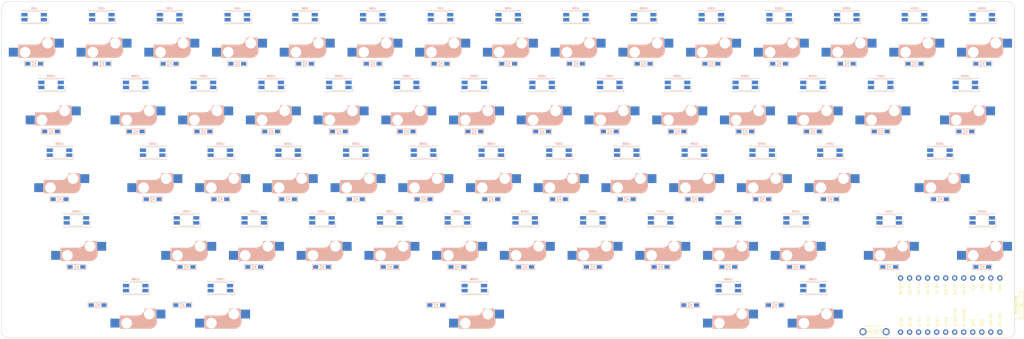
<source format=kicad_pcb>
(kicad_pcb (version 20171130) (host pcbnew "(5.1.9)-1")
  (title_block (title YUIOP64HH) (date 2021-01-26) (rev 1) (company KaoriYa))
  (layers (0 F.Cu signal) (31 B.Cu signal) (34 B.Paste user) (35 F.Paste user) (36 B.SilkS user) (37 F.SilkS user) (38 B.Mask user) (39 F.Mask user) (44 Edge.Cuts user))
  (net 0 "")
  (net 1 /ROW1)
  (net 2 "Net-(D1-Pad2)")
  (net 3 "Net-(D2-Pad2)")
  (net 4 "Net-(D3-Pad2)")
  (net 5 "Net-(D4-Pad2)")
  (net 6 "Net-(D5-Pad2)")
  (net 7 "Net-(D6-Pad2)")
  (net 8 "Net-(D7-Pad2)")
  (net 9 "Net-(D8-Pad2)")
  (net 10 "Net-(D9-Pad2)")
  (net 11 /ROW2)
  (net 12 "Net-(D10-Pad2)")
  (net 13 "Net-(D11-Pad2)")
  (net 14 "Net-(D12-Pad2)")
  (net 15 "Net-(D13-Pad2)")
  (net 16 "Net-(D14-Pad2)")
  (net 17 "Net-(D15-Pad2)")
  (net 18 "Net-(D16-Pad2)")
  (net 19 /ROW3)
  (net 20 "Net-(D17-Pad2)")
  (net 21 "Net-(D18-Pad2)")
  (net 22 "Net-(D19-Pad2)")
  (net 23 "Net-(D20-Pad2)")
  (net 24 "Net-(D21-Pad2)")
  (net 25 "Net-(D22-Pad2)")
  (net 26 "Net-(D23-Pad2)")
  (net 27 "Net-(D24-Pad2)")
  (net 28 /ROW4)
  (net 29 "Net-(D25-Pad2)")
  (net 30 "Net-(D26-Pad2)")
  (net 31 "Net-(D27-Pad2)")
  (net 32 "Net-(D28-Pad2)")
  (net 33 "Net-(D29-Pad2)")
  (net 34 "Net-(D30-Pad2)")
  (net 35 "Net-(D31-Pad2)")
  (net 36 "Net-(D32-Pad2)")
  (net 37 /ROW5)
  (net 38 "Net-(D33-Pad2)")
  (net 39 "Net-(D34-Pad2)")
  (net 40 "Net-(D35-Pad2)")
  (net 41 "Net-(D36-Pad2)")
  (net 42 "Net-(D37-Pad2)")
  (net 43 "Net-(D38-Pad2)")
  (net 44 "Net-(D39-Pad2)")
  (net 45 "Net-(D40-Pad2)")
  (net 46 /ROW6)
  (net 47 "Net-(D41-Pad2)")
  (net 48 "Net-(D42-Pad2)")
  (net 49 "Net-(D43-Pad2)")
  (net 50 "Net-(D44-Pad2)")
  (net 51 "Net-(D45-Pad2)")
  (net 52 "Net-(D46-Pad2)")
  (net 53 "Net-(D47-Pad2)")
  (net 54 "Net-(D48-Pad2)")
  (net 55 "Net-(D49-Pad2)")
  (net 56 /ROW7)
  (net 57 "Net-(D50-Pad2)")
  (net 58 "Net-(D51-Pad2)")
  (net 59 "Net-(D52-Pad2)")
  (net 60 "Net-(D53-Pad2)")
  (net 61 "Net-(D54-Pad2)")
  (net 62 "Net-(D55-Pad2)")
  (net 63 "Net-(D56-Pad2)")
  (net 64 "Net-(D57-Pad2)")
  (net 65 /ROW8)
  (net 66 "Net-(D58-Pad2)")
  (net 67 "Net-(D59-Pad2)")
  (net 68 "Net-(D60-Pad2)")
  (net 69 VCC)
  (net 70 /LED)
  (net 71 "Net-(LED1-Pad2)")
  (net 72 GND)
  (net 73 "Net-(LED2-Pad2)")
  (net 74 "Net-(LED3-Pad2)")
  (net 75 "Net-(LED4-Pad2)")
  (net 76 "Net-(LED5-Pad2)")
  (net 77 "Net-(LED6-Pad2)")
  (net 78 "Net-(LED7-Pad2)")
  (net 79 "Net-(LED10-Pad2)")
  (net 80 "Net-(LED10-Pad4)")
  (net 81 "Net-(LED17-Pad2)")
  (net 82 "Net-(LED18-Pad2)")
  (net 83 "Net-(LED19-Pad2)")
  (net 84 "Net-(LED20-Pad2)")
  (net 85 "Net-(LED21-Pad2)")
  (net 86 "Net-(LED22-Pad2)")
  (net 87 "Net-(LED23-Pad2)")
  (net 88 "Net-(LED24-Pad2)")
  (net 89 "Net-(LED25-Pad2)")
  (net 90 "Net-(LED33-Pad2)")
  (net 91 "Net-(LED34-Pad2)")
  (net 92 "Net-(LED35-Pad2)")
  (net 93 "Net-(LED36-Pad2)")
  (net 94 "Net-(LED37-Pad2)")
  (net 95 "Net-(LED38-Pad2)")
  (net 96 "Net-(LED39-Pad2)")
  (net 97 "Net-(LED40-Pad2)")
  (net 98 "Net-(LED41-Pad2)")
  (net 99 "Net-(LED49-Pad2)")
  (net 100 "Net-(LED50-Pad2)")
  (net 101 "Net-(LED51-Pad2)")
  (net 102 "Net-(LED52-Pad2)")
  (net 103 "Net-(LED53-Pad2)")
  (net 104 "Net-(LED54-Pad2)")
  (net 105 "Net-(LED55-Pad2)")
  (net 106 "Net-(LED56-Pad2)")
  (net 107 "/LEDs 60/DOUT")
  (net 108 /COL1)
  (net 109 /COL2)
  (net 110 /COL3)
  (net 111 /COL4)
  (net 112 /COL5)
  (net 113 /COL6)
  (net 114 /COL7)
  (net 115 /COL8)
  (net 116 /RST)
  (net 117 "Net-(U1-Pad2)")
  (net 118 "Net-(U1-Pad24)")
  (net 119 "Net-(LED8-Pad2)")
  (net 120 "Net-(LED11-Pad2)")
  (net 121 "Net-(LED12-Pad2)")
  (net 122 "Net-(LED13-Pad2)")
  (net 123 "Net-(LED14-Pad2)")
  (net 124 "Net-(LED15-Pad2)")
  (net 125 "Net-(LED16-Pad2)")
  (net 126 "Net-(LED26-Pad2)")
  (net 127 "Net-(LED27-Pad2)")
  (net 128 "Net-(LED28-Pad2)")
  (net 129 "Net-(LED29-Pad2)")
  (net 130 "Net-(LED30-Pad2)")
  (net 131 "Net-(LED31-Pad2)")
  (net 132 "Net-(LED32-Pad2)")
  (net 133 "Net-(LED42-Pad2)")
  (net 134 "Net-(LED43-Pad2)")
  (net 135 "Net-(LED44-Pad2)")
  (net 136 "Net-(LED45-Pad2)")
  (net 137 "Net-(LED46-Pad2)")
  (net 138 "Net-(LED47-Pad2)")
  (net 139 "Net-(LED48-Pad2)")
  (net 140 "Net-(LED57-Pad2)")
  (net 141 "Net-(LED58-Pad2)")
  (net 142 "Net-(LED59-Pad2)")
  (module yuiop:Board_GH60_blank (layer F.Cu) (at 208.3506 145.8602)
    (fp_text reference BOARD01 hide)
    (fp_text value Board_GH60_blank hide)
    (fp_arc (start -140.5 45.3) (end -142.5 45.3) (angle -90) (layer Edge.Cuts) (width 0.12))
    (fp_arc (start 140.5 45.3) (end 140.5 47.3) (angle -90) (layer Edge.Cuts) (width 0.12))
    (fp_arc (start 140.5 -45.3) (end 142.5 -45.3) (angle -90) (layer Edge.Cuts) (width 0.12))
    (fp_arc (start -140.5 -45.3) (end -140.5 -47.3) (angle -90) (layer Edge.Cuts) (width 0.12))
    (fp_line (start -140.5 47.3) (end 140.5 47.3) (layer Edge.Cuts) (width 0.12))
    (fp_line (start 142.5 45.3) (end 142.5 -45.3) (layer Edge.Cuts) (width 0.12))
    (fp_line (start 140.5 -47.3) (end -140.5 -47.3) (layer Edge.Cuts) (width 0.12))
    (fp_line (start -142.5 -45.3) (end -142.5 45.3) (layer Edge.Cuts) (width 0.12))
  )
  (module yuiop:ResetSW_2_1side (layer F.Cu) (at 311.413 191.46)
    (fp_text reference SW_RST1 hide)
    (fp_text value SW_PUSH)
    (fp_text user RESET (at 0 0) (layer F.SilkS))
    (pad 2 thru_hole circle (at -3.25 0) (size 2 2) (drill 1.3) (layers *.Cu B.Mask) (net 72 GND))
    (pad 1 thru_hole circle (at 3.25 0) (size 2 2) (drill 1.3) (layers *.Cu B.Mask) (net 116 /RST))
  )
  (module yuiop:D3_SMD_v2_B (layer F.Cu) (at 75.00965 116.07729)
    (fp_text reference D1 hide)
    (fp_text value D hide)
    (pad 1 smd rect (at 1.775 0 180) (size 1.4 1) (layers B.Cu B.Paste B.Mask) (net 1 /ROW1))
    (pad 2 smd rect (at -1.775 0 180) (size 1.4 1) (layers B.Cu B.Paste B.Mask) (net 2 "Net-(D1-Pad2)"))
  )
  (module yuiop:D3_SMD_v2_B (layer F.Cu) (at 79.77215 135.12729)
    (fp_text reference D2 hide)
    (fp_text value D hide)
    (pad 2 smd rect (at -1.775 0 180) (size 1.4 1) (layers B.Cu B.Paste B.Mask) (net 3 "Net-(D2-Pad2)"))
    (pad 1 smd rect (at 1.775 0 180) (size 1.4 1) (layers B.Cu B.Paste B.Mask) (net 1 /ROW1))
  )
  (module yuiop:D3_SMD_v2_B (layer F.Cu) (at 82.1534 154.17729)
    (fp_text reference D3 hide)
    (fp_text value D hide)
    (pad 2 smd rect (at -1.775 0 180) (size 1.4 1) (layers B.Cu B.Paste B.Mask) (net 4 "Net-(D3-Pad2)"))
    (pad 1 smd rect (at 1.775 0 180) (size 1.4 1) (layers B.Cu B.Paste B.Mask) (net 1 /ROW1))
  )
  (module yuiop:D3_SMD_v2_B (layer F.Cu) (at 86.9159 173.22729)
    (fp_text reference D4 hide)
    (fp_text value D hide)
    (pad 1 smd rect (at 1.775 0 180) (size 1.4 1) (layers B.Cu B.Paste B.Mask) (net 1 /ROW1))
    (pad 2 smd rect (at -1.775 0 180) (size 1.4 1) (layers B.Cu B.Paste B.Mask) (net 5 "Net-(D4-Pad2)"))
  )
  (module yuiop:D3_SMD_v2_B (layer F.Cu) (at 94.05965 116.07729)
    (fp_text reference D5 hide)
    (fp_text value D hide)
    (pad 2 smd rect (at -1.775 0 180) (size 1.4 1) (layers B.Cu B.Paste B.Mask) (net 6 "Net-(D5-Pad2)"))
    (pad 1 smd rect (at 1.775 0 180) (size 1.4 1) (layers B.Cu B.Paste B.Mask) (net 1 /ROW1))
  )
  (module yuiop:D3_SMD_v2_B (layer F.Cu) (at 103.58465 135.12729)
    (fp_text reference D6 hide)
    (fp_text value D hide)
    (pad 2 smd rect (at -1.775 0 180) (size 1.4 1) (layers B.Cu B.Paste B.Mask) (net 7 "Net-(D6-Pad2)"))
    (pad 1 smd rect (at 1.775 0 180) (size 1.4 1) (layers B.Cu B.Paste B.Mask) (net 1 /ROW1))
  )
  (module yuiop:D3_SMD_v2_B (layer F.Cu) (at 92.85949 183.96036)
    (fp_text reference D7 hide)
    (fp_text value D hide)
    (pad 1 smd rect (at 1.775 0 180) (size 1.4 1) (layers B.Cu B.Paste B.Mask) (net 1 /ROW1))
    (pad 2 smd rect (at -1.775 0 180) (size 1.4 1) (layers B.Cu B.Paste B.Mask) (net 8 "Net-(D7-Pad2)"))
  )
  (module yuiop:D3_SMD_v2_B (layer F.Cu) (at 108.34715 154.17729)
    (fp_text reference D8 hide)
    (fp_text value D hide)
    (pad 2 smd rect (at -1.775 0 180) (size 1.4 1) (layers B.Cu B.Paste B.Mask) (net 9 "Net-(D8-Pad2)"))
    (pad 1 smd rect (at 1.775 0 180) (size 1.4 1) (layers B.Cu B.Paste B.Mask) (net 1 /ROW1))
  )
  (module yuiop:D3_SMD_v2_B (layer F.Cu) (at 113.10965 116.07729)
    (fp_text reference D9 hide)
    (fp_text value D hide)
    (pad 2 smd rect (at -1.775 0 180) (size 1.4 1) (layers B.Cu B.Paste B.Mask) (net 10 "Net-(D9-Pad2)"))
    (pad 1 smd rect (at 1.775 0 180) (size 1.4 1) (layers B.Cu B.Paste B.Mask) (net 11 /ROW2))
  )
  (module yuiop:D3_SMD_v2_B (layer F.Cu) (at 117.87215 173.22729)
    (fp_text reference D10 hide)
    (fp_text value D hide)
    (pad 2 smd rect (at -1.775 0 180) (size 1.4 1) (layers B.Cu B.Paste B.Mask) (net 12 "Net-(D10-Pad2)"))
    (pad 1 smd rect (at 1.775 0 180) (size 1.4 1) (layers B.Cu B.Paste B.Mask) (net 11 /ROW2))
  )
  (module yuiop:D3_SMD_v2_B (layer F.Cu) (at 122.63465 135.12729)
    (fp_text reference D11 hide)
    (fp_text value D hide)
    (pad 1 smd rect (at 1.775 0 180) (size 1.4 1) (layers B.Cu B.Paste B.Mask) (net 11 /ROW2))
    (pad 2 smd rect (at -1.775 0 180) (size 1.4 1) (layers B.Cu B.Paste B.Mask) (net 13 "Net-(D11-Pad2)"))
  )
  (module yuiop:D3_SMD_v2_B (layer F.Cu) (at 127.39715 154.17729)
    (fp_text reference D12 hide)
    (fp_text value D hide)
    (pad 1 smd rect (at 1.775 0 180) (size 1.4 1) (layers B.Cu B.Paste B.Mask) (net 11 /ROW2))
    (pad 2 smd rect (at -1.775 0 180) (size 1.4 1) (layers B.Cu B.Paste B.Mask) (net 14 "Net-(D12-Pad2)"))
  )
  (module yuiop:D3_SMD_v2_B (layer F.Cu) (at 116.67209 183.96036)
    (fp_text reference D13 hide)
    (fp_text value D hide)
    (pad 1 smd rect (at 1.775 0 180) (size 1.4 1) (layers B.Cu B.Paste B.Mask) (net 11 /ROW2))
    (pad 2 smd rect (at -1.775 0 180) (size 1.4 1) (layers B.Cu B.Paste B.Mask) (net 15 "Net-(D13-Pad2)"))
  )
  (module yuiop:D3_SMD_v2_B (layer F.Cu) (at 132.15965 116.07729)
    (fp_text reference D14 hide)
    (fp_text value D hide)
    (pad 1 smd rect (at 1.775 0 180) (size 1.4 1) (layers B.Cu B.Paste B.Mask) (net 11 /ROW2))
    (pad 2 smd rect (at -1.775 0 180) (size 1.4 1) (layers B.Cu B.Paste B.Mask) (net 16 "Net-(D14-Pad2)"))
  )
  (module yuiop:D3_SMD_v2_B (layer F.Cu) (at 136.92215 173.22729)
    (fp_text reference D15 hide)
    (fp_text value D hide)
    (pad 1 smd rect (at 1.775 0 180) (size 1.4 1) (layers B.Cu B.Paste B.Mask) (net 11 /ROW2))
    (pad 2 smd rect (at -1.775 0 180) (size 1.4 1) (layers B.Cu B.Paste B.Mask) (net 17 "Net-(D15-Pad2)"))
  )
  (module yuiop:D3_SMD_v2_B (layer F.Cu) (at 141.68465 135.12729)
    (fp_text reference D16 hide)
    (fp_text value D hide)
    (pad 2 smd rect (at -1.775 0 180) (size 1.4 1) (layers B.Cu B.Paste B.Mask) (net 18 "Net-(D16-Pad2)"))
    (pad 1 smd rect (at 1.775 0 180) (size 1.4 1) (layers B.Cu B.Paste B.Mask) (net 11 /ROW2))
  )
  (module yuiop:D3_SMD_v2_B (layer F.Cu) (at 146.44715 154.17729)
    (fp_text reference D17 hide)
    (fp_text value D hide)
    (pad 1 smd rect (at 1.775 0 180) (size 1.4 1) (layers B.Cu B.Paste B.Mask) (net 19 /ROW3))
    (pad 2 smd rect (at -1.775 0 180) (size 1.4 1) (layers B.Cu B.Paste B.Mask) (net 20 "Net-(D17-Pad2)"))
  )
  (module yuiop:D3_SMD_v2_B (layer F.Cu) (at 151.20965 116.07729)
    (fp_text reference D18 hide)
    (fp_text value D hide)
    (pad 1 smd rect (at 1.775 0 180) (size 1.4 1) (layers B.Cu B.Paste B.Mask) (net 19 /ROW3))
    (pad 2 smd rect (at -1.775 0 180) (size 1.4 1) (layers B.Cu B.Paste B.Mask) (net 21 "Net-(D18-Pad2)"))
  )
  (module yuiop:D3_SMD_v2_B (layer F.Cu) (at 155.97215 173.22729)
    (fp_text reference D19 hide)
    (fp_text value D hide)
    (pad 2 smd rect (at -1.775 0 180) (size 1.4 1) (layers B.Cu B.Paste B.Mask) (net 22 "Net-(D19-Pad2)"))
    (pad 1 smd rect (at 1.775 0 180) (size 1.4 1) (layers B.Cu B.Paste B.Mask) (net 19 /ROW3))
  )
  (module yuiop:D3_SMD_v2_B (layer F.Cu) (at 160.73465 135.12729)
    (fp_text reference D20 hide)
    (fp_text value D hide)
    (pad 2 smd rect (at -1.775 0 180) (size 1.4 1) (layers B.Cu B.Paste B.Mask) (net 23 "Net-(D20-Pad2)"))
    (pad 1 smd rect (at 1.775 0 180) (size 1.4 1) (layers B.Cu B.Paste B.Mask) (net 19 /ROW3))
  )
  (module yuiop:D3_SMD_v2_B (layer F.Cu) (at 165.49715 154.17729)
    (fp_text reference D21 hide)
    (fp_text value D hide)
    (pad 1 smd rect (at 1.775 0 180) (size 1.4 1) (layers B.Cu B.Paste B.Mask) (net 19 /ROW3))
    (pad 2 smd rect (at -1.775 0 180) (size 1.4 1) (layers B.Cu B.Paste B.Mask) (net 24 "Net-(D21-Pad2)"))
  )
  (module yuiop:D3_SMD_v2_B (layer F.Cu) (at 170.25965 116.07729)
    (fp_text reference D22 hide)
    (fp_text value D hide)
    (pad 1 smd rect (at 1.775 0 180) (size 1.4 1) (layers B.Cu B.Paste B.Mask) (net 19 /ROW3))
    (pad 2 smd rect (at -1.775 0 180) (size 1.4 1) (layers B.Cu B.Paste B.Mask) (net 25 "Net-(D22-Pad2)"))
  )
  (module yuiop:D3_SMD_v2_B (layer F.Cu) (at 175.02215 173.22729)
    (fp_text reference D23 hide)
    (fp_text value D hide)
    (pad 2 smd rect (at -1.775 0 180) (size 1.4 1) (layers B.Cu B.Paste B.Mask) (net 26 "Net-(D23-Pad2)"))
    (pad 1 smd rect (at 1.775 0 180) (size 1.4 1) (layers B.Cu B.Paste B.Mask) (net 19 /ROW3))
  )
  (module yuiop:D3_SMD_v2_B (layer F.Cu) (at 179.78465 135.12729)
    (fp_text reference D24 hide)
    (fp_text value D hide)
    (pad 1 smd rect (at 1.775 0 180) (size 1.4 1) (layers B.Cu B.Paste B.Mask) (net 19 /ROW3))
    (pad 2 smd rect (at -1.775 0 180) (size 1.4 1) (layers B.Cu B.Paste B.Mask) (net 27 "Net-(D24-Pad2)"))
  )
  (module yuiop:D3_SMD_v2_B (layer F.Cu) (at 184.54715 154.17729)
    (fp_text reference D25 hide)
    (fp_text value D hide)
    (pad 1 smd rect (at 1.775 0 180) (size 1.4 1) (layers B.Cu B.Paste B.Mask) (net 28 /ROW4))
    (pad 2 smd rect (at -1.775 0 180) (size 1.4 1) (layers B.Cu B.Paste B.Mask) (net 29 "Net-(D25-Pad2)"))
  )
  (module yuiop:D3_SMD_v2_B (layer F.Cu) (at 189.30965 116.07729)
    (fp_text reference D26 hide)
    (fp_text value D hide)
    (pad 1 smd rect (at 1.775 0 180) (size 1.4 1) (layers B.Cu B.Paste B.Mask) (net 28 /ROW4))
    (pad 2 smd rect (at -1.775 0 180) (size 1.4 1) (layers B.Cu B.Paste B.Mask) (net 30 "Net-(D26-Pad2)"))
  )
  (module yuiop:D3_SMD_v2_B (layer F.Cu) (at 194.07215 173.22729)
    (fp_text reference D27 hide)
    (fp_text value D hide)
    (pad 1 smd rect (at 1.775 0 180) (size 1.4 1) (layers B.Cu B.Paste B.Mask) (net 28 /ROW4))
    (pad 2 smd rect (at -1.775 0 180) (size 1.4 1) (layers B.Cu B.Paste B.Mask) (net 31 "Net-(D27-Pad2)"))
  )
  (module yuiop:D3_SMD_v2_B (layer F.Cu) (at 198.83465 135.12729)
    (fp_text reference D28 hide)
    (fp_text value D hide)
    (pad 2 smd rect (at -1.775 0 180) (size 1.4 1) (layers B.Cu B.Paste B.Mask) (net 32 "Net-(D28-Pad2)"))
    (pad 1 smd rect (at 1.775 0 180) (size 1.4 1) (layers B.Cu B.Paste B.Mask) (net 28 /ROW4))
  )
  (module yuiop:D3_SMD_v2_B (layer F.Cu) (at 188.10989 183.96036)
    (fp_text reference D29 hide)
    (fp_text value D hide)
    (pad 2 smd rect (at -1.775 0 180) (size 1.4 1) (layers B.Cu B.Paste B.Mask) (net 33 "Net-(D29-Pad2)"))
    (pad 1 smd rect (at 1.775 0 180) (size 1.4 1) (layers B.Cu B.Paste B.Mask) (net 28 /ROW4))
  )
  (module yuiop:D3_SMD_v2_B (layer F.Cu) (at 203.59715 154.17729)
    (fp_text reference D30 hide)
    (fp_text value D hide)
    (pad 1 smd rect (at 1.775 0 180) (size 1.4 1) (layers B.Cu B.Paste B.Mask) (net 28 /ROW4))
    (pad 2 smd rect (at -1.775 0 180) (size 1.4 1) (layers B.Cu B.Paste B.Mask) (net 34 "Net-(D30-Pad2)"))
  )
  (module yuiop:D3_SMD_v2_B (layer F.Cu) (at 208.35965 116.07729)
    (fp_text reference D31 hide)
    (fp_text value D hide)
    (pad 1 smd rect (at 1.775 0 180) (size 1.4 1) (layers B.Cu B.Paste B.Mask) (net 28 /ROW4))
    (pad 2 smd rect (at -1.775 0 180) (size 1.4 1) (layers B.Cu B.Paste B.Mask) (net 35 "Net-(D31-Pad2)"))
  )
  (module yuiop:D3_SMD_v2_B (layer F.Cu) (at 213.12215 173.22729)
    (fp_text reference D32 hide)
    (fp_text value D hide)
    (pad 1 smd rect (at 1.775 0 180) (size 1.4 1) (layers B.Cu B.Paste B.Mask) (net 28 /ROW4))
    (pad 2 smd rect (at -1.775 0 180) (size 1.4 1) (layers B.Cu B.Paste B.Mask) (net 36 "Net-(D32-Pad2)"))
  )
  (module yuiop:D3_SMD_v2_B (layer F.Cu) (at 217.88465 135.12729)
    (fp_text reference D33 hide)
    (fp_text value D hide)
    (pad 1 smd rect (at 1.775 0 180) (size 1.4 1) (layers B.Cu B.Paste B.Mask) (net 37 /ROW5))
    (pad 2 smd rect (at -1.775 0 180) (size 1.4 1) (layers B.Cu B.Paste B.Mask) (net 38 "Net-(D33-Pad2)"))
  )
  (module yuiop:D3_SMD_v2_B (layer F.Cu) (at 222.64715 154.17729)
    (fp_text reference D34 hide)
    (fp_text value D hide)
    (pad 1 smd rect (at 1.775 0 180) (size 1.4 1) (layers B.Cu B.Paste B.Mask) (net 37 /ROW5))
    (pad 2 smd rect (at -1.775 0 180) (size 1.4 1) (layers B.Cu B.Paste B.Mask) (net 39 "Net-(D34-Pad2)"))
  )
  (module yuiop:D3_SMD_v2_B (layer F.Cu) (at 227.40965 116.07729)
    (fp_text reference D35 hide)
    (fp_text value D hide)
    (pad 2 smd rect (at -1.775 0 180) (size 1.4 1) (layers B.Cu B.Paste B.Mask) (net 40 "Net-(D35-Pad2)"))
    (pad 1 smd rect (at 1.775 0 180) (size 1.4 1) (layers B.Cu B.Paste B.Mask) (net 37 /ROW5))
  )
  (module yuiop:D3_SMD_v2_B (layer F.Cu) (at 232.17215 173.22729)
    (fp_text reference D36 hide)
    (fp_text value D hide)
    (pad 1 smd rect (at 1.775 0 180) (size 1.4 1) (layers B.Cu B.Paste B.Mask) (net 37 /ROW5))
    (pad 2 smd rect (at -1.775 0 180) (size 1.4 1) (layers B.Cu B.Paste B.Mask) (net 41 "Net-(D36-Pad2)"))
  )
  (module yuiop:D3_SMD_v2_B (layer F.Cu) (at 236.93465 135.12729)
    (fp_text reference D37 hide)
    (fp_text value D hide)
    (pad 1 smd rect (at 1.775 0 180) (size 1.4 1) (layers B.Cu B.Paste B.Mask) (net 37 /ROW5))
    (pad 2 smd rect (at -1.775 0 180) (size 1.4 1) (layers B.Cu B.Paste B.Mask) (net 42 "Net-(D37-Pad2)"))
  )
  (module yuiop:D3_SMD_v2_B (layer F.Cu) (at 241.69715 154.17729)
    (fp_text reference D38 hide)
    (fp_text value D hide)
    (pad 2 smd rect (at -1.775 0 180) (size 1.4 1) (layers B.Cu B.Paste B.Mask) (net 43 "Net-(D38-Pad2)"))
    (pad 1 smd rect (at 1.775 0 180) (size 1.4 1) (layers B.Cu B.Paste B.Mask) (net 37 /ROW5))
  )
  (module yuiop:D3_SMD_v2_B (layer F.Cu) (at 246.45965 116.07729)
    (fp_text reference D39 hide)
    (fp_text value D hide)
    (pad 2 smd rect (at -1.775 0 180) (size 1.4 1) (layers B.Cu B.Paste B.Mask) (net 44 "Net-(D39-Pad2)"))
    (pad 1 smd rect (at 1.775 0 180) (size 1.4 1) (layers B.Cu B.Paste B.Mask) (net 37 /ROW5))
  )
  (module yuiop:D3_SMD_v2_B (layer F.Cu) (at 251.22215 173.22729)
    (fp_text reference D40 hide)
    (fp_text value D hide)
    (pad 2 smd rect (at -1.775 0 180) (size 1.4 1) (layers B.Cu B.Paste B.Mask) (net 45 "Net-(D40-Pad2)"))
    (pad 1 smd rect (at 1.775 0 180) (size 1.4 1) (layers B.Cu B.Paste B.Mask) (net 37 /ROW5))
  )
  (module yuiop:D3_SMD_v2_B (layer F.Cu) (at 255.98465 135.12729)
    (fp_text reference D41 hide)
    (fp_text value D hide)
    (pad 1 smd rect (at 1.775 0 180) (size 1.4 1) (layers B.Cu B.Paste B.Mask) (net 46 /ROW6))
    (pad 2 smd rect (at -1.775 0 180) (size 1.4 1) (layers B.Cu B.Paste B.Mask) (net 47 "Net-(D41-Pad2)"))
  )
  (module yuiop:D3_SMD_v2_B (layer F.Cu) (at 260.74715 154.17729)
    (fp_text reference D42 hide)
    (fp_text value D hide)
    (pad 2 smd rect (at -1.775 0 180) (size 1.4 1) (layers B.Cu B.Paste B.Mask) (net 48 "Net-(D42-Pad2)"))
    (pad 1 smd rect (at 1.775 0 180) (size 1.4 1) (layers B.Cu B.Paste B.Mask) (net 46 /ROW6))
  )
  (module yuiop:D3_SMD_v2_B (layer F.Cu) (at 265.50965 116.07729)
    (fp_text reference D43 hide)
    (fp_text value D hide)
    (pad 2 smd rect (at -1.775 0 180) (size 1.4 1) (layers B.Cu B.Paste B.Mask) (net 49 "Net-(D43-Pad2)"))
    (pad 1 smd rect (at 1.775 0 180) (size 1.4 1) (layers B.Cu B.Paste B.Mask) (net 46 /ROW6))
  )
  (module yuiop:D3_SMD_v2_B (layer F.Cu) (at 270.27215 173.22729)
    (fp_text reference D44 hide)
    (fp_text value D hide)
    (pad 1 smd rect (at 1.775 0 180) (size 1.4 1) (layers B.Cu B.Paste B.Mask) (net 46 /ROW6))
    (pad 2 smd rect (at -1.775 0 180) (size 1.4 1) (layers B.Cu B.Paste B.Mask) (net 50 "Net-(D44-Pad2)"))
  )
  (module yuiop:D3_SMD_v2_B (layer F.Cu) (at 259.54769 183.96036)
    (fp_text reference D45 hide)
    (fp_text value D hide)
    (pad 2 smd rect (at -1.775 0 180) (size 1.4 1) (layers B.Cu B.Paste B.Mask) (net 51 "Net-(D45-Pad2)"))
    (pad 1 smd rect (at 1.775 0 180) (size 1.4 1) (layers B.Cu B.Paste B.Mask) (net 46 /ROW6))
  )
  (module yuiop:D3_SMD_v2_B (layer F.Cu) (at 275.03465 135.12729)
    (fp_text reference D46 hide)
    (fp_text value D hide)
    (pad 2 smd rect (at -1.775 0 180) (size 1.4 1) (layers B.Cu B.Paste B.Mask) (net 52 "Net-(D46-Pad2)"))
    (pad 1 smd rect (at 1.775 0 180) (size 1.4 1) (layers B.Cu B.Paste B.Mask) (net 46 /ROW6))
  )
  (module yuiop:D3_SMD_v2_B (layer F.Cu) (at 279.79715 154.17729)
    (fp_text reference D47 hide)
    (fp_text value D hide)
    (pad 1 smd rect (at 1.775 0 180) (size 1.4 1) (layers B.Cu B.Paste B.Mask) (net 46 /ROW6))
    (pad 2 smd rect (at -1.775 0 180) (size 1.4 1) (layers B.Cu B.Paste B.Mask) (net 53 "Net-(D47-Pad2)"))
  )
  (module yuiop:D3_SMD_v2_B (layer F.Cu) (at 284.55965 116.07729)
    (fp_text reference D48 hide)
    (fp_text value D hide)
    (pad 2 smd rect (at -1.775 0 180) (size 1.4 1) (layers B.Cu B.Paste B.Mask) (net 54 "Net-(D48-Pad2)"))
    (pad 1 smd rect (at 1.775 0 180) (size 1.4 1) (layers B.Cu B.Paste B.Mask) (net 46 /ROW6))
  )
  (module yuiop:D3_SMD_v2_B (layer F.Cu) (at 289.32215 173.22729)
    (fp_text reference D49 hide)
    (fp_text value D hide)
    (pad 2 smd rect (at -1.775 0 180) (size 1.4 1) (layers B.Cu B.Paste B.Mask) (net 55 "Net-(D49-Pad2)"))
    (pad 1 smd rect (at 1.775 0 180) (size 1.4 1) (layers B.Cu B.Paste B.Mask) (net 56 /ROW7))
  )
  (module yuiop:D3_SMD_v2_B (layer F.Cu) (at 294.08465 135.12729)
    (fp_text reference D50 hide)
    (fp_text value D hide)
    (pad 1 smd rect (at 1.775 0 180) (size 1.4 1) (layers B.Cu B.Paste B.Mask) (net 56 /ROW7))
    (pad 2 smd rect (at -1.775 0 180) (size 1.4 1) (layers B.Cu B.Paste B.Mask) (net 57 "Net-(D50-Pad2)"))
  )
  (module yuiop:D3_SMD_v2_B (layer F.Cu) (at 283.36029 183.96036)
    (fp_text reference D51 hide)
    (fp_text value D hide)
    (pad 2 smd rect (at -1.775 0 180) (size 1.4 1) (layers B.Cu B.Paste B.Mask) (net 58 "Net-(D51-Pad2)"))
    (pad 1 smd rect (at 1.775 0 180) (size 1.4 1) (layers B.Cu B.Paste B.Mask) (net 56 /ROW7))
  )
  (module yuiop:D3_SMD_v2_B (layer F.Cu) (at 298.84715 154.17729)
    (fp_text reference D52 hide)
    (fp_text value D hide)
    (pad 2 smd rect (at -1.775 0 180) (size 1.4 1) (layers B.Cu B.Paste B.Mask) (net 59 "Net-(D52-Pad2)"))
    (pad 1 smd rect (at 1.775 0 180) (size 1.4 1) (layers B.Cu B.Paste B.Mask) (net 56 /ROW7))
  )
  (module yuiop:D3_SMD_v2_B (layer F.Cu) (at 303.60965 116.07729)
    (fp_text reference D53 hide)
    (fp_text value D hide)
    (pad 1 smd rect (at 1.775 0 180) (size 1.4 1) (layers B.Cu B.Paste B.Mask) (net 56 /ROW7))
    (pad 2 smd rect (at -1.775 0 180) (size 1.4 1) (layers B.Cu B.Paste B.Mask) (net 60 "Net-(D53-Pad2)"))
  )
  (module yuiop:D3_SMD_v2_B (layer F.Cu) (at 313.13465 135.12729)
    (fp_text reference D54 hide)
    (fp_text value D hide)
    (pad 2 smd rect (at -1.775 0 180) (size 1.4 1) (layers B.Cu B.Paste B.Mask) (net 61 "Net-(D54-Pad2)"))
    (pad 1 smd rect (at 1.775 0 180) (size 1.4 1) (layers B.Cu B.Paste B.Mask) (net 56 /ROW7))
  )
  (module yuiop:D3_SMD_v2_B (layer F.Cu) (at 315.5159 173.22729)
    (fp_text reference D55 hide)
    (fp_text value D hide)
    (pad 1 smd rect (at 1.775 0 180) (size 1.4 1) (layers B.Cu B.Paste B.Mask) (net 56 /ROW7))
    (pad 2 smd rect (at -1.775 0 180) (size 1.4 1) (layers B.Cu B.Paste B.Mask) (net 62 "Net-(D55-Pad2)"))
  )
  (module yuiop:D3_SMD_v2_B (layer F.Cu) (at 322.65965 116.07729)
    (fp_text reference D56 hide)
    (fp_text value D hide)
    (pad 2 smd rect (at -1.775 0 180) (size 1.4 1) (layers B.Cu B.Paste B.Mask) (net 63 "Net-(D56-Pad2)"))
    (pad 1 smd rect (at 1.775 0 180) (size 1.4 1) (layers B.Cu B.Paste B.Mask) (net 56 /ROW7))
  )
  (module yuiop:D3_SMD_v2_B (layer F.Cu) (at 329.8034 154.17729)
    (fp_text reference D57 hide)
    (fp_text value D hide)
    (pad 2 smd rect (at -1.775 0 180) (size 1.4 1) (layers B.Cu B.Paste B.Mask) (net 64 "Net-(D57-Pad2)"))
    (pad 1 smd rect (at 1.775 0 180) (size 1.4 1) (layers B.Cu B.Paste B.Mask) (net 65 /ROW8))
  )
  (module yuiop:D3_SMD_v2_B (layer F.Cu) (at 336.94715 135.12729)
    (fp_text reference D58 hide)
    (fp_text value D hide)
    (pad 2 smd rect (at -1.775 0 180) (size 1.4 1) (layers B.Cu B.Paste B.Mask) (net 66 "Net-(D58-Pad2)"))
    (pad 1 smd rect (at 1.775 0 180) (size 1.4 1) (layers B.Cu B.Paste B.Mask) (net 65 /ROW8))
  )
  (module yuiop:D3_SMD_v2_B (layer F.Cu) (at 341.70965 116.07729)
    (fp_text reference D59 hide)
    (fp_text value D hide)
    (pad 1 smd rect (at 1.775 0 180) (size 1.4 1) (layers B.Cu B.Paste B.Mask) (net 65 /ROW8))
    (pad 2 smd rect (at -1.775 0 180) (size 1.4 1) (layers B.Cu B.Paste B.Mask) (net 67 "Net-(D59-Pad2)"))
  )
  (module yuiop:D3_SMD_v2_B (layer F.Cu) (at 341.70965 173.22729)
    (fp_text reference D60 hide)
    (fp_text value D hide)
    (pad 2 smd rect (at -1.775 0 180) (size 1.4 1) (layers B.Cu B.Paste B.Mask) (net 68 "Net-(D60-Pad2)"))
    (pad 1 smd rect (at 1.775 0 180) (size 1.4 1) (layers B.Cu B.Paste B.Mask) (net 65 /ROW8))
  )
  (module yuiop:SK6812MINI-E_B (layer F.Cu) (at 75.00965 102.98729)
    (fp_text reference LED1 (at 0 -2.5 180) (layer B.SilkS) (effects (font (size 0.5 0.5) (thickness 0.125)) (justify mirror)))
    (fp_text value YS-SK6812MINI-E hide)
    (fp_line (start 1.8 1.55) (end -1.8 1.55) (layer Edge.Cuts) (width 0.12))
    (fp_line (start -1.8 1.55) (end -1.8 -1.55) (layer Edge.Cuts) (width 0.12))
    (fp_line (start -1.8 -1.55) (end 1.8 -1.55) (layer Edge.Cuts) (width 0.12))
    (fp_line (start 1.8 -1.55) (end 1.8 1.55) (layer Edge.Cuts) (width 0.12))
    (pad 3 smd rect (at 2.75 0.7 180) (size 1.7 1) (layers B.Cu B.Paste B.Mask) (net 72 GND))
    (pad 4 smd rect (at 2.75 -0.7 180) (size 1.7 1) (layers B.Cu B.Paste B.Mask) (net 70 /LED))
    (pad 2 smd rect (at -2.75 0.7 180) (size 1.7 1) (layers B.Cu B.Paste B.Mask) (net 71 "Net-(LED1-Pad2)"))
    (pad 1 smd rect (at -2.75 -0.7 180) (size 1.7 1) (layers B.Cu B.Paste B.Mask) (net 69 VCC))
  )
  (module yuiop:SK6812MINI-E_B (layer F.Cu) (at 94.05965 102.98729)
    (fp_text reference LED2 (at 0 -2.5 180) (layer B.SilkS) (effects (font (size 0.5 0.5) (thickness 0.125)) (justify mirror)))
    (fp_text value YS-SK6812MINI-E hide)
    (fp_line (start 1.8 -1.55) (end 1.8 1.55) (layer Edge.Cuts) (width 0.12))
    (fp_line (start -1.8 -1.55) (end 1.8 -1.55) (layer Edge.Cuts) (width 0.12))
    (fp_line (start -1.8 1.55) (end -1.8 -1.55) (layer Edge.Cuts) (width 0.12))
    (fp_line (start 1.8 1.55) (end -1.8 1.55) (layer Edge.Cuts) (width 0.12))
    (pad 1 smd rect (at -2.75 -0.7 180) (size 1.7 1) (layers B.Cu B.Paste B.Mask) (net 69 VCC))
    (pad 2 smd rect (at -2.75 0.7 180) (size 1.7 1) (layers B.Cu B.Paste B.Mask) (net 73 "Net-(LED2-Pad2)"))
    (pad 4 smd rect (at 2.75 -0.7 180) (size 1.7 1) (layers B.Cu B.Paste B.Mask) (net 71 "Net-(LED1-Pad2)"))
    (pad 3 smd rect (at 2.75 0.7 180) (size 1.7 1) (layers B.Cu B.Paste B.Mask) (net 72 GND))
  )
  (module yuiop:SK6812MINI-E_B (layer F.Cu) (at 113.10965 102.98729)
    (fp_text reference LED3 (at 0 -2.5 180) (layer B.SilkS) (effects (font (size 0.5 0.5) (thickness 0.125)) (justify mirror)))
    (fp_text value YS-SK6812MINI-E hide)
    (fp_line (start 1.8 1.55) (end -1.8 1.55) (layer Edge.Cuts) (width 0.12))
    (fp_line (start -1.8 1.55) (end -1.8 -1.55) (layer Edge.Cuts) (width 0.12))
    (fp_line (start -1.8 -1.55) (end 1.8 -1.55) (layer Edge.Cuts) (width 0.12))
    (fp_line (start 1.8 -1.55) (end 1.8 1.55) (layer Edge.Cuts) (width 0.12))
    (pad 3 smd rect (at 2.75 0.7 180) (size 1.7 1) (layers B.Cu B.Paste B.Mask) (net 72 GND))
    (pad 4 smd rect (at 2.75 -0.7 180) (size 1.7 1) (layers B.Cu B.Paste B.Mask) (net 73 "Net-(LED2-Pad2)"))
    (pad 2 smd rect (at -2.75 0.7 180) (size 1.7 1) (layers B.Cu B.Paste B.Mask) (net 74 "Net-(LED3-Pad2)"))
    (pad 1 smd rect (at -2.75 -0.7 180) (size 1.7 1) (layers B.Cu B.Paste B.Mask) (net 69 VCC))
  )
  (module yuiop:SK6812MINI-E_B (layer F.Cu) (at 132.15965 102.98729)
    (fp_text reference LED4 (at 0 -2.5 180) (layer B.SilkS) (effects (font (size 0.5 0.5) (thickness 0.125)) (justify mirror)))
    (fp_text value YS-SK6812MINI-E hide)
    (fp_line (start 1.8 -1.55) (end 1.8 1.55) (layer Edge.Cuts) (width 0.12))
    (fp_line (start -1.8 -1.55) (end 1.8 -1.55) (layer Edge.Cuts) (width 0.12))
    (fp_line (start -1.8 1.55) (end -1.8 -1.55) (layer Edge.Cuts) (width 0.12))
    (fp_line (start 1.8 1.55) (end -1.8 1.55) (layer Edge.Cuts) (width 0.12))
    (pad 1 smd rect (at -2.75 -0.7 180) (size 1.7 1) (layers B.Cu B.Paste B.Mask) (net 69 VCC))
    (pad 2 smd rect (at -2.75 0.7 180) (size 1.7 1) (layers B.Cu B.Paste B.Mask) (net 75 "Net-(LED4-Pad2)"))
    (pad 4 smd rect (at 2.75 -0.7 180) (size 1.7 1) (layers B.Cu B.Paste B.Mask) (net 74 "Net-(LED3-Pad2)"))
    (pad 3 smd rect (at 2.75 0.7 180) (size 1.7 1) (layers B.Cu B.Paste B.Mask) (net 72 GND))
  )
  (module yuiop:SK6812MINI-E_B (layer F.Cu) (at 151.20965 102.98729)
    (fp_text reference LED5 (at 0 -2.5 180) (layer B.SilkS) (effects (font (size 0.5 0.5) (thickness 0.125)) (justify mirror)))
    (fp_text value YS-SK6812MINI-E hide)
    (fp_line (start 1.8 1.55) (end -1.8 1.55) (layer Edge.Cuts) (width 0.12))
    (fp_line (start -1.8 1.55) (end -1.8 -1.55) (layer Edge.Cuts) (width 0.12))
    (fp_line (start -1.8 -1.55) (end 1.8 -1.55) (layer Edge.Cuts) (width 0.12))
    (fp_line (start 1.8 -1.55) (end 1.8 1.55) (layer Edge.Cuts) (width 0.12))
    (pad 3 smd rect (at 2.75 0.7 180) (size 1.7 1) (layers B.Cu B.Paste B.Mask) (net 72 GND))
    (pad 4 smd rect (at 2.75 -0.7 180) (size 1.7 1) (layers B.Cu B.Paste B.Mask) (net 75 "Net-(LED4-Pad2)"))
    (pad 2 smd rect (at -2.75 0.7 180) (size 1.7 1) (layers B.Cu B.Paste B.Mask) (net 76 "Net-(LED5-Pad2)"))
    (pad 1 smd rect (at -2.75 -0.7 180) (size 1.7 1) (layers B.Cu B.Paste B.Mask) (net 69 VCC))
  )
  (module yuiop:SK6812MINI-E_B (layer F.Cu) (at 170.25965 102.98729)
    (fp_text reference LED6 (at 0 -2.5 180) (layer B.SilkS) (effects (font (size 0.5 0.5) (thickness 0.125)) (justify mirror)))
    (fp_text value YS-SK6812MINI-E hide)
    (fp_line (start 1.8 -1.55) (end 1.8 1.55) (layer Edge.Cuts) (width 0.12))
    (fp_line (start -1.8 -1.55) (end 1.8 -1.55) (layer Edge.Cuts) (width 0.12))
    (fp_line (start -1.8 1.55) (end -1.8 -1.55) (layer Edge.Cuts) (width 0.12))
    (fp_line (start 1.8 1.55) (end -1.8 1.55) (layer Edge.Cuts) (width 0.12))
    (pad 1 smd rect (at -2.75 -0.7 180) (size 1.7 1) (layers B.Cu B.Paste B.Mask) (net 69 VCC))
    (pad 2 smd rect (at -2.75 0.7 180) (size 1.7 1) (layers B.Cu B.Paste B.Mask) (net 77 "Net-(LED6-Pad2)"))
    (pad 4 smd rect (at 2.75 -0.7 180) (size 1.7 1) (layers B.Cu B.Paste B.Mask) (net 76 "Net-(LED5-Pad2)"))
    (pad 3 smd rect (at 2.75 0.7 180) (size 1.7 1) (layers B.Cu B.Paste B.Mask) (net 72 GND))
  )
  (module yuiop:SK6812MINI-E_B (layer F.Cu) (at 189.30965 102.98729)
    (fp_text reference LED7 (at 0 -2.5 180) (layer B.SilkS) (effects (font (size 0.5 0.5) (thickness 0.125)) (justify mirror)))
    (fp_text value YS-SK6812MINI-E hide)
    (fp_line (start 1.8 1.55) (end -1.8 1.55) (layer Edge.Cuts) (width 0.12))
    (fp_line (start -1.8 1.55) (end -1.8 -1.55) (layer Edge.Cuts) (width 0.12))
    (fp_line (start -1.8 -1.55) (end 1.8 -1.55) (layer Edge.Cuts) (width 0.12))
    (fp_line (start 1.8 -1.55) (end 1.8 1.55) (layer Edge.Cuts) (width 0.12))
    (pad 3 smd rect (at 2.75 0.7 180) (size 1.7 1) (layers B.Cu B.Paste B.Mask) (net 72 GND))
    (pad 4 smd rect (at 2.75 -0.7 180) (size 1.7 1) (layers B.Cu B.Paste B.Mask) (net 77 "Net-(LED6-Pad2)"))
    (pad 2 smd rect (at -2.75 0.7 180) (size 1.7 1) (layers B.Cu B.Paste B.Mask) (net 78 "Net-(LED7-Pad2)"))
    (pad 1 smd rect (at -2.75 -0.7 180) (size 1.7 1) (layers B.Cu B.Paste B.Mask) (net 69 VCC))
  )
  (module yuiop:SK6812MINI-E_B (layer F.Cu) (at 208.35965 102.98729)
    (fp_text reference LED8 (at 0 -2.5 180) (layer B.SilkS) (effects (font (size 0.5 0.5) (thickness 0.125)) (justify mirror)))
    (fp_text value YS-SK6812MINI-E hide)
    (fp_line (start 1.8 -1.55) (end 1.8 1.55) (layer Edge.Cuts) (width 0.12))
    (fp_line (start -1.8 -1.55) (end 1.8 -1.55) (layer Edge.Cuts) (width 0.12))
    (fp_line (start -1.8 1.55) (end -1.8 -1.55) (layer Edge.Cuts) (width 0.12))
    (fp_line (start 1.8 1.55) (end -1.8 1.55) (layer Edge.Cuts) (width 0.12))
    (pad 1 smd rect (at -2.75 -0.7 180) (size 1.7 1) (layers B.Cu B.Paste B.Mask) (net 69 VCC))
    (pad 2 smd rect (at -2.75 0.7 180) (size 1.7 1) (layers B.Cu B.Paste B.Mask) (net 119 "Net-(LED8-Pad2)"))
    (pad 4 smd rect (at 2.75 -0.7 180) (size 1.7 1) (layers B.Cu B.Paste B.Mask) (net 78 "Net-(LED7-Pad2)"))
    (pad 3 smd rect (at 2.75 0.7 180) (size 1.7 1) (layers B.Cu B.Paste B.Mask) (net 72 GND))
  )
  (module yuiop:SK6812MINI-E_B (layer F.Cu) (at 227.40965 102.98729)
    (fp_text reference LED9 (at 0 -2.5 180) (layer B.SilkS) (effects (font (size 0.5 0.5) (thickness 0.125)) (justify mirror)))
    (fp_text value YS-SK6812MINI-E hide)
    (fp_line (start 1.8 -1.55) (end 1.8 1.55) (layer Edge.Cuts) (width 0.12))
    (fp_line (start -1.8 -1.55) (end 1.8 -1.55) (layer Edge.Cuts) (width 0.12))
    (fp_line (start -1.8 1.55) (end -1.8 -1.55) (layer Edge.Cuts) (width 0.12))
    (fp_line (start 1.8 1.55) (end -1.8 1.55) (layer Edge.Cuts) (width 0.12))
    (pad 1 smd rect (at -2.75 -0.7 180) (size 1.7 1) (layers B.Cu B.Paste B.Mask) (net 69 VCC))
    (pad 2 smd rect (at -2.75 0.7 180) (size 1.7 1) (layers B.Cu B.Paste B.Mask) (net 80 "Net-(LED10-Pad4)"))
    (pad 4 smd rect (at 2.75 -0.7 180) (size 1.7 1) (layers B.Cu B.Paste B.Mask) (net 119 "Net-(LED8-Pad2)"))
    (pad 3 smd rect (at 2.75 0.7 180) (size 1.7 1) (layers B.Cu B.Paste B.Mask) (net 72 GND))
  )
  (module yuiop:SK6812MINI-E_B (layer F.Cu) (at 246.45965 102.98729)
    (fp_text reference LED10 (at 0 -2.5 180) (layer B.SilkS) (effects (font (size 0.5 0.5) (thickness 0.125)) (justify mirror)))
    (fp_text value YS-SK6812MINI-E hide)
    (fp_line (start 1.8 1.55) (end -1.8 1.55) (layer Edge.Cuts) (width 0.12))
    (fp_line (start -1.8 1.55) (end -1.8 -1.55) (layer Edge.Cuts) (width 0.12))
    (fp_line (start -1.8 -1.55) (end 1.8 -1.55) (layer Edge.Cuts) (width 0.12))
    (fp_line (start 1.8 -1.55) (end 1.8 1.55) (layer Edge.Cuts) (width 0.12))
    (pad 3 smd rect (at 2.75 0.7 180) (size 1.7 1) (layers B.Cu B.Paste B.Mask) (net 72 GND))
    (pad 4 smd rect (at 2.75 -0.7 180) (size 1.7 1) (layers B.Cu B.Paste B.Mask) (net 80 "Net-(LED10-Pad4)"))
    (pad 2 smd rect (at -2.75 0.7 180) (size 1.7 1) (layers B.Cu B.Paste B.Mask) (net 79 "Net-(LED10-Pad2)"))
    (pad 1 smd rect (at -2.75 -0.7 180) (size 1.7 1) (layers B.Cu B.Paste B.Mask) (net 69 VCC))
  )
  (module yuiop:SK6812MINI-E_B (layer F.Cu) (at 265.50965 102.98729)
    (fp_text reference LED11 (at 0 -2.5 180) (layer B.SilkS) (effects (font (size 0.5 0.5) (thickness 0.125)) (justify mirror)))
    (fp_text value YS-SK6812MINI-E hide)
    (fp_line (start 1.8 -1.55) (end 1.8 1.55) (layer Edge.Cuts) (width 0.12))
    (fp_line (start -1.8 -1.55) (end 1.8 -1.55) (layer Edge.Cuts) (width 0.12))
    (fp_line (start -1.8 1.55) (end -1.8 -1.55) (layer Edge.Cuts) (width 0.12))
    (fp_line (start 1.8 1.55) (end -1.8 1.55) (layer Edge.Cuts) (width 0.12))
    (pad 1 smd rect (at -2.75 -0.7 180) (size 1.7 1) (layers B.Cu B.Paste B.Mask) (net 69 VCC))
    (pad 2 smd rect (at -2.75 0.7 180) (size 1.7 1) (layers B.Cu B.Paste B.Mask) (net 120 "Net-(LED11-Pad2)"))
    (pad 4 smd rect (at 2.75 -0.7 180) (size 1.7 1) (layers B.Cu B.Paste B.Mask) (net 79 "Net-(LED10-Pad2)"))
    (pad 3 smd rect (at 2.75 0.7 180) (size 1.7 1) (layers B.Cu B.Paste B.Mask) (net 72 GND))
  )
  (module yuiop:SK6812MINI-E_B (layer F.Cu) (at 284.55965 102.98729)
    (fp_text reference LED12 (at 0 -2.5 180) (layer B.SilkS) (effects (font (size 0.5 0.5) (thickness 0.125)) (justify mirror)))
    (fp_text value YS-SK6812MINI-E hide)
    (fp_line (start 1.8 1.55) (end -1.8 1.55) (layer Edge.Cuts) (width 0.12))
    (fp_line (start -1.8 1.55) (end -1.8 -1.55) (layer Edge.Cuts) (width 0.12))
    (fp_line (start -1.8 -1.55) (end 1.8 -1.55) (layer Edge.Cuts) (width 0.12))
    (fp_line (start 1.8 -1.55) (end 1.8 1.55) (layer Edge.Cuts) (width 0.12))
    (pad 3 smd rect (at 2.75 0.7 180) (size 1.7 1) (layers B.Cu B.Paste B.Mask) (net 72 GND))
    (pad 4 smd rect (at 2.75 -0.7 180) (size 1.7 1) (layers B.Cu B.Paste B.Mask) (net 120 "Net-(LED11-Pad2)"))
    (pad 2 smd rect (at -2.75 0.7 180) (size 1.7 1) (layers B.Cu B.Paste B.Mask) (net 121 "Net-(LED12-Pad2)"))
    (pad 1 smd rect (at -2.75 -0.7 180) (size 1.7 1) (layers B.Cu B.Paste B.Mask) (net 69 VCC))
  )
  (module yuiop:SK6812MINI-E_B (layer F.Cu) (at 303.60965 102.98729)
    (fp_text reference LED13 (at 0 -2.5 180) (layer B.SilkS) (effects (font (size 0.5 0.5) (thickness 0.125)) (justify mirror)))
    (fp_text value YS-SK6812MINI-E hide)
    (fp_line (start 1.8 -1.55) (end 1.8 1.55) (layer Edge.Cuts) (width 0.12))
    (fp_line (start -1.8 -1.55) (end 1.8 -1.55) (layer Edge.Cuts) (width 0.12))
    (fp_line (start -1.8 1.55) (end -1.8 -1.55) (layer Edge.Cuts) (width 0.12))
    (fp_line (start 1.8 1.55) (end -1.8 1.55) (layer Edge.Cuts) (width 0.12))
    (pad 1 smd rect (at -2.75 -0.7 180) (size 1.7 1) (layers B.Cu B.Paste B.Mask) (net 69 VCC))
    (pad 2 smd rect (at -2.75 0.7 180) (size 1.7 1) (layers B.Cu B.Paste B.Mask) (net 122 "Net-(LED13-Pad2)"))
    (pad 4 smd rect (at 2.75 -0.7 180) (size 1.7 1) (layers B.Cu B.Paste B.Mask) (net 121 "Net-(LED12-Pad2)"))
    (pad 3 smd rect (at 2.75 0.7 180) (size 1.7 1) (layers B.Cu B.Paste B.Mask) (net 72 GND))
  )
  (module yuiop:SK6812MINI-E_B (layer F.Cu) (at 322.65965 102.98729)
    (fp_text reference LED14 (at 0 -2.5 180) (layer B.SilkS) (effects (font (size 0.5 0.5) (thickness 0.125)) (justify mirror)))
    (fp_text value YS-SK6812MINI-E hide)
    (fp_line (start 1.8 1.55) (end -1.8 1.55) (layer Edge.Cuts) (width 0.12))
    (fp_line (start -1.8 1.55) (end -1.8 -1.55) (layer Edge.Cuts) (width 0.12))
    (fp_line (start -1.8 -1.55) (end 1.8 -1.55) (layer Edge.Cuts) (width 0.12))
    (fp_line (start 1.8 -1.55) (end 1.8 1.55) (layer Edge.Cuts) (width 0.12))
    (pad 3 smd rect (at 2.75 0.7 180) (size 1.7 1) (layers B.Cu B.Paste B.Mask) (net 72 GND))
    (pad 4 smd rect (at 2.75 -0.7 180) (size 1.7 1) (layers B.Cu B.Paste B.Mask) (net 122 "Net-(LED13-Pad2)"))
    (pad 2 smd rect (at -2.75 0.7 180) (size 1.7 1) (layers B.Cu B.Paste B.Mask) (net 123 "Net-(LED14-Pad2)"))
    (pad 1 smd rect (at -2.75 -0.7 180) (size 1.7 1) (layers B.Cu B.Paste B.Mask) (net 69 VCC))
  )
  (module yuiop:SK6812MINI-E_B (layer F.Cu) (at 341.70965 102.98729)
    (fp_text reference LED15 (at 0 -2.5 180) (layer B.SilkS) (effects (font (size 0.5 0.5) (thickness 0.125)) (justify mirror)))
    (fp_text value YS-SK6812MINI-E hide)
    (fp_line (start 1.8 -1.55) (end 1.8 1.55) (layer Edge.Cuts) (width 0.12))
    (fp_line (start -1.8 -1.55) (end 1.8 -1.55) (layer Edge.Cuts) (width 0.12))
    (fp_line (start -1.8 1.55) (end -1.8 -1.55) (layer Edge.Cuts) (width 0.12))
    (fp_line (start 1.8 1.55) (end -1.8 1.55) (layer Edge.Cuts) (width 0.12))
    (pad 1 smd rect (at -2.75 -0.7 180) (size 1.7 1) (layers B.Cu B.Paste B.Mask) (net 69 VCC))
    (pad 2 smd rect (at -2.75 0.7 180) (size 1.7 1) (layers B.Cu B.Paste B.Mask) (net 124 "Net-(LED15-Pad2)"))
    (pad 4 smd rect (at 2.75 -0.7 180) (size 1.7 1) (layers B.Cu B.Paste B.Mask) (net 123 "Net-(LED14-Pad2)"))
    (pad 3 smd rect (at 2.75 0.7 180) (size 1.7 1) (layers B.Cu B.Paste B.Mask) (net 72 GND))
  )
  (module yuiop:SK6812MINI-E_B (layer F.Cu) (at 336.94715 122.03729)
    (fp_text reference LED16 (at 0 -2.5 180) (layer B.SilkS) (effects (font (size 0.5 0.5) (thickness 0.125)) (justify mirror)))
    (fp_text value YS-SK6812MINI-E hide)
    (fp_line (start 1.8 1.55) (end -1.8 1.55) (layer Edge.Cuts) (width 0.12))
    (fp_line (start -1.8 1.55) (end -1.8 -1.55) (layer Edge.Cuts) (width 0.12))
    (fp_line (start -1.8 -1.55) (end 1.8 -1.55) (layer Edge.Cuts) (width 0.12))
    (fp_line (start 1.8 -1.55) (end 1.8 1.55) (layer Edge.Cuts) (width 0.12))
    (pad 3 smd rect (at 2.75 0.7 180) (size 1.7 1) (layers B.Cu B.Paste B.Mask) (net 72 GND))
    (pad 4 smd rect (at 2.75 -0.7 180) (size 1.7 1) (layers B.Cu B.Paste B.Mask) (net 124 "Net-(LED15-Pad2)"))
    (pad 2 smd rect (at -2.75 0.7 180) (size 1.7 1) (layers B.Cu B.Paste B.Mask) (net 125 "Net-(LED16-Pad2)"))
    (pad 1 smd rect (at -2.75 -0.7 180) (size 1.7 1) (layers B.Cu B.Paste B.Mask) (net 69 VCC))
  )
  (module yuiop:SK6812MINI-E_B (layer F.Cu) (at 313.13465 122.03729)
    (fp_text reference LED17 (at 0 -2.5 180) (layer B.SilkS) (effects (font (size 0.5 0.5) (thickness 0.125)) (justify mirror)))
    (fp_text value YS-SK6812MINI-E hide)
    (fp_line (start 1.8 1.55) (end -1.8 1.55) (layer Edge.Cuts) (width 0.12))
    (fp_line (start -1.8 1.55) (end -1.8 -1.55) (layer Edge.Cuts) (width 0.12))
    (fp_line (start -1.8 -1.55) (end 1.8 -1.55) (layer Edge.Cuts) (width 0.12))
    (fp_line (start 1.8 -1.55) (end 1.8 1.55) (layer Edge.Cuts) (width 0.12))
    (pad 3 smd rect (at 2.75 0.7 180) (size 1.7 1) (layers B.Cu B.Paste B.Mask) (net 72 GND))
    (pad 4 smd rect (at 2.75 -0.7 180) (size 1.7 1) (layers B.Cu B.Paste B.Mask) (net 125 "Net-(LED16-Pad2)"))
    (pad 2 smd rect (at -2.75 0.7 180) (size 1.7 1) (layers B.Cu B.Paste B.Mask) (net 81 "Net-(LED17-Pad2)"))
    (pad 1 smd rect (at -2.75 -0.7 180) (size 1.7 1) (layers B.Cu B.Paste B.Mask) (net 69 VCC))
  )
  (module yuiop:SK6812MINI-E_B (layer F.Cu) (at 294.08465 122.03729)
    (fp_text reference LED18 (at 0 -2.5 180) (layer B.SilkS) (effects (font (size 0.5 0.5) (thickness 0.125)) (justify mirror)))
    (fp_text value YS-SK6812MINI-E hide)
    (fp_line (start 1.8 -1.55) (end 1.8 1.55) (layer Edge.Cuts) (width 0.12))
    (fp_line (start -1.8 -1.55) (end 1.8 -1.55) (layer Edge.Cuts) (width 0.12))
    (fp_line (start -1.8 1.55) (end -1.8 -1.55) (layer Edge.Cuts) (width 0.12))
    (fp_line (start 1.8 1.55) (end -1.8 1.55) (layer Edge.Cuts) (width 0.12))
    (pad 1 smd rect (at -2.75 -0.7 180) (size 1.7 1) (layers B.Cu B.Paste B.Mask) (net 69 VCC))
    (pad 2 smd rect (at -2.75 0.7 180) (size 1.7 1) (layers B.Cu B.Paste B.Mask) (net 82 "Net-(LED18-Pad2)"))
    (pad 4 smd rect (at 2.75 -0.7 180) (size 1.7 1) (layers B.Cu B.Paste B.Mask) (net 81 "Net-(LED17-Pad2)"))
    (pad 3 smd rect (at 2.75 0.7 180) (size 1.7 1) (layers B.Cu B.Paste B.Mask) (net 72 GND))
  )
  (module yuiop:SK6812MINI-E_B (layer F.Cu) (at 275.03465 122.03729)
    (fp_text reference LED19 (at 0 -2.5 180) (layer B.SilkS) (effects (font (size 0.5 0.5) (thickness 0.125)) (justify mirror)))
    (fp_text value YS-SK6812MINI-E hide)
    (fp_line (start 1.8 1.55) (end -1.8 1.55) (layer Edge.Cuts) (width 0.12))
    (fp_line (start -1.8 1.55) (end -1.8 -1.55) (layer Edge.Cuts) (width 0.12))
    (fp_line (start -1.8 -1.55) (end 1.8 -1.55) (layer Edge.Cuts) (width 0.12))
    (fp_line (start 1.8 -1.55) (end 1.8 1.55) (layer Edge.Cuts) (width 0.12))
    (pad 3 smd rect (at 2.75 0.7 180) (size 1.7 1) (layers B.Cu B.Paste B.Mask) (net 72 GND))
    (pad 4 smd rect (at 2.75 -0.7 180) (size 1.7 1) (layers B.Cu B.Paste B.Mask) (net 82 "Net-(LED18-Pad2)"))
    (pad 2 smd rect (at -2.75 0.7 180) (size 1.7 1) (layers B.Cu B.Paste B.Mask) (net 83 "Net-(LED19-Pad2)"))
    (pad 1 smd rect (at -2.75 -0.7 180) (size 1.7 1) (layers B.Cu B.Paste B.Mask) (net 69 VCC))
  )
  (module yuiop:SK6812MINI-E_B (layer F.Cu) (at 255.98465 122.03729)
    (fp_text reference LED20 (at 0 -2.5 180) (layer B.SilkS) (effects (font (size 0.5 0.5) (thickness 0.125)) (justify mirror)))
    (fp_text value YS-SK6812MINI-E hide)
    (fp_line (start 1.8 -1.55) (end 1.8 1.55) (layer Edge.Cuts) (width 0.12))
    (fp_line (start -1.8 -1.55) (end 1.8 -1.55) (layer Edge.Cuts) (width 0.12))
    (fp_line (start -1.8 1.55) (end -1.8 -1.55) (layer Edge.Cuts) (width 0.12))
    (fp_line (start 1.8 1.55) (end -1.8 1.55) (layer Edge.Cuts) (width 0.12))
    (pad 1 smd rect (at -2.75 -0.7 180) (size 1.7 1) (layers B.Cu B.Paste B.Mask) (net 69 VCC))
    (pad 2 smd rect (at -2.75 0.7 180) (size 1.7 1) (layers B.Cu B.Paste B.Mask) (net 84 "Net-(LED20-Pad2)"))
    (pad 4 smd rect (at 2.75 -0.7 180) (size 1.7 1) (layers B.Cu B.Paste B.Mask) (net 83 "Net-(LED19-Pad2)"))
    (pad 3 smd rect (at 2.75 0.7 180) (size 1.7 1) (layers B.Cu B.Paste B.Mask) (net 72 GND))
  )
  (module yuiop:SK6812MINI-E_B (layer F.Cu) (at 236.93465 122.03729)
    (fp_text reference LED21 (at 0 -2.5 180) (layer B.SilkS) (effects (font (size 0.5 0.5) (thickness 0.125)) (justify mirror)))
    (fp_text value YS-SK6812MINI-E hide)
    (fp_line (start 1.8 1.55) (end -1.8 1.55) (layer Edge.Cuts) (width 0.12))
    (fp_line (start -1.8 1.55) (end -1.8 -1.55) (layer Edge.Cuts) (width 0.12))
    (fp_line (start -1.8 -1.55) (end 1.8 -1.55) (layer Edge.Cuts) (width 0.12))
    (fp_line (start 1.8 -1.55) (end 1.8 1.55) (layer Edge.Cuts) (width 0.12))
    (pad 3 smd rect (at 2.75 0.7 180) (size 1.7 1) (layers B.Cu B.Paste B.Mask) (net 72 GND))
    (pad 4 smd rect (at 2.75 -0.7 180) (size 1.7 1) (layers B.Cu B.Paste B.Mask) (net 84 "Net-(LED20-Pad2)"))
    (pad 2 smd rect (at -2.75 0.7 180) (size 1.7 1) (layers B.Cu B.Paste B.Mask) (net 85 "Net-(LED21-Pad2)"))
    (pad 1 smd rect (at -2.75 -0.7 180) (size 1.7 1) (layers B.Cu B.Paste B.Mask) (net 69 VCC))
  )
  (module yuiop:SK6812MINI-E_B (layer F.Cu) (at 217.88465 122.03729)
    (fp_text reference LED22 (at 0 -2.5 180) (layer B.SilkS) (effects (font (size 0.5 0.5) (thickness 0.125)) (justify mirror)))
    (fp_text value YS-SK6812MINI-E hide)
    (fp_line (start 1.8 -1.55) (end 1.8 1.55) (layer Edge.Cuts) (width 0.12))
    (fp_line (start -1.8 -1.55) (end 1.8 -1.55) (layer Edge.Cuts) (width 0.12))
    (fp_line (start -1.8 1.55) (end -1.8 -1.55) (layer Edge.Cuts) (width 0.12))
    (fp_line (start 1.8 1.55) (end -1.8 1.55) (layer Edge.Cuts) (width 0.12))
    (pad 1 smd rect (at -2.75 -0.7 180) (size 1.7 1) (layers B.Cu B.Paste B.Mask) (net 69 VCC))
    (pad 2 smd rect (at -2.75 0.7 180) (size 1.7 1) (layers B.Cu B.Paste B.Mask) (net 86 "Net-(LED22-Pad2)"))
    (pad 4 smd rect (at 2.75 -0.7 180) (size 1.7 1) (layers B.Cu B.Paste B.Mask) (net 85 "Net-(LED21-Pad2)"))
    (pad 3 smd rect (at 2.75 0.7 180) (size 1.7 1) (layers B.Cu B.Paste B.Mask) (net 72 GND))
  )
  (module yuiop:SK6812MINI-E_B (layer F.Cu) (at 198.83465 122.03729)
    (fp_text reference LED23 (at 0 -2.5 180) (layer B.SilkS) (effects (font (size 0.5 0.5) (thickness 0.125)) (justify mirror)))
    (fp_text value YS-SK6812MINI-E hide)
    (fp_line (start 1.8 1.55) (end -1.8 1.55) (layer Edge.Cuts) (width 0.12))
    (fp_line (start -1.8 1.55) (end -1.8 -1.55) (layer Edge.Cuts) (width 0.12))
    (fp_line (start -1.8 -1.55) (end 1.8 -1.55) (layer Edge.Cuts) (width 0.12))
    (fp_line (start 1.8 -1.55) (end 1.8 1.55) (layer Edge.Cuts) (width 0.12))
    (pad 3 smd rect (at 2.75 0.7 180) (size 1.7 1) (layers B.Cu B.Paste B.Mask) (net 72 GND))
    (pad 4 smd rect (at 2.75 -0.7 180) (size 1.7 1) (layers B.Cu B.Paste B.Mask) (net 86 "Net-(LED22-Pad2)"))
    (pad 2 smd rect (at -2.75 0.7 180) (size 1.7 1) (layers B.Cu B.Paste B.Mask) (net 87 "Net-(LED23-Pad2)"))
    (pad 1 smd rect (at -2.75 -0.7 180) (size 1.7 1) (layers B.Cu B.Paste B.Mask) (net 69 VCC))
  )
  (module yuiop:SK6812MINI-E_B (layer F.Cu) (at 179.78465 122.03729)
    (fp_text reference LED24 (at 0 -2.5 180) (layer B.SilkS) (effects (font (size 0.5 0.5) (thickness 0.125)) (justify mirror)))
    (fp_text value YS-SK6812MINI-E hide)
    (fp_line (start 1.8 -1.55) (end 1.8 1.55) (layer Edge.Cuts) (width 0.12))
    (fp_line (start -1.8 -1.55) (end 1.8 -1.55) (layer Edge.Cuts) (width 0.12))
    (fp_line (start -1.8 1.55) (end -1.8 -1.55) (layer Edge.Cuts) (width 0.12))
    (fp_line (start 1.8 1.55) (end -1.8 1.55) (layer Edge.Cuts) (width 0.12))
    (pad 1 smd rect (at -2.75 -0.7 180) (size 1.7 1) (layers B.Cu B.Paste B.Mask) (net 69 VCC))
    (pad 2 smd rect (at -2.75 0.7 180) (size 1.7 1) (layers B.Cu B.Paste B.Mask) (net 88 "Net-(LED24-Pad2)"))
    (pad 4 smd rect (at 2.75 -0.7 180) (size 1.7 1) (layers B.Cu B.Paste B.Mask) (net 87 "Net-(LED23-Pad2)"))
    (pad 3 smd rect (at 2.75 0.7 180) (size 1.7 1) (layers B.Cu B.Paste B.Mask) (net 72 GND))
  )
  (module yuiop:SK6812MINI-E_B (layer F.Cu) (at 160.73465 122.03729)
    (fp_text reference LED25 (at 0 -2.5 180) (layer B.SilkS) (effects (font (size 0.5 0.5) (thickness 0.125)) (justify mirror)))
    (fp_text value YS-SK6812MINI-E hide)
    (fp_line (start 1.8 1.55) (end -1.8 1.55) (layer Edge.Cuts) (width 0.12))
    (fp_line (start -1.8 1.55) (end -1.8 -1.55) (layer Edge.Cuts) (width 0.12))
    (fp_line (start -1.8 -1.55) (end 1.8 -1.55) (layer Edge.Cuts) (width 0.12))
    (fp_line (start 1.8 -1.55) (end 1.8 1.55) (layer Edge.Cuts) (width 0.12))
    (pad 3 smd rect (at 2.75 0.7 180) (size 1.7 1) (layers B.Cu B.Paste B.Mask) (net 72 GND))
    (pad 4 smd rect (at 2.75 -0.7 180) (size 1.7 1) (layers B.Cu B.Paste B.Mask) (net 88 "Net-(LED24-Pad2)"))
    (pad 2 smd rect (at -2.75 0.7 180) (size 1.7 1) (layers B.Cu B.Paste B.Mask) (net 89 "Net-(LED25-Pad2)"))
    (pad 1 smd rect (at -2.75 -0.7 180) (size 1.7 1) (layers B.Cu B.Paste B.Mask) (net 69 VCC))
  )
  (module yuiop:SK6812MINI-E_B (layer F.Cu) (at 141.68465 122.03729)
    (fp_text reference LED26 (at 0 -2.5 180) (layer B.SilkS) (effects (font (size 0.5 0.5) (thickness 0.125)) (justify mirror)))
    (fp_text value YS-SK6812MINI-E hide)
    (fp_line (start 1.8 -1.55) (end 1.8 1.55) (layer Edge.Cuts) (width 0.12))
    (fp_line (start -1.8 -1.55) (end 1.8 -1.55) (layer Edge.Cuts) (width 0.12))
    (fp_line (start -1.8 1.55) (end -1.8 -1.55) (layer Edge.Cuts) (width 0.12))
    (fp_line (start 1.8 1.55) (end -1.8 1.55) (layer Edge.Cuts) (width 0.12))
    (pad 1 smd rect (at -2.75 -0.7 180) (size 1.7 1) (layers B.Cu B.Paste B.Mask) (net 69 VCC))
    (pad 2 smd rect (at -2.75 0.7 180) (size 1.7 1) (layers B.Cu B.Paste B.Mask) (net 126 "Net-(LED26-Pad2)"))
    (pad 4 smd rect (at 2.75 -0.7 180) (size 1.7 1) (layers B.Cu B.Paste B.Mask) (net 89 "Net-(LED25-Pad2)"))
    (pad 3 smd rect (at 2.75 0.7 180) (size 1.7 1) (layers B.Cu B.Paste B.Mask) (net 72 GND))
  )
  (module yuiop:SK6812MINI-E_B (layer F.Cu) (at 122.63465 122.03729)
    (fp_text reference LED27 (at 0 -2.5 180) (layer B.SilkS) (effects (font (size 0.5 0.5) (thickness 0.125)) (justify mirror)))
    (fp_text value YS-SK6812MINI-E hide)
    (fp_line (start 1.8 1.55) (end -1.8 1.55) (layer Edge.Cuts) (width 0.12))
    (fp_line (start -1.8 1.55) (end -1.8 -1.55) (layer Edge.Cuts) (width 0.12))
    (fp_line (start -1.8 -1.55) (end 1.8 -1.55) (layer Edge.Cuts) (width 0.12))
    (fp_line (start 1.8 -1.55) (end 1.8 1.55) (layer Edge.Cuts) (width 0.12))
    (pad 3 smd rect (at 2.75 0.7 180) (size 1.7 1) (layers B.Cu B.Paste B.Mask) (net 72 GND))
    (pad 4 smd rect (at 2.75 -0.7 180) (size 1.7 1) (layers B.Cu B.Paste B.Mask) (net 126 "Net-(LED26-Pad2)"))
    (pad 2 smd rect (at -2.75 0.7 180) (size 1.7 1) (layers B.Cu B.Paste B.Mask) (net 127 "Net-(LED27-Pad2)"))
    (pad 1 smd rect (at -2.75 -0.7 180) (size 1.7 1) (layers B.Cu B.Paste B.Mask) (net 69 VCC))
  )
  (module yuiop:SK6812MINI-E_B (layer F.Cu) (at 103.58465 122.03729)
    (fp_text reference LED28 (at 0 -2.5 180) (layer B.SilkS) (effects (font (size 0.5 0.5) (thickness 0.125)) (justify mirror)))
    (fp_text value YS-SK6812MINI-E hide)
    (fp_line (start 1.8 -1.55) (end 1.8 1.55) (layer Edge.Cuts) (width 0.12))
    (fp_line (start -1.8 -1.55) (end 1.8 -1.55) (layer Edge.Cuts) (width 0.12))
    (fp_line (start -1.8 1.55) (end -1.8 -1.55) (layer Edge.Cuts) (width 0.12))
    (fp_line (start 1.8 1.55) (end -1.8 1.55) (layer Edge.Cuts) (width 0.12))
    (pad 1 smd rect (at -2.75 -0.7 180) (size 1.7 1) (layers B.Cu B.Paste B.Mask) (net 69 VCC))
    (pad 2 smd rect (at -2.75 0.7 180) (size 1.7 1) (layers B.Cu B.Paste B.Mask) (net 128 "Net-(LED28-Pad2)"))
    (pad 4 smd rect (at 2.75 -0.7 180) (size 1.7 1) (layers B.Cu B.Paste B.Mask) (net 127 "Net-(LED27-Pad2)"))
    (pad 3 smd rect (at 2.75 0.7 180) (size 1.7 1) (layers B.Cu B.Paste B.Mask) (net 72 GND))
  )
  (module yuiop:SK6812MINI-E_B (layer F.Cu) (at 79.77215 122.03729)
    (fp_text reference LED29 (at 0 -2.5 180) (layer B.SilkS) (effects (font (size 0.5 0.5) (thickness 0.125)) (justify mirror)))
    (fp_text value YS-SK6812MINI-E hide)
    (fp_line (start 1.8 -1.55) (end 1.8 1.55) (layer Edge.Cuts) (width 0.12))
    (fp_line (start -1.8 -1.55) (end 1.8 -1.55) (layer Edge.Cuts) (width 0.12))
    (fp_line (start -1.8 1.55) (end -1.8 -1.55) (layer Edge.Cuts) (width 0.12))
    (fp_line (start 1.8 1.55) (end -1.8 1.55) (layer Edge.Cuts) (width 0.12))
    (pad 1 smd rect (at -2.75 -0.7 180) (size 1.7 1) (layers B.Cu B.Paste B.Mask) (net 69 VCC))
    (pad 2 smd rect (at -2.75 0.7 180) (size 1.7 1) (layers B.Cu B.Paste B.Mask) (net 129 "Net-(LED29-Pad2)"))
    (pad 4 smd rect (at 2.75 -0.7 180) (size 1.7 1) (layers B.Cu B.Paste B.Mask) (net 128 "Net-(LED28-Pad2)"))
    (pad 3 smd rect (at 2.75 0.7 180) (size 1.7 1) (layers B.Cu B.Paste B.Mask) (net 72 GND))
  )
  (module yuiop:SK6812MINI-E_B (layer F.Cu) (at 82.1534 141.08729)
    (fp_text reference LED30 (at 0 -2.5 180) (layer B.SilkS) (effects (font (size 0.5 0.5) (thickness 0.125)) (justify mirror)))
    (fp_text value YS-SK6812MINI-E hide)
    (fp_line (start 1.8 1.55) (end -1.8 1.55) (layer Edge.Cuts) (width 0.12))
    (fp_line (start -1.8 1.55) (end -1.8 -1.55) (layer Edge.Cuts) (width 0.12))
    (fp_line (start -1.8 -1.55) (end 1.8 -1.55) (layer Edge.Cuts) (width 0.12))
    (fp_line (start 1.8 -1.55) (end 1.8 1.55) (layer Edge.Cuts) (width 0.12))
    (pad 3 smd rect (at 2.75 0.7 180) (size 1.7 1) (layers B.Cu B.Paste B.Mask) (net 72 GND))
    (pad 4 smd rect (at 2.75 -0.7 180) (size 1.7 1) (layers B.Cu B.Paste B.Mask) (net 129 "Net-(LED29-Pad2)"))
    (pad 2 smd rect (at -2.75 0.7 180) (size 1.7 1) (layers B.Cu B.Paste B.Mask) (net 130 "Net-(LED30-Pad2)"))
    (pad 1 smd rect (at -2.75 -0.7 180) (size 1.7 1) (layers B.Cu B.Paste B.Mask) (net 69 VCC))
  )
  (module yuiop:SK6812MINI-E_B (layer F.Cu) (at 108.34715 141.08729)
    (fp_text reference LED31 (at 0 -2.5 180) (layer B.SilkS) (effects (font (size 0.5 0.5) (thickness 0.125)) (justify mirror)))
    (fp_text value YS-SK6812MINI-E hide)
    (fp_line (start 1.8 -1.55) (end 1.8 1.55) (layer Edge.Cuts) (width 0.12))
    (fp_line (start -1.8 -1.55) (end 1.8 -1.55) (layer Edge.Cuts) (width 0.12))
    (fp_line (start -1.8 1.55) (end -1.8 -1.55) (layer Edge.Cuts) (width 0.12))
    (fp_line (start 1.8 1.55) (end -1.8 1.55) (layer Edge.Cuts) (width 0.12))
    (pad 1 smd rect (at -2.75 -0.7 180) (size 1.7 1) (layers B.Cu B.Paste B.Mask) (net 69 VCC))
    (pad 2 smd rect (at -2.75 0.7 180) (size 1.7 1) (layers B.Cu B.Paste B.Mask) (net 131 "Net-(LED31-Pad2)"))
    (pad 4 smd rect (at 2.75 -0.7 180) (size 1.7 1) (layers B.Cu B.Paste B.Mask) (net 130 "Net-(LED30-Pad2)"))
    (pad 3 smd rect (at 2.75 0.7 180) (size 1.7 1) (layers B.Cu B.Paste B.Mask) (net 72 GND))
  )
  (module yuiop:SK6812MINI-E_B (layer F.Cu) (at 127.39715 141.08729)
    (fp_text reference LED32 (at 0 -2.5 180) (layer B.SilkS) (effects (font (size 0.5 0.5) (thickness 0.125)) (justify mirror)))
    (fp_text value YS-SK6812MINI-E hide)
    (fp_line (start 1.8 1.55) (end -1.8 1.55) (layer Edge.Cuts) (width 0.12))
    (fp_line (start -1.8 1.55) (end -1.8 -1.55) (layer Edge.Cuts) (width 0.12))
    (fp_line (start -1.8 -1.55) (end 1.8 -1.55) (layer Edge.Cuts) (width 0.12))
    (fp_line (start 1.8 -1.55) (end 1.8 1.55) (layer Edge.Cuts) (width 0.12))
    (pad 3 smd rect (at 2.75 0.7 180) (size 1.7 1) (layers B.Cu B.Paste B.Mask) (net 72 GND))
    (pad 4 smd rect (at 2.75 -0.7 180) (size 1.7 1) (layers B.Cu B.Paste B.Mask) (net 131 "Net-(LED31-Pad2)"))
    (pad 2 smd rect (at -2.75 0.7 180) (size 1.7 1) (layers B.Cu B.Paste B.Mask) (net 132 "Net-(LED32-Pad2)"))
    (pad 1 smd rect (at -2.75 -0.7 180) (size 1.7 1) (layers B.Cu B.Paste B.Mask) (net 69 VCC))
  )
  (module yuiop:SK6812MINI-E_B (layer F.Cu) (at 146.44715 141.08729)
    (fp_text reference LED33 (at 0 -2.5 180) (layer B.SilkS) (effects (font (size 0.5 0.5) (thickness 0.125)) (justify mirror)))
    (fp_text value YS-SK6812MINI-E hide)
    (fp_line (start 1.8 -1.55) (end 1.8 1.55) (layer Edge.Cuts) (width 0.12))
    (fp_line (start -1.8 -1.55) (end 1.8 -1.55) (layer Edge.Cuts) (width 0.12))
    (fp_line (start -1.8 1.55) (end -1.8 -1.55) (layer Edge.Cuts) (width 0.12))
    (fp_line (start 1.8 1.55) (end -1.8 1.55) (layer Edge.Cuts) (width 0.12))
    (pad 1 smd rect (at -2.75 -0.7 180) (size 1.7 1) (layers B.Cu B.Paste B.Mask) (net 69 VCC))
    (pad 2 smd rect (at -2.75 0.7 180) (size 1.7 1) (layers B.Cu B.Paste B.Mask) (net 90 "Net-(LED33-Pad2)"))
    (pad 4 smd rect (at 2.75 -0.7 180) (size 1.7 1) (layers B.Cu B.Paste B.Mask) (net 132 "Net-(LED32-Pad2)"))
    (pad 3 smd rect (at 2.75 0.7 180) (size 1.7 1) (layers B.Cu B.Paste B.Mask) (net 72 GND))
  )
  (module yuiop:SK6812MINI-E_B (layer F.Cu) (at 165.49715 141.08729)
    (fp_text reference LED34 (at 0 -2.5 180) (layer B.SilkS) (effects (font (size 0.5 0.5) (thickness 0.125)) (justify mirror)))
    (fp_text value YS-SK6812MINI-E hide)
    (fp_line (start 1.8 1.55) (end -1.8 1.55) (layer Edge.Cuts) (width 0.12))
    (fp_line (start -1.8 1.55) (end -1.8 -1.55) (layer Edge.Cuts) (width 0.12))
    (fp_line (start -1.8 -1.55) (end 1.8 -1.55) (layer Edge.Cuts) (width 0.12))
    (fp_line (start 1.8 -1.55) (end 1.8 1.55) (layer Edge.Cuts) (width 0.12))
    (pad 3 smd rect (at 2.75 0.7 180) (size 1.7 1) (layers B.Cu B.Paste B.Mask) (net 72 GND))
    (pad 4 smd rect (at 2.75 -0.7 180) (size 1.7 1) (layers B.Cu B.Paste B.Mask) (net 90 "Net-(LED33-Pad2)"))
    (pad 2 smd rect (at -2.75 0.7 180) (size 1.7 1) (layers B.Cu B.Paste B.Mask) (net 91 "Net-(LED34-Pad2)"))
    (pad 1 smd rect (at -2.75 -0.7 180) (size 1.7 1) (layers B.Cu B.Paste B.Mask) (net 69 VCC))
  )
  (module yuiop:SK6812MINI-E_B (layer F.Cu) (at 184.54715 141.08729)
    (fp_text reference LED35 (at 0 -2.5 180) (layer B.SilkS) (effects (font (size 0.5 0.5) (thickness 0.125)) (justify mirror)))
    (fp_text value YS-SK6812MINI-E hide)
    (fp_line (start 1.8 -1.55) (end 1.8 1.55) (layer Edge.Cuts) (width 0.12))
    (fp_line (start -1.8 -1.55) (end 1.8 -1.55) (layer Edge.Cuts) (width 0.12))
    (fp_line (start -1.8 1.55) (end -1.8 -1.55) (layer Edge.Cuts) (width 0.12))
    (fp_line (start 1.8 1.55) (end -1.8 1.55) (layer Edge.Cuts) (width 0.12))
    (pad 1 smd rect (at -2.75 -0.7 180) (size 1.7 1) (layers B.Cu B.Paste B.Mask) (net 69 VCC))
    (pad 2 smd rect (at -2.75 0.7 180) (size 1.7 1) (layers B.Cu B.Paste B.Mask) (net 92 "Net-(LED35-Pad2)"))
    (pad 4 smd rect (at 2.75 -0.7 180) (size 1.7 1) (layers B.Cu B.Paste B.Mask) (net 91 "Net-(LED34-Pad2)"))
    (pad 3 smd rect (at 2.75 0.7 180) (size 1.7 1) (layers B.Cu B.Paste B.Mask) (net 72 GND))
  )
  (module yuiop:SK6812MINI-E_B (layer F.Cu) (at 203.59715 141.08729)
    (fp_text reference LED36 (at 0 -2.5 180) (layer B.SilkS) (effects (font (size 0.5 0.5) (thickness 0.125)) (justify mirror)))
    (fp_text value YS-SK6812MINI-E hide)
    (fp_line (start 1.8 1.55) (end -1.8 1.55) (layer Edge.Cuts) (width 0.12))
    (fp_line (start -1.8 1.55) (end -1.8 -1.55) (layer Edge.Cuts) (width 0.12))
    (fp_line (start -1.8 -1.55) (end 1.8 -1.55) (layer Edge.Cuts) (width 0.12))
    (fp_line (start 1.8 -1.55) (end 1.8 1.55) (layer Edge.Cuts) (width 0.12))
    (pad 3 smd rect (at 2.75 0.7 180) (size 1.7 1) (layers B.Cu B.Paste B.Mask) (net 72 GND))
    (pad 4 smd rect (at 2.75 -0.7 180) (size 1.7 1) (layers B.Cu B.Paste B.Mask) (net 92 "Net-(LED35-Pad2)"))
    (pad 2 smd rect (at -2.75 0.7 180) (size 1.7 1) (layers B.Cu B.Paste B.Mask) (net 93 "Net-(LED36-Pad2)"))
    (pad 1 smd rect (at -2.75 -0.7 180) (size 1.7 1) (layers B.Cu B.Paste B.Mask) (net 69 VCC))
  )
  (module yuiop:SK6812MINI-E_B (layer F.Cu) (at 222.64715 141.08729)
    (fp_text reference LED37 (at 0 -2.5 180) (layer B.SilkS) (effects (font (size 0.5 0.5) (thickness 0.125)) (justify mirror)))
    (fp_text value YS-SK6812MINI-E hide)
    (fp_line (start 1.8 -1.55) (end 1.8 1.55) (layer Edge.Cuts) (width 0.12))
    (fp_line (start -1.8 -1.55) (end 1.8 -1.55) (layer Edge.Cuts) (width 0.12))
    (fp_line (start -1.8 1.55) (end -1.8 -1.55) (layer Edge.Cuts) (width 0.12))
    (fp_line (start 1.8 1.55) (end -1.8 1.55) (layer Edge.Cuts) (width 0.12))
    (pad 1 smd rect (at -2.75 -0.7 180) (size 1.7 1) (layers B.Cu B.Paste B.Mask) (net 69 VCC))
    (pad 2 smd rect (at -2.75 0.7 180) (size 1.7 1) (layers B.Cu B.Paste B.Mask) (net 94 "Net-(LED37-Pad2)"))
    (pad 4 smd rect (at 2.75 -0.7 180) (size 1.7 1) (layers B.Cu B.Paste B.Mask) (net 93 "Net-(LED36-Pad2)"))
    (pad 3 smd rect (at 2.75 0.7 180) (size 1.7 1) (layers B.Cu B.Paste B.Mask) (net 72 GND))
  )
  (module yuiop:SK6812MINI-E_B (layer F.Cu) (at 241.69715 141.08729)
    (fp_text reference LED38 (at 0 -2.5 180) (layer B.SilkS) (effects (font (size 0.5 0.5) (thickness 0.125)) (justify mirror)))
    (fp_text value YS-SK6812MINI-E hide)
    (fp_line (start 1.8 1.55) (end -1.8 1.55) (layer Edge.Cuts) (width 0.12))
    (fp_line (start -1.8 1.55) (end -1.8 -1.55) (layer Edge.Cuts) (width 0.12))
    (fp_line (start -1.8 -1.55) (end 1.8 -1.55) (layer Edge.Cuts) (width 0.12))
    (fp_line (start 1.8 -1.55) (end 1.8 1.55) (layer Edge.Cuts) (width 0.12))
    (pad 3 smd rect (at 2.75 0.7 180) (size 1.7 1) (layers B.Cu B.Paste B.Mask) (net 72 GND))
    (pad 4 smd rect (at 2.75 -0.7 180) (size 1.7 1) (layers B.Cu B.Paste B.Mask) (net 94 "Net-(LED37-Pad2)"))
    (pad 2 smd rect (at -2.75 0.7 180) (size 1.7 1) (layers B.Cu B.Paste B.Mask) (net 95 "Net-(LED38-Pad2)"))
    (pad 1 smd rect (at -2.75 -0.7 180) (size 1.7 1) (layers B.Cu B.Paste B.Mask) (net 69 VCC))
  )
  (module yuiop:SK6812MINI-E_B (layer F.Cu) (at 260.74715 141.08729)
    (fp_text reference LED39 (at 0 -2.5 180) (layer B.SilkS) (effects (font (size 0.5 0.5) (thickness 0.125)) (justify mirror)))
    (fp_text value YS-SK6812MINI-E hide)
    (fp_line (start 1.8 -1.55) (end 1.8 1.55) (layer Edge.Cuts) (width 0.12))
    (fp_line (start -1.8 -1.55) (end 1.8 -1.55) (layer Edge.Cuts) (width 0.12))
    (fp_line (start -1.8 1.55) (end -1.8 -1.55) (layer Edge.Cuts) (width 0.12))
    (fp_line (start 1.8 1.55) (end -1.8 1.55) (layer Edge.Cuts) (width 0.12))
    (pad 1 smd rect (at -2.75 -0.7 180) (size 1.7 1) (layers B.Cu B.Paste B.Mask) (net 69 VCC))
    (pad 2 smd rect (at -2.75 0.7 180) (size 1.7 1) (layers B.Cu B.Paste B.Mask) (net 96 "Net-(LED39-Pad2)"))
    (pad 4 smd rect (at 2.75 -0.7 180) (size 1.7 1) (layers B.Cu B.Paste B.Mask) (net 95 "Net-(LED38-Pad2)"))
    (pad 3 smd rect (at 2.75 0.7 180) (size 1.7 1) (layers B.Cu B.Paste B.Mask) (net 72 GND))
  )
  (module yuiop:SK6812MINI-E_B (layer F.Cu) (at 279.79715 141.08729)
    (fp_text reference LED40 (at 0 -2.5 180) (layer B.SilkS) (effects (font (size 0.5 0.5) (thickness 0.125)) (justify mirror)))
    (fp_text value YS-SK6812MINI-E hide)
    (fp_line (start 1.8 1.55) (end -1.8 1.55) (layer Edge.Cuts) (width 0.12))
    (fp_line (start -1.8 1.55) (end -1.8 -1.55) (layer Edge.Cuts) (width 0.12))
    (fp_line (start -1.8 -1.55) (end 1.8 -1.55) (layer Edge.Cuts) (width 0.12))
    (fp_line (start 1.8 -1.55) (end 1.8 1.55) (layer Edge.Cuts) (width 0.12))
    (pad 3 smd rect (at 2.75 0.7 180) (size 1.7 1) (layers B.Cu B.Paste B.Mask) (net 72 GND))
    (pad 4 smd rect (at 2.75 -0.7 180) (size 1.7 1) (layers B.Cu B.Paste B.Mask) (net 96 "Net-(LED39-Pad2)"))
    (pad 2 smd rect (at -2.75 0.7 180) (size 1.7 1) (layers B.Cu B.Paste B.Mask) (net 97 "Net-(LED40-Pad2)"))
    (pad 1 smd rect (at -2.75 -0.7 180) (size 1.7 1) (layers B.Cu B.Paste B.Mask) (net 69 VCC))
  )
  (module yuiop:SK6812MINI-E_B (layer F.Cu) (at 298.84715 141.08729)
    (fp_text reference LED41 (at 0 -2.5 180) (layer B.SilkS) (effects (font (size 0.5 0.5) (thickness 0.125)) (justify mirror)))
    (fp_text value YS-SK6812MINI-E hide)
    (fp_line (start 1.8 1.55) (end -1.8 1.55) (layer Edge.Cuts) (width 0.12))
    (fp_line (start -1.8 1.55) (end -1.8 -1.55) (layer Edge.Cuts) (width 0.12))
    (fp_line (start -1.8 -1.55) (end 1.8 -1.55) (layer Edge.Cuts) (width 0.12))
    (fp_line (start 1.8 -1.55) (end 1.8 1.55) (layer Edge.Cuts) (width 0.12))
    (pad 3 smd rect (at 2.75 0.7 180) (size 1.7 1) (layers B.Cu B.Paste B.Mask) (net 72 GND))
    (pad 4 smd rect (at 2.75 -0.7 180) (size 1.7 1) (layers B.Cu B.Paste B.Mask) (net 97 "Net-(LED40-Pad2)"))
    (pad 2 smd rect (at -2.75 0.7 180) (size 1.7 1) (layers B.Cu B.Paste B.Mask) (net 98 "Net-(LED41-Pad2)"))
    (pad 1 smd rect (at -2.75 -0.7 180) (size 1.7 1) (layers B.Cu B.Paste B.Mask) (net 69 VCC))
  )
  (module yuiop:SK6812MINI-E_B (layer F.Cu) (at 329.8034 141.08729)
    (fp_text reference LED42 (at 0 -2.5 180) (layer B.SilkS) (effects (font (size 0.5 0.5) (thickness 0.125)) (justify mirror)))
    (fp_text value YS-SK6812MINI-E hide)
    (fp_line (start 1.8 -1.55) (end 1.8 1.55) (layer Edge.Cuts) (width 0.12))
    (fp_line (start -1.8 -1.55) (end 1.8 -1.55) (layer Edge.Cuts) (width 0.12))
    (fp_line (start -1.8 1.55) (end -1.8 -1.55) (layer Edge.Cuts) (width 0.12))
    (fp_line (start 1.8 1.55) (end -1.8 1.55) (layer Edge.Cuts) (width 0.12))
    (pad 1 smd rect (at -2.75 -0.7 180) (size 1.7 1) (layers B.Cu B.Paste B.Mask) (net 69 VCC))
    (pad 2 smd rect (at -2.75 0.7 180) (size 1.7 1) (layers B.Cu B.Paste B.Mask) (net 133 "Net-(LED42-Pad2)"))
    (pad 4 smd rect (at 2.75 -0.7 180) (size 1.7 1) (layers B.Cu B.Paste B.Mask) (net 98 "Net-(LED41-Pad2)"))
    (pad 3 smd rect (at 2.75 0.7 180) (size 1.7 1) (layers B.Cu B.Paste B.Mask) (net 72 GND))
  )
  (module yuiop:SK6812MINI-E_B (layer F.Cu) (at 341.70965 160.13729)
    (fp_text reference LED43 (at 0 -2.5 180) (layer B.SilkS) (effects (font (size 0.5 0.5) (thickness 0.125)) (justify mirror)))
    (fp_text value YS-SK6812MINI-E hide)
    (fp_line (start 1.8 1.55) (end -1.8 1.55) (layer Edge.Cuts) (width 0.12))
    (fp_line (start -1.8 1.55) (end -1.8 -1.55) (layer Edge.Cuts) (width 0.12))
    (fp_line (start -1.8 -1.55) (end 1.8 -1.55) (layer Edge.Cuts) (width 0.12))
    (fp_line (start 1.8 -1.55) (end 1.8 1.55) (layer Edge.Cuts) (width 0.12))
    (pad 3 smd rect (at 2.75 0.7 180) (size 1.7 1) (layers B.Cu B.Paste B.Mask) (net 72 GND))
    (pad 4 smd rect (at 2.75 -0.7 180) (size 1.7 1) (layers B.Cu B.Paste B.Mask) (net 133 "Net-(LED42-Pad2)"))
    (pad 2 smd rect (at -2.75 0.7 180) (size 1.7 1) (layers B.Cu B.Paste B.Mask) (net 134 "Net-(LED43-Pad2)"))
    (pad 1 smd rect (at -2.75 -0.7 180) (size 1.7 1) (layers B.Cu B.Paste B.Mask) (net 69 VCC))
  )
  (module yuiop:SK6812MINI-E_B (layer F.Cu) (at 315.5159 160.13729)
    (fp_text reference LED44 (at 0 -2.5 180) (layer B.SilkS) (effects (font (size 0.5 0.5) (thickness 0.125)) (justify mirror)))
    (fp_text value YS-SK6812MINI-E hide)
    (fp_line (start 1.8 -1.55) (end 1.8 1.55) (layer Edge.Cuts) (width 0.12))
    (fp_line (start -1.8 -1.55) (end 1.8 -1.55) (layer Edge.Cuts) (width 0.12))
    (fp_line (start -1.8 1.55) (end -1.8 -1.55) (layer Edge.Cuts) (width 0.12))
    (fp_line (start 1.8 1.55) (end -1.8 1.55) (layer Edge.Cuts) (width 0.12))
    (pad 1 smd rect (at -2.75 -0.7 180) (size 1.7 1) (layers B.Cu B.Paste B.Mask) (net 69 VCC))
    (pad 2 smd rect (at -2.75 0.7 180) (size 1.7 1) (layers B.Cu B.Paste B.Mask) (net 135 "Net-(LED44-Pad2)"))
    (pad 4 smd rect (at 2.75 -0.7 180) (size 1.7 1) (layers B.Cu B.Paste B.Mask) (net 134 "Net-(LED43-Pad2)"))
    (pad 3 smd rect (at 2.75 0.7 180) (size 1.7 1) (layers B.Cu B.Paste B.Mask) (net 72 GND))
  )
  (module yuiop:SK6812MINI-E_B (layer F.Cu) (at 289.32215 160.13729)
    (fp_text reference LED45 (at 0 -2.5 180) (layer B.SilkS) (effects (font (size 0.5 0.5) (thickness 0.125)) (justify mirror)))
    (fp_text value YS-SK6812MINI-E hide)
    (fp_line (start 1.8 1.55) (end -1.8 1.55) (layer Edge.Cuts) (width 0.12))
    (fp_line (start -1.8 1.55) (end -1.8 -1.55) (layer Edge.Cuts) (width 0.12))
    (fp_line (start -1.8 -1.55) (end 1.8 -1.55) (layer Edge.Cuts) (width 0.12))
    (fp_line (start 1.8 -1.55) (end 1.8 1.55) (layer Edge.Cuts) (width 0.12))
    (pad 3 smd rect (at 2.75 0.7 180) (size 1.7 1) (layers B.Cu B.Paste B.Mask) (net 72 GND))
    (pad 4 smd rect (at 2.75 -0.7 180) (size 1.7 1) (layers B.Cu B.Paste B.Mask) (net 135 "Net-(LED44-Pad2)"))
    (pad 2 smd rect (at -2.75 0.7 180) (size 1.7 1) (layers B.Cu B.Paste B.Mask) (net 136 "Net-(LED45-Pad2)"))
    (pad 1 smd rect (at -2.75 -0.7 180) (size 1.7 1) (layers B.Cu B.Paste B.Mask) (net 69 VCC))
  )
  (module yuiop:SK6812MINI-E_B (layer F.Cu) (at 270.27215 160.13729)
    (fp_text reference LED46 (at 0 -2.5 180) (layer B.SilkS) (effects (font (size 0.5 0.5) (thickness 0.125)) (justify mirror)))
    (fp_text value YS-SK6812MINI-E hide)
    (fp_line (start 1.8 -1.55) (end 1.8 1.55) (layer Edge.Cuts) (width 0.12))
    (fp_line (start -1.8 -1.55) (end 1.8 -1.55) (layer Edge.Cuts) (width 0.12))
    (fp_line (start -1.8 1.55) (end -1.8 -1.55) (layer Edge.Cuts) (width 0.12))
    (fp_line (start 1.8 1.55) (end -1.8 1.55) (layer Edge.Cuts) (width 0.12))
    (pad 1 smd rect (at -2.75 -0.7 180) (size 1.7 1) (layers B.Cu B.Paste B.Mask) (net 69 VCC))
    (pad 2 smd rect (at -2.75 0.7 180) (size 1.7 1) (layers B.Cu B.Paste B.Mask) (net 137 "Net-(LED46-Pad2)"))
    (pad 4 smd rect (at 2.75 -0.7 180) (size 1.7 1) (layers B.Cu B.Paste B.Mask) (net 136 "Net-(LED45-Pad2)"))
    (pad 3 smd rect (at 2.75 0.7 180) (size 1.7 1) (layers B.Cu B.Paste B.Mask) (net 72 GND))
  )
  (module yuiop:SK6812MINI-E_B (layer F.Cu) (at 251.22215 160.13729)
    (fp_text reference LED47 (at 0 -2.5 180) (layer B.SilkS) (effects (font (size 0.5 0.5) (thickness 0.125)) (justify mirror)))
    (fp_text value YS-SK6812MINI-E hide)
    (fp_line (start 1.8 1.55) (end -1.8 1.55) (layer Edge.Cuts) (width 0.12))
    (fp_line (start -1.8 1.55) (end -1.8 -1.55) (layer Edge.Cuts) (width 0.12))
    (fp_line (start -1.8 -1.55) (end 1.8 -1.55) (layer Edge.Cuts) (width 0.12))
    (fp_line (start 1.8 -1.55) (end 1.8 1.55) (layer Edge.Cuts) (width 0.12))
    (pad 3 smd rect (at 2.75 0.7 180) (size 1.7 1) (layers B.Cu B.Paste B.Mask) (net 72 GND))
    (pad 4 smd rect (at 2.75 -0.7 180) (size 1.7 1) (layers B.Cu B.Paste B.Mask) (net 137 "Net-(LED46-Pad2)"))
    (pad 2 smd rect (at -2.75 0.7 180) (size 1.7 1) (layers B.Cu B.Paste B.Mask) (net 138 "Net-(LED47-Pad2)"))
    (pad 1 smd rect (at -2.75 -0.7 180) (size 1.7 1) (layers B.Cu B.Paste B.Mask) (net 69 VCC))
  )
  (module yuiop:SK6812MINI-E_B (layer F.Cu) (at 232.17215 160.13729)
    (fp_text reference LED48 (at 0 -2.5 180) (layer B.SilkS) (effects (font (size 0.5 0.5) (thickness 0.125)) (justify mirror)))
    (fp_text value YS-SK6812MINI-E hide)
    (fp_line (start 1.8 -1.55) (end 1.8 1.55) (layer Edge.Cuts) (width 0.12))
    (fp_line (start -1.8 -1.55) (end 1.8 -1.55) (layer Edge.Cuts) (width 0.12))
    (fp_line (start -1.8 1.55) (end -1.8 -1.55) (layer Edge.Cuts) (width 0.12))
    (fp_line (start 1.8 1.55) (end -1.8 1.55) (layer Edge.Cuts) (width 0.12))
    (pad 1 smd rect (at -2.75 -0.7 180) (size 1.7 1) (layers B.Cu B.Paste B.Mask) (net 69 VCC))
    (pad 2 smd rect (at -2.75 0.7 180) (size 1.7 1) (layers B.Cu B.Paste B.Mask) (net 139 "Net-(LED48-Pad2)"))
    (pad 4 smd rect (at 2.75 -0.7 180) (size 1.7 1) (layers B.Cu B.Paste B.Mask) (net 138 "Net-(LED47-Pad2)"))
    (pad 3 smd rect (at 2.75 0.7 180) (size 1.7 1) (layers B.Cu B.Paste B.Mask) (net 72 GND))
  )
  (module yuiop:SK6812MINI-E_B (layer F.Cu) (at 213.12215 160.13729)
    (fp_text reference LED49 (at 0 -2.5 180) (layer B.SilkS) (effects (font (size 0.5 0.5) (thickness 0.125)) (justify mirror)))
    (fp_text value YS-SK6812MINI-E hide)
    (fp_line (start 1.8 -1.55) (end 1.8 1.55) (layer Edge.Cuts) (width 0.12))
    (fp_line (start -1.8 -1.55) (end 1.8 -1.55) (layer Edge.Cuts) (width 0.12))
    (fp_line (start -1.8 1.55) (end -1.8 -1.55) (layer Edge.Cuts) (width 0.12))
    (fp_line (start 1.8 1.55) (end -1.8 1.55) (layer Edge.Cuts) (width 0.12))
    (pad 1 smd rect (at -2.75 -0.7 180) (size 1.7 1) (layers B.Cu B.Paste B.Mask) (net 69 VCC))
    (pad 2 smd rect (at -2.75 0.7 180) (size 1.7 1) (layers B.Cu B.Paste B.Mask) (net 99 "Net-(LED49-Pad2)"))
    (pad 4 smd rect (at 2.75 -0.7 180) (size 1.7 1) (layers B.Cu B.Paste B.Mask) (net 139 "Net-(LED48-Pad2)"))
    (pad 3 smd rect (at 2.75 0.7 180) (size 1.7 1) (layers B.Cu B.Paste B.Mask) (net 72 GND))
  )
  (module yuiop:SK6812MINI-E_B (layer F.Cu) (at 194.07215 160.13729)
    (fp_text reference LED50 (at 0 -2.5 180) (layer B.SilkS) (effects (font (size 0.5 0.5) (thickness 0.125)) (justify mirror)))
    (fp_text value YS-SK6812MINI-E hide)
    (fp_line (start 1.8 1.55) (end -1.8 1.55) (layer Edge.Cuts) (width 0.12))
    (fp_line (start -1.8 1.55) (end -1.8 -1.55) (layer Edge.Cuts) (width 0.12))
    (fp_line (start -1.8 -1.55) (end 1.8 -1.55) (layer Edge.Cuts) (width 0.12))
    (fp_line (start 1.8 -1.55) (end 1.8 1.55) (layer Edge.Cuts) (width 0.12))
    (pad 3 smd rect (at 2.75 0.7 180) (size 1.7 1) (layers B.Cu B.Paste B.Mask) (net 72 GND))
    (pad 4 smd rect (at 2.75 -0.7 180) (size 1.7 1) (layers B.Cu B.Paste B.Mask) (net 99 "Net-(LED49-Pad2)"))
    (pad 2 smd rect (at -2.75 0.7 180) (size 1.7 1) (layers B.Cu B.Paste B.Mask) (net 100 "Net-(LED50-Pad2)"))
    (pad 1 smd rect (at -2.75 -0.7 180) (size 1.7 1) (layers B.Cu B.Paste B.Mask) (net 69 VCC))
  )
  (module yuiop:SK6812MINI-E_B (layer F.Cu) (at 175.02215 160.13729)
    (fp_text reference LED51 (at 0 -2.5 180) (layer B.SilkS) (effects (font (size 0.5 0.5) (thickness 0.125)) (justify mirror)))
    (fp_text value YS-SK6812MINI-E hide)
    (fp_line (start 1.8 -1.55) (end 1.8 1.55) (layer Edge.Cuts) (width 0.12))
    (fp_line (start -1.8 -1.55) (end 1.8 -1.55) (layer Edge.Cuts) (width 0.12))
    (fp_line (start -1.8 1.55) (end -1.8 -1.55) (layer Edge.Cuts) (width 0.12))
    (fp_line (start 1.8 1.55) (end -1.8 1.55) (layer Edge.Cuts) (width 0.12))
    (pad 1 smd rect (at -2.75 -0.7 180) (size 1.7 1) (layers B.Cu B.Paste B.Mask) (net 69 VCC))
    (pad 2 smd rect (at -2.75 0.7 180) (size 1.7 1) (layers B.Cu B.Paste B.Mask) (net 101 "Net-(LED51-Pad2)"))
    (pad 4 smd rect (at 2.75 -0.7 180) (size 1.7 1) (layers B.Cu B.Paste B.Mask) (net 100 "Net-(LED50-Pad2)"))
    (pad 3 smd rect (at 2.75 0.7 180) (size 1.7 1) (layers B.Cu B.Paste B.Mask) (net 72 GND))
  )
  (module yuiop:SK6812MINI-E_B (layer F.Cu) (at 155.97215 160.13729)
    (fp_text reference LED52 (at 0 -2.5 180) (layer B.SilkS) (effects (font (size 0.5 0.5) (thickness 0.125)) (justify mirror)))
    (fp_text value YS-SK6812MINI-E hide)
    (fp_line (start 1.8 1.55) (end -1.8 1.55) (layer Edge.Cuts) (width 0.12))
    (fp_line (start -1.8 1.55) (end -1.8 -1.55) (layer Edge.Cuts) (width 0.12))
    (fp_line (start -1.8 -1.55) (end 1.8 -1.55) (layer Edge.Cuts) (width 0.12))
    (fp_line (start 1.8 -1.55) (end 1.8 1.55) (layer Edge.Cuts) (width 0.12))
    (pad 3 smd rect (at 2.75 0.7 180) (size 1.7 1) (layers B.Cu B.Paste B.Mask) (net 72 GND))
    (pad 4 smd rect (at 2.75 -0.7 180) (size 1.7 1) (layers B.Cu B.Paste B.Mask) (net 101 "Net-(LED51-Pad2)"))
    (pad 2 smd rect (at -2.75 0.7 180) (size 1.7 1) (layers B.Cu B.Paste B.Mask) (net 102 "Net-(LED52-Pad2)"))
    (pad 1 smd rect (at -2.75 -0.7 180) (size 1.7 1) (layers B.Cu B.Paste B.Mask) (net 69 VCC))
  )
  (module yuiop:SK6812MINI-E_B (layer F.Cu) (at 136.92215 160.13729)
    (fp_text reference LED53 (at 0 -2.5 180) (layer B.SilkS) (effects (font (size 0.5 0.5) (thickness 0.125)) (justify mirror)))
    (fp_text value YS-SK6812MINI-E hide)
    (fp_line (start 1.8 -1.55) (end 1.8 1.55) (layer Edge.Cuts) (width 0.12))
    (fp_line (start -1.8 -1.55) (end 1.8 -1.55) (layer Edge.Cuts) (width 0.12))
    (fp_line (start -1.8 1.55) (end -1.8 -1.55) (layer Edge.Cuts) (width 0.12))
    (fp_line (start 1.8 1.55) (end -1.8 1.55) (layer Edge.Cuts) (width 0.12))
    (pad 1 smd rect (at -2.75 -0.7 180) (size 1.7 1) (layers B.Cu B.Paste B.Mask) (net 69 VCC))
    (pad 2 smd rect (at -2.75 0.7 180) (size 1.7 1) (layers B.Cu B.Paste B.Mask) (net 103 "Net-(LED53-Pad2)"))
    (pad 4 smd rect (at 2.75 -0.7 180) (size 1.7 1) (layers B.Cu B.Paste B.Mask) (net 102 "Net-(LED52-Pad2)"))
    (pad 3 smd rect (at 2.75 0.7 180) (size 1.7 1) (layers B.Cu B.Paste B.Mask) (net 72 GND))
  )
  (module yuiop:SK6812MINI-E_B (layer F.Cu) (at 117.87215 160.13729)
    (fp_text reference LED54 (at 0 -2.5 180) (layer B.SilkS) (effects (font (size 0.5 0.5) (thickness 0.125)) (justify mirror)))
    (fp_text value YS-SK6812MINI-E hide)
    (fp_line (start 1.8 1.55) (end -1.8 1.55) (layer Edge.Cuts) (width 0.12))
    (fp_line (start -1.8 1.55) (end -1.8 -1.55) (layer Edge.Cuts) (width 0.12))
    (fp_line (start -1.8 -1.55) (end 1.8 -1.55) (layer Edge.Cuts) (width 0.12))
    (fp_line (start 1.8 -1.55) (end 1.8 1.55) (layer Edge.Cuts) (width 0.12))
    (pad 3 smd rect (at 2.75 0.7 180) (size 1.7 1) (layers B.Cu B.Paste B.Mask) (net 72 GND))
    (pad 4 smd rect (at 2.75 -0.7 180) (size 1.7 1) (layers B.Cu B.Paste B.Mask) (net 103 "Net-(LED53-Pad2)"))
    (pad 2 smd rect (at -2.75 0.7 180) (size 1.7 1) (layers B.Cu B.Paste B.Mask) (net 104 "Net-(LED54-Pad2)"))
    (pad 1 smd rect (at -2.75 -0.7 180) (size 1.7 1) (layers B.Cu B.Paste B.Mask) (net 69 VCC))
  )
  (module yuiop:SK6812MINI-E_B (layer F.Cu) (at 86.9159 160.13729)
    (fp_text reference LED55 (at 0 -2.5 180) (layer B.SilkS) (effects (font (size 0.5 0.5) (thickness 0.125)) (justify mirror)))
    (fp_text value YS-SK6812MINI-E hide)
    (fp_line (start 1.8 -1.55) (end 1.8 1.55) (layer Edge.Cuts) (width 0.12))
    (fp_line (start -1.8 -1.55) (end 1.8 -1.55) (layer Edge.Cuts) (width 0.12))
    (fp_line (start -1.8 1.55) (end -1.8 -1.55) (layer Edge.Cuts) (width 0.12))
    (fp_line (start 1.8 1.55) (end -1.8 1.55) (layer Edge.Cuts) (width 0.12))
    (pad 1 smd rect (at -2.75 -0.7 180) (size 1.7 1) (layers B.Cu B.Paste B.Mask) (net 69 VCC))
    (pad 2 smd rect (at -2.75 0.7 180) (size 1.7 1) (layers B.Cu B.Paste B.Mask) (net 105 "Net-(LED55-Pad2)"))
    (pad 4 smd rect (at 2.75 -0.7 180) (size 1.7 1) (layers B.Cu B.Paste B.Mask) (net 104 "Net-(LED54-Pad2)"))
    (pad 3 smd rect (at 2.75 0.7 180) (size 1.7 1) (layers B.Cu B.Paste B.Mask) (net 72 GND))
  )
  (module yuiop:SK6812MINI-E_B (layer F.Cu) (at 103.58465 179.18729)
    (fp_text reference LED56 (at 0 -2.5 180) (layer B.SilkS) (effects (font (size 0.5 0.5) (thickness 0.125)) (justify mirror)))
    (fp_text value YS-SK6812MINI-E hide)
    (fp_line (start 1.8 1.55) (end -1.8 1.55) (layer Edge.Cuts) (width 0.12))
    (fp_line (start -1.8 1.55) (end -1.8 -1.55) (layer Edge.Cuts) (width 0.12))
    (fp_line (start -1.8 -1.55) (end 1.8 -1.55) (layer Edge.Cuts) (width 0.12))
    (fp_line (start 1.8 -1.55) (end 1.8 1.55) (layer Edge.Cuts) (width 0.12))
    (pad 3 smd rect (at 2.75 0.7 180) (size 1.7 1) (layers B.Cu B.Paste B.Mask) (net 72 GND))
    (pad 4 smd rect (at 2.75 -0.7 180) (size 1.7 1) (layers B.Cu B.Paste B.Mask) (net 105 "Net-(LED55-Pad2)"))
    (pad 2 smd rect (at -2.75 0.7 180) (size 1.7 1) (layers B.Cu B.Paste B.Mask) (net 106 "Net-(LED56-Pad2)"))
    (pad 1 smd rect (at -2.75 -0.7 180) (size 1.7 1) (layers B.Cu B.Paste B.Mask) (net 69 VCC))
  )
  (module yuiop:SK6812MINI-E_B (layer F.Cu) (at 127.39715 179.18729)
    (fp_text reference LED57 (at 0 -2.5 180) (layer B.SilkS) (effects (font (size 0.5 0.5) (thickness 0.125)) (justify mirror)))
    (fp_text value YS-SK6812MINI-E hide)
    (fp_line (start 1.8 1.55) (end -1.8 1.55) (layer Edge.Cuts) (width 0.12))
    (fp_line (start -1.8 1.55) (end -1.8 -1.55) (layer Edge.Cuts) (width 0.12))
    (fp_line (start -1.8 -1.55) (end 1.8 -1.55) (layer Edge.Cuts) (width 0.12))
    (fp_line (start 1.8 -1.55) (end 1.8 1.55) (layer Edge.Cuts) (width 0.12))
    (pad 3 smd rect (at 2.75 0.7 180) (size 1.7 1) (layers B.Cu B.Paste B.Mask) (net 72 GND))
    (pad 4 smd rect (at 2.75 -0.7 180) (size 1.7 1) (layers B.Cu B.Paste B.Mask) (net 106 "Net-(LED56-Pad2)"))
    (pad 2 smd rect (at -2.75 0.7 180) (size 1.7 1) (layers B.Cu B.Paste B.Mask) (net 140 "Net-(LED57-Pad2)"))
    (pad 1 smd rect (at -2.75 -0.7 180) (size 1.7 1) (layers B.Cu B.Paste B.Mask) (net 69 VCC))
  )
  (module yuiop:SK6812MINI-E_B (layer F.Cu) (at 198.83465 179.18729)
    (fp_text reference LED58 (at 0 -2.5 180) (layer B.SilkS) (effects (font (size 0.5 0.5) (thickness 0.125)) (justify mirror)))
    (fp_text value YS-SK6812MINI-E hide)
    (fp_line (start 1.8 -1.55) (end 1.8 1.55) (layer Edge.Cuts) (width 0.12))
    (fp_line (start -1.8 -1.55) (end 1.8 -1.55) (layer Edge.Cuts) (width 0.12))
    (fp_line (start -1.8 1.55) (end -1.8 -1.55) (layer Edge.Cuts) (width 0.12))
    (fp_line (start 1.8 1.55) (end -1.8 1.55) (layer Edge.Cuts) (width 0.12))
    (pad 1 smd rect (at -2.75 -0.7 180) (size 1.7 1) (layers B.Cu B.Paste B.Mask) (net 69 VCC))
    (pad 2 smd rect (at -2.75 0.7 180) (size 1.7 1) (layers B.Cu B.Paste B.Mask) (net 141 "Net-(LED58-Pad2)"))
    (pad 4 smd rect (at 2.75 -0.7 180) (size 1.7 1) (layers B.Cu B.Paste B.Mask) (net 140 "Net-(LED57-Pad2)"))
    (pad 3 smd rect (at 2.75 0.7 180) (size 1.7 1) (layers B.Cu B.Paste B.Mask) (net 72 GND))
  )
  (module yuiop:SK6812MINI-E_B (layer F.Cu) (at 270.27215 179.18729)
    (fp_text reference LED59 (at 0 -2.5 180) (layer B.SilkS) (effects (font (size 0.5 0.5) (thickness 0.125)) (justify mirror)))
    (fp_text value YS-SK6812MINI-E hide)
    (fp_line (start 1.8 1.55) (end -1.8 1.55) (layer Edge.Cuts) (width 0.12))
    (fp_line (start -1.8 1.55) (end -1.8 -1.55) (layer Edge.Cuts) (width 0.12))
    (fp_line (start -1.8 -1.55) (end 1.8 -1.55) (layer Edge.Cuts) (width 0.12))
    (fp_line (start 1.8 -1.55) (end 1.8 1.55) (layer Edge.Cuts) (width 0.12))
    (pad 3 smd rect (at 2.75 0.7 180) (size 1.7 1) (layers B.Cu B.Paste B.Mask) (net 72 GND))
    (pad 4 smd rect (at 2.75 -0.7 180) (size 1.7 1) (layers B.Cu B.Paste B.Mask) (net 141 "Net-(LED58-Pad2)"))
    (pad 2 smd rect (at -2.75 0.7 180) (size 1.7 1) (layers B.Cu B.Paste B.Mask) (net 142 "Net-(LED59-Pad2)"))
    (pad 1 smd rect (at -2.75 -0.7 180) (size 1.7 1) (layers B.Cu B.Paste B.Mask) (net 69 VCC))
  )
  (module yuiop:SK6812MINI-E_B (layer F.Cu) (at 294.08465 179.18729)
    (fp_text reference LED60 (at 0 -2.5 180) (layer B.SilkS) (effects (font (size 0.5 0.5) (thickness 0.125)) (justify mirror)))
    (fp_text value YS-SK6812MINI-E hide)
    (fp_line (start 1.8 -1.55) (end 1.8 1.55) (layer Edge.Cuts) (width 0.12))
    (fp_line (start -1.8 -1.55) (end 1.8 -1.55) (layer Edge.Cuts) (width 0.12))
    (fp_line (start -1.8 1.55) (end -1.8 -1.55) (layer Edge.Cuts) (width 0.12))
    (fp_line (start 1.8 1.55) (end -1.8 1.55) (layer Edge.Cuts) (width 0.12))
    (pad 1 smd rect (at -2.75 -0.7 180) (size 1.7 1) (layers B.Cu B.Paste B.Mask) (net 69 VCC))
    (pad 2 smd rect (at -2.75 0.7 180) (size 1.7 1) (layers B.Cu B.Paste B.Mask) (net 107 "/LEDs 60/DOUT"))
    (pad 4 smd rect (at 2.75 -0.7 180) (size 1.7 1) (layers B.Cu B.Paste B.Mask) (net 142 "Net-(LED59-Pad2)"))
    (pad 3 smd rect (at 2.75 0.7 180) (size 1.7 1) (layers B.Cu B.Paste B.Mask) (net 72 GND))
  )
  (module yuiop:Cherry_MX_Hotswap_1u (layer F.Cu) (at 75.00965 107.74729)
    (fp_text reference SW1 hide)
    (fp_text value SW_PUSH hide)
    (pad 2 smd rect (at -5.842 5.08) (size 2.55 2.5) (layers B.Cu B.Paste B.Mask) (net 2 "Net-(D1-Pad2)"))
    (pad "" np_thru_hole circle (at 5.08 0 180) (size 1.9 1.9) (drill 1.9) (layers *.Cu *.Mask))
    (pad "" np_thru_hole circle (at -5.08 0 180) (size 1.9 1.9) (drill 1.9) (layers *.Cu *.Mask))
    (pad "" np_thru_hole circle (at 0 0 270) (size 4.1 4.1) (drill 4.1) (layers *.Cu *.Mask))
    (pad 1 smd rect (at 7.085 2.54) (size 2.55 2.5) (layers B.Cu B.Paste B.Mask) (net 108 /COL1))
    (pad "" np_thru_hole circle (at -2.54 5.08 180) (size 3 3) (drill 3) (layers *.Cu *.Mask))
    (pad "" np_thru_hole circle (at 3.81 2.54 180) (size 3 3) (drill 3) (layers *.Cu *.Mask))
  )
  (module yuiop:Cherry_MX_Hotswap_1u (layer F.Cu) (at 79.77215 126.79729)
    (fp_text reference SW2 hide)
    (fp_text value SW_PUSH hide)
    (pad 2 smd rect (at -5.842 5.08) (size 2.55 2.5) (layers B.Cu B.Paste B.Mask) (net 3 "Net-(D2-Pad2)"))
    (pad "" np_thru_hole circle (at 5.08 0 180) (size 1.9 1.9) (drill 1.9) (layers *.Cu *.Mask))
    (pad "" np_thru_hole circle (at -5.08 0 180) (size 1.9 1.9) (drill 1.9) (layers *.Cu *.Mask))
    (pad "" np_thru_hole circle (at 0 0 270) (size 4.1 4.1) (drill 4.1) (layers *.Cu *.Mask))
    (pad 1 smd rect (at 7.085 2.54) (size 2.55 2.5) (layers B.Cu B.Paste B.Mask) (net 109 /COL2))
    (pad "" np_thru_hole circle (at -2.54 5.08 180) (size 3 3) (drill 3) (layers *.Cu *.Mask))
    (pad "" np_thru_hole circle (at 3.81 2.54 180) (size 3 3) (drill 3) (layers *.Cu *.Mask))
  )
  (module yuiop:Cherry_MX_Hotswap_1u (layer F.Cu) (at 82.1534 145.84729)
    (fp_text reference SW3 hide)
    (fp_text value SW_PUSH hide)
    (pad 2 smd rect (at -5.842 5.08) (size 2.55 2.5) (layers B.Cu B.Paste B.Mask) (net 4 "Net-(D3-Pad2)"))
    (pad "" np_thru_hole circle (at 5.08 0 180) (size 1.9 1.9) (drill 1.9) (layers *.Cu *.Mask))
    (pad "" np_thru_hole circle (at -5.08 0 180) (size 1.9 1.9) (drill 1.9) (layers *.Cu *.Mask))
    (pad "" np_thru_hole circle (at 0 0 270) (size 4.1 4.1) (drill 4.1) (layers *.Cu *.Mask))
    (pad 1 smd rect (at 7.085 2.54) (size 2.55 2.5) (layers B.Cu B.Paste B.Mask) (net 110 /COL3))
    (pad "" np_thru_hole circle (at -2.54 5.08 180) (size 3 3) (drill 3) (layers *.Cu *.Mask))
    (pad "" np_thru_hole circle (at 3.81 2.54 180) (size 3 3) (drill 3) (layers *.Cu *.Mask))
  )
  (module yuiop:Cherry_MX_Hotswap_1u (layer F.Cu) (at 86.9159 164.89729)
    (fp_text reference SW4 hide)
    (fp_text value SW_PUSH hide)
    (pad 2 smd rect (at -5.842 5.08) (size 2.55 2.5) (layers B.Cu B.Paste B.Mask) (net 5 "Net-(D4-Pad2)"))
    (pad "" np_thru_hole circle (at 5.08 0 180) (size 1.9 1.9) (drill 1.9) (layers *.Cu *.Mask))
    (pad "" np_thru_hole circle (at -5.08 0 180) (size 1.9 1.9) (drill 1.9) (layers *.Cu *.Mask))
    (pad "" np_thru_hole circle (at 0 0 270) (size 4.1 4.1) (drill 4.1) (layers *.Cu *.Mask))
    (pad 1 smd rect (at 7.085 2.54) (size 2.55 2.5) (layers B.Cu B.Paste B.Mask) (net 111 /COL4))
    (pad "" np_thru_hole circle (at -2.54 5.08 180) (size 3 3) (drill 3) (layers *.Cu *.Mask))
    (pad "" np_thru_hole circle (at 3.81 2.54 180) (size 3 3) (drill 3) (layers *.Cu *.Mask))
  )
  (module yuiop:Cherry_MX_Hotswap_1u (layer F.Cu) (at 94.05965 107.74729)
    (fp_text reference SW5 hide)
    (fp_text value SW_PUSH hide)
    (pad 2 smd rect (at -5.842 5.08) (size 2.55 2.5) (layers B.Cu B.Paste B.Mask) (net 6 "Net-(D5-Pad2)"))
    (pad "" np_thru_hole circle (at 5.08 0 180) (size 1.9 1.9) (drill 1.9) (layers *.Cu *.Mask))
    (pad "" np_thru_hole circle (at -5.08 0 180) (size 1.9 1.9) (drill 1.9) (layers *.Cu *.Mask))
    (pad "" np_thru_hole circle (at 0 0 270) (size 4.1 4.1) (drill 4.1) (layers *.Cu *.Mask))
    (pad 1 smd rect (at 7.085 2.54) (size 2.55 2.5) (layers B.Cu B.Paste B.Mask) (net 112 /COL5))
    (pad "" np_thru_hole circle (at -2.54 5.08 180) (size 3 3) (drill 3) (layers *.Cu *.Mask))
    (pad "" np_thru_hole circle (at 3.81 2.54 180) (size 3 3) (drill 3) (layers *.Cu *.Mask))
  )
  (module yuiop:Cherry_MX_Hotswap_1u (layer F.Cu) (at 103.58465 126.79729)
    (fp_text reference SW6 hide)
    (fp_text value SW_PUSH hide)
    (pad "" np_thru_hole circle (at 3.81 2.54 180) (size 3 3) (drill 3) (layers *.Cu *.Mask))
    (pad "" np_thru_hole circle (at -2.54 5.08 180) (size 3 3) (drill 3) (layers *.Cu *.Mask))
    (pad 1 smd rect (at 7.085 2.54) (size 2.55 2.5) (layers B.Cu B.Paste B.Mask) (net 113 /COL6))
    (pad "" np_thru_hole circle (at 0 0 270) (size 4.1 4.1) (drill 4.1) (layers *.Cu *.Mask))
    (pad "" np_thru_hole circle (at -5.08 0 180) (size 1.9 1.9) (drill 1.9) (layers *.Cu *.Mask))
    (pad "" np_thru_hole circle (at 5.08 0 180) (size 1.9 1.9) (drill 1.9) (layers *.Cu *.Mask))
    (pad 2 smd rect (at -5.842 5.08) (size 2.55 2.5) (layers B.Cu B.Paste B.Mask) (net 7 "Net-(D6-Pad2)"))
  )
  (module yuiop:Cherry_MX_Hotswap_1u (layer F.Cu) (at 103.58465 183.94729)
    (fp_text reference SW7 hide)
    (fp_text value SW_PUSH hide)
    (pad 2 smd rect (at -5.842 5.08) (size 2.55 2.5) (layers B.Cu B.Paste B.Mask) (net 8 "Net-(D7-Pad2)"))
    (pad "" np_thru_hole circle (at 5.08 0 180) (size 1.9 1.9) (drill 1.9) (layers *.Cu *.Mask))
    (pad "" np_thru_hole circle (at -5.08 0 180) (size 1.9 1.9) (drill 1.9) (layers *.Cu *.Mask))
    (pad "" np_thru_hole circle (at 0 0 270) (size 4.1 4.1) (drill 4.1) (layers *.Cu *.Mask))
    (pad 1 smd rect (at 7.085 2.54) (size 2.55 2.5) (layers B.Cu B.Paste B.Mask) (net 114 /COL7))
    (pad "" np_thru_hole circle (at -2.54 5.08 180) (size 3 3) (drill 3) (layers *.Cu *.Mask))
    (pad "" np_thru_hole circle (at 3.81 2.54 180) (size 3 3) (drill 3) (layers *.Cu *.Mask))
  )
  (module yuiop:Cherry_MX_Hotswap_1u (layer F.Cu) (at 108.34715 145.84729)
    (fp_text reference SW8 hide)
    (fp_text value SW_PUSH hide)
    (pad "" np_thru_hole circle (at 3.81 2.54 180) (size 3 3) (drill 3) (layers *.Cu *.Mask))
    (pad "" np_thru_hole circle (at -2.54 5.08 180) (size 3 3) (drill 3) (layers *.Cu *.Mask))
    (pad 1 smd rect (at 7.085 2.54) (size 2.55 2.5) (layers B.Cu B.Paste B.Mask) (net 115 /COL8))
    (pad "" np_thru_hole circle (at 0 0 270) (size 4.1 4.1) (drill 4.1) (layers *.Cu *.Mask))
    (pad "" np_thru_hole circle (at -5.08 0 180) (size 1.9 1.9) (drill 1.9) (layers *.Cu *.Mask))
    (pad "" np_thru_hole circle (at 5.08 0 180) (size 1.9 1.9) (drill 1.9) (layers *.Cu *.Mask))
    (pad 2 smd rect (at -5.842 5.08) (size 2.55 2.5) (layers B.Cu B.Paste B.Mask) (net 9 "Net-(D8-Pad2)"))
  )
  (module yuiop:Cherry_MX_Hotswap_1.0u (layer F.Cu) (at 113.10965 107.74729)
    (fp_text reference SW9 hide)
    (fp_text value SW_PUSH hide)
    (pad "" np_thru_hole circle (at 3.81 2.54 180) (size 3 3) (drill 3) (layers *.Cu *.Mask))
    (pad "" np_thru_hole circle (at -2.54 5.08 180) (size 3 3) (drill 3) (layers *.Cu *.Mask))
    (pad 1 smd rect (at 7.085 2.54) (size 2.55 2.5) (layers B.Cu B.Paste B.Mask) (net 108 /COL1))
    (pad "" np_thru_hole circle (at 0 0 270) (size 4.1 4.1) (drill 4.1) (layers *.Cu *.Mask))
    (pad "" np_thru_hole circle (at -5.08 0 180) (size 1.9 1.9) (drill 1.9) (layers *.Cu *.Mask))
    (pad "" np_thru_hole circle (at 5.08 0 180) (size 1.9 1.9) (drill 1.9) (layers *.Cu *.Mask))
    (pad 2 smd rect (at -5.842 5.08) (size 2.55 2.5) (layers B.Cu B.Paste B.Mask) (net 10 "Net-(D9-Pad2)"))
  )
  (module yuiop:Cherry_MX_Hotswap_1u (layer F.Cu) (at 117.87215 164.89729)
    (fp_text reference SW10 hide)
    (fp_text value SW_PUSH hide)
    (pad "" np_thru_hole circle (at 3.81 2.54 180) (size 3 3) (drill 3) (layers *.Cu *.Mask))
    (pad "" np_thru_hole circle (at -2.54 5.08 180) (size 3 3) (drill 3) (layers *.Cu *.Mask))
    (pad 1 smd rect (at 7.085 2.54) (size 2.55 2.5) (layers B.Cu B.Paste B.Mask) (net 109 /COL2))
    (pad "" np_thru_hole circle (at 0 0 270) (size 4.1 4.1) (drill 4.1) (layers *.Cu *.Mask))
    (pad "" np_thru_hole circle (at -5.08 0 180) (size 1.9 1.9) (drill 1.9) (layers *.Cu *.Mask))
    (pad "" np_thru_hole circle (at 5.08 0 180) (size 1.9 1.9) (drill 1.9) (layers *.Cu *.Mask))
    (pad 2 smd rect (at -5.842 5.08) (size 2.55 2.5) (layers B.Cu B.Paste B.Mask) (net 12 "Net-(D10-Pad2)"))
  )
  (module yuiop:Cherry_MX_Hotswap_1u (layer F.Cu) (at 122.63465 126.79729)
    (fp_text reference SW11 hide)
    (fp_text value SW_PUSH hide)
    (pad 2 smd rect (at -5.842 5.08) (size 2.55 2.5) (layers B.Cu B.Paste B.Mask) (net 13 "Net-(D11-Pad2)"))
    (pad "" np_thru_hole circle (at 5.08 0 180) (size 1.9 1.9) (drill 1.9) (layers *.Cu *.Mask))
    (pad "" np_thru_hole circle (at -5.08 0 180) (size 1.9 1.9) (drill 1.9) (layers *.Cu *.Mask))
    (pad "" np_thru_hole circle (at 0 0 270) (size 4.1 4.1) (drill 4.1) (layers *.Cu *.Mask))
    (pad 1 smd rect (at 7.085 2.54) (size 2.55 2.5) (layers B.Cu B.Paste B.Mask) (net 110 /COL3))
    (pad "" np_thru_hole circle (at -2.54 5.08 180) (size 3 3) (drill 3) (layers *.Cu *.Mask))
    (pad "" np_thru_hole circle (at 3.81 2.54 180) (size 3 3) (drill 3) (layers *.Cu *.Mask))
  )
  (module yuiop:Cherry_MX_Hotswap_1u (layer F.Cu) (at 127.39715 145.84729)
    (fp_text reference SW12 hide)
    (fp_text value SW_PUSH hide)
    (pad "" np_thru_hole circle (at 3.81 2.54 180) (size 3 3) (drill 3) (layers *.Cu *.Mask))
    (pad "" np_thru_hole circle (at -2.54 5.08 180) (size 3 3) (drill 3) (layers *.Cu *.Mask))
    (pad 1 smd rect (at 7.085 2.54) (size 2.55 2.5) (layers B.Cu B.Paste B.Mask) (net 111 /COL4))
    (pad "" np_thru_hole circle (at 0 0 270) (size 4.1 4.1) (drill 4.1) (layers *.Cu *.Mask))
    (pad "" np_thru_hole circle (at -5.08 0 180) (size 1.9 1.9) (drill 1.9) (layers *.Cu *.Mask))
    (pad "" np_thru_hole circle (at 5.08 0 180) (size 1.9 1.9) (drill 1.9) (layers *.Cu *.Mask))
    (pad 2 smd rect (at -5.842 5.08) (size 2.55 2.5) (layers B.Cu B.Paste B.Mask) (net 14 "Net-(D12-Pad2)"))
  )
  (module yuiop:Cherry_MX_Hotswap_1u (layer F.Cu) (at 127.39715 183.94729)
    (fp_text reference SW13 hide)
    (fp_text value SW_PUSH hide)
    (pad 2 smd rect (at -5.842 5.08) (size 2.55 2.5) (layers B.Cu B.Paste B.Mask) (net 15 "Net-(D13-Pad2)"))
    (pad "" np_thru_hole circle (at 5.08 0 180) (size 1.9 1.9) (drill 1.9) (layers *.Cu *.Mask))
    (pad "" np_thru_hole circle (at -5.08 0 180) (size 1.9 1.9) (drill 1.9) (layers *.Cu *.Mask))
    (pad "" np_thru_hole circle (at 0 0 270) (size 4.1 4.1) (drill 4.1) (layers *.Cu *.Mask))
    (pad 1 smd rect (at 7.085 2.54) (size 2.55 2.5) (layers B.Cu B.Paste B.Mask) (net 112 /COL5))
    (pad "" np_thru_hole circle (at -2.54 5.08 180) (size 3 3) (drill 3) (layers *.Cu *.Mask))
    (pad "" np_thru_hole circle (at 3.81 2.54 180) (size 3 3) (drill 3) (layers *.Cu *.Mask))
  )
  (module yuiop:Cherry_MX_Hotswap_1u (layer F.Cu) (at 132.15965 107.74729)
    (fp_text reference SW14 hide)
    (fp_text value SW_PUSH hide)
    (pad "" np_thru_hole circle (at 3.81 2.54 180) (size 3 3) (drill 3) (layers *.Cu *.Mask))
    (pad "" np_thru_hole circle (at -2.54 5.08 180) (size 3 3) (drill 3) (layers *.Cu *.Mask))
    (pad 1 smd rect (at 7.085 2.54) (size 2.55 2.5) (layers B.Cu B.Paste B.Mask) (net 113 /COL6))
    (pad "" np_thru_hole circle (at 0 0 270) (size 4.1 4.1) (drill 4.1) (layers *.Cu *.Mask))
    (pad "" np_thru_hole circle (at -5.08 0 180) (size 1.9 1.9) (drill 1.9) (layers *.Cu *.Mask))
    (pad "" np_thru_hole circle (at 5.08 0 180) (size 1.9 1.9) (drill 1.9) (layers *.Cu *.Mask))
    (pad 2 smd rect (at -5.842 5.08) (size 2.55 2.5) (layers B.Cu B.Paste B.Mask) (net 16 "Net-(D14-Pad2)"))
  )
  (module yuiop:Cherry_MX_Hotswap_1u (layer F.Cu) (at 136.92215 164.89729)
    (fp_text reference SW15 hide)
    (fp_text value SW_PUSH hide)
    (pad "" np_thru_hole circle (at 3.81 2.54 180) (size 3 3) (drill 3) (layers *.Cu *.Mask))
    (pad "" np_thru_hole circle (at -2.54 5.08 180) (size 3 3) (drill 3) (layers *.Cu *.Mask))
    (pad 1 smd rect (at 7.085 2.54) (size 2.55 2.5) (layers B.Cu B.Paste B.Mask) (net 114 /COL7))
    (pad "" np_thru_hole circle (at 0 0 270) (size 4.1 4.1) (drill 4.1) (layers *.Cu *.Mask))
    (pad "" np_thru_hole circle (at -5.08 0 180) (size 1.9 1.9) (drill 1.9) (layers *.Cu *.Mask))
    (pad "" np_thru_hole circle (at 5.08 0 180) (size 1.9 1.9) (drill 1.9) (layers *.Cu *.Mask))
    (pad 2 smd rect (at -5.842 5.08) (size 2.55 2.5) (layers B.Cu B.Paste B.Mask) (net 17 "Net-(D15-Pad2)"))
  )
  (module yuiop:Cherry_MX_Hotswap_1u (layer F.Cu) (at 141.68465 126.79729)
    (fp_text reference SW16 hide)
    (fp_text value SW_PUSH hide)
    (pad 2 smd rect (at -5.842 5.08) (size 2.55 2.5) (layers B.Cu B.Paste B.Mask) (net 18 "Net-(D16-Pad2)"))
    (pad "" np_thru_hole circle (at 5.08 0 180) (size 1.9 1.9) (drill 1.9) (layers *.Cu *.Mask))
    (pad "" np_thru_hole circle (at -5.08 0 180) (size 1.9 1.9) (drill 1.9) (layers *.Cu *.Mask))
    (pad "" np_thru_hole circle (at 0 0 270) (size 4.1 4.1) (drill 4.1) (layers *.Cu *.Mask))
    (pad 1 smd rect (at 7.085 2.54) (size 2.55 2.5) (layers B.Cu B.Paste B.Mask) (net 115 /COL8))
    (pad "" np_thru_hole circle (at -2.54 5.08 180) (size 3 3) (drill 3) (layers *.Cu *.Mask))
    (pad "" np_thru_hole circle (at 3.81 2.54 180) (size 3 3) (drill 3) (layers *.Cu *.Mask))
  )
  (module yuiop:Cherry_MX_Hotswap_1.0u (layer F.Cu) (at 146.44715 145.84729)
    (fp_text reference SW17 hide)
    (fp_text value SW_PUSH hide)
    (pad 2 smd rect (at -5.842 5.08) (size 2.55 2.5) (layers B.Cu B.Paste B.Mask) (net 20 "Net-(D17-Pad2)"))
    (pad "" np_thru_hole circle (at 5.08 0 180) (size 1.9 1.9) (drill 1.9) (layers *.Cu *.Mask))
    (pad "" np_thru_hole circle (at -5.08 0 180) (size 1.9 1.9) (drill 1.9) (layers *.Cu *.Mask))
    (pad "" np_thru_hole circle (at 0 0 270) (size 4.1 4.1) (drill 4.1) (layers *.Cu *.Mask))
    (pad 1 smd rect (at 7.085 2.54) (size 2.55 2.5) (layers B.Cu B.Paste B.Mask) (net 108 /COL1))
    (pad "" np_thru_hole circle (at -2.54 5.08 180) (size 3 3) (drill 3) (layers *.Cu *.Mask))
    (pad "" np_thru_hole circle (at 3.81 2.54 180) (size 3 3) (drill 3) (layers *.Cu *.Mask))
  )
  (module yuiop:Cherry_MX_Hotswap_1u (layer F.Cu) (at 151.20965 107.74729)
    (fp_text reference SW18 hide)
    (fp_text value SW_PUSH hide)
    (pad "" np_thru_hole circle (at 3.81 2.54 180) (size 3 3) (drill 3) (layers *.Cu *.Mask))
    (pad "" np_thru_hole circle (at -2.54 5.08 180) (size 3 3) (drill 3) (layers *.Cu *.Mask))
    (pad 1 smd rect (at 7.085 2.54) (size 2.55 2.5) (layers B.Cu B.Paste B.Mask) (net 109 /COL2))
    (pad "" np_thru_hole circle (at 0 0 270) (size 4.1 4.1) (drill 4.1) (layers *.Cu *.Mask))
    (pad "" np_thru_hole circle (at -5.08 0 180) (size 1.9 1.9) (drill 1.9) (layers *.Cu *.Mask))
    (pad "" np_thru_hole circle (at 5.08 0 180) (size 1.9 1.9) (drill 1.9) (layers *.Cu *.Mask))
    (pad 2 smd rect (at -5.842 5.08) (size 2.55 2.5) (layers B.Cu B.Paste B.Mask) (net 21 "Net-(D18-Pad2)"))
  )
  (module yuiop:Cherry_MX_Hotswap_1u (layer F.Cu) (at 155.97215 164.89729)
    (fp_text reference SW19 hide)
    (fp_text value SW_PUSH hide)
    (pad 2 smd rect (at -5.842 5.08) (size 2.55 2.5) (layers B.Cu B.Paste B.Mask) (net 22 "Net-(D19-Pad2)"))
    (pad "" np_thru_hole circle (at 5.08 0 180) (size 1.9 1.9) (drill 1.9) (layers *.Cu *.Mask))
    (pad "" np_thru_hole circle (at -5.08 0 180) (size 1.9 1.9) (drill 1.9) (layers *.Cu *.Mask))
    (pad "" np_thru_hole circle (at 0 0 270) (size 4.1 4.1) (drill 4.1) (layers *.Cu *.Mask))
    (pad 1 smd rect (at 7.085 2.54) (size 2.55 2.5) (layers B.Cu B.Paste B.Mask) (net 110 /COL3))
    (pad "" np_thru_hole circle (at -2.54 5.08 180) (size 3 3) (drill 3) (layers *.Cu *.Mask))
    (pad "" np_thru_hole circle (at 3.81 2.54 180) (size 3 3) (drill 3) (layers *.Cu *.Mask))
  )
  (module yuiop:Cherry_MX_Hotswap_1u (layer F.Cu) (at 160.73465 126.79729)
    (fp_text reference SW20 hide)
    (fp_text value SW_PUSH hide)
    (pad "" np_thru_hole circle (at 3.81 2.54 180) (size 3 3) (drill 3) (layers *.Cu *.Mask))
    (pad "" np_thru_hole circle (at -2.54 5.08 180) (size 3 3) (drill 3) (layers *.Cu *.Mask))
    (pad 1 smd rect (at 7.085 2.54) (size 2.55 2.5) (layers B.Cu B.Paste B.Mask) (net 111 /COL4))
    (pad "" np_thru_hole circle (at 0 0 270) (size 4.1 4.1) (drill 4.1) (layers *.Cu *.Mask))
    (pad "" np_thru_hole circle (at -5.08 0 180) (size 1.9 1.9) (drill 1.9) (layers *.Cu *.Mask))
    (pad "" np_thru_hole circle (at 5.08 0 180) (size 1.9 1.9) (drill 1.9) (layers *.Cu *.Mask))
    (pad 2 smd rect (at -5.842 5.08) (size 2.55 2.5) (layers B.Cu B.Paste B.Mask) (net 23 "Net-(D20-Pad2)"))
  )
  (module yuiop:Cherry_MX_Hotswap_1u (layer F.Cu) (at 165.49715 145.84729)
    (fp_text reference SW21 hide)
    (fp_text value SW_PUSH hide)
    (pad 2 smd rect (at -5.842 5.08) (size 2.55 2.5) (layers B.Cu B.Paste B.Mask) (net 24 "Net-(D21-Pad2)"))
    (pad "" np_thru_hole circle (at 5.08 0 180) (size 1.9 1.9) (drill 1.9) (layers *.Cu *.Mask))
    (pad "" np_thru_hole circle (at -5.08 0 180) (size 1.9 1.9) (drill 1.9) (layers *.Cu *.Mask))
    (pad "" np_thru_hole circle (at 0 0 270) (size 4.1 4.1) (drill 4.1) (layers *.Cu *.Mask))
    (pad 1 smd rect (at 7.085 2.54) (size 2.55 2.5) (layers B.Cu B.Paste B.Mask) (net 112 /COL5))
    (pad "" np_thru_hole circle (at -2.54 5.08 180) (size 3 3) (drill 3) (layers *.Cu *.Mask))
    (pad "" np_thru_hole circle (at 3.81 2.54 180) (size 3 3) (drill 3) (layers *.Cu *.Mask))
  )
  (module yuiop:Cherry_MX_Hotswap_1u (layer F.Cu) (at 170.25965 107.74729)
    (fp_text reference SW22 hide)
    (fp_text value SW_PUSH hide)
    (pad "" np_thru_hole circle (at 3.81 2.54 180) (size 3 3) (drill 3) (layers *.Cu *.Mask))
    (pad "" np_thru_hole circle (at -2.54 5.08 180) (size 3 3) (drill 3) (layers *.Cu *.Mask))
    (pad 1 smd rect (at 7.085 2.54) (size 2.55 2.5) (layers B.Cu B.Paste B.Mask) (net 113 /COL6))
    (pad "" np_thru_hole circle (at 0 0 270) (size 4.1 4.1) (drill 4.1) (layers *.Cu *.Mask))
    (pad "" np_thru_hole circle (at -5.08 0 180) (size 1.9 1.9) (drill 1.9) (layers *.Cu *.Mask))
    (pad "" np_thru_hole circle (at 5.08 0 180) (size 1.9 1.9) (drill 1.9) (layers *.Cu *.Mask))
    (pad 2 smd rect (at -5.842 5.08) (size 2.55 2.5) (layers B.Cu B.Paste B.Mask) (net 25 "Net-(D22-Pad2)"))
  )
  (module yuiop:Cherry_MX_Hotswap_1u (layer F.Cu) (at 175.02215 164.89729)
    (fp_text reference SW23 hide)
    (fp_text value SW_PUSH hide)
    (pad "" np_thru_hole circle (at 3.81 2.54 180) (size 3 3) (drill 3) (layers *.Cu *.Mask))
    (pad "" np_thru_hole circle (at -2.54 5.08 180) (size 3 3) (drill 3) (layers *.Cu *.Mask))
    (pad 1 smd rect (at 7.085 2.54) (size 2.55 2.5) (layers B.Cu B.Paste B.Mask) (net 114 /COL7))
    (pad "" np_thru_hole circle (at 0 0 270) (size 4.1 4.1) (drill 4.1) (layers *.Cu *.Mask))
    (pad "" np_thru_hole circle (at -5.08 0 180) (size 1.9 1.9) (drill 1.9) (layers *.Cu *.Mask))
    (pad "" np_thru_hole circle (at 5.08 0 180) (size 1.9 1.9) (drill 1.9) (layers *.Cu *.Mask))
    (pad 2 smd rect (at -5.842 5.08) (size 2.55 2.5) (layers B.Cu B.Paste B.Mask) (net 26 "Net-(D23-Pad2)"))
  )
  (module yuiop:Cherry_MX_Hotswap_1u (layer F.Cu) (at 179.78465 126.79729)
    (fp_text reference SW24 hide)
    (fp_text value SW_PUSH hide)
    (pad 2 smd rect (at -5.842 5.08) (size 2.55 2.5) (layers B.Cu B.Paste B.Mask) (net 27 "Net-(D24-Pad2)"))
    (pad "" np_thru_hole circle (at 5.08 0 180) (size 1.9 1.9) (drill 1.9) (layers *.Cu *.Mask))
    (pad "" np_thru_hole circle (at -5.08 0 180) (size 1.9 1.9) (drill 1.9) (layers *.Cu *.Mask))
    (pad "" np_thru_hole circle (at 0 0 270) (size 4.1 4.1) (drill 4.1) (layers *.Cu *.Mask))
    (pad 1 smd rect (at 7.085 2.54) (size 2.55 2.5) (layers B.Cu B.Paste B.Mask) (net 115 /COL8))
    (pad "" np_thru_hole circle (at -2.54 5.08 180) (size 3 3) (drill 3) (layers *.Cu *.Mask))
    (pad "" np_thru_hole circle (at 3.81 2.54 180) (size 3 3) (drill 3) (layers *.Cu *.Mask))
  )
  (module yuiop:Cherry_MX_Hotswap_1.0u (layer F.Cu) (at 184.54715 145.84729)
    (fp_text reference SW25 hide)
    (fp_text value SW_PUSH hide)
    (pad "" np_thru_hole circle (at 3.81 2.54 180) (size 3 3) (drill 3) (layers *.Cu *.Mask))
    (pad "" np_thru_hole circle (at -2.54 5.08 180) (size 3 3) (drill 3) (layers *.Cu *.Mask))
    (pad 1 smd rect (at 7.085 2.54) (size 2.55 2.5) (layers B.Cu B.Paste B.Mask) (net 108 /COL1))
    (pad "" np_thru_hole circle (at 0 0 270) (size 4.1 4.1) (drill 4.1) (layers *.Cu *.Mask))
    (pad "" np_thru_hole circle (at -5.08 0 180) (size 1.9 1.9) (drill 1.9) (layers *.Cu *.Mask))
    (pad "" np_thru_hole circle (at 5.08 0 180) (size 1.9 1.9) (drill 1.9) (layers *.Cu *.Mask))
    (pad 2 smd rect (at -5.842 5.08) (size 2.55 2.5) (layers B.Cu B.Paste B.Mask) (net 29 "Net-(D25-Pad2)"))
  )
  (module yuiop:Cherry_MX_Hotswap_1u (layer F.Cu) (at 189.30965 107.74729)
    (fp_text reference SW26 hide)
    (fp_text value SW_PUSH hide)
    (pad "" np_thru_hole circle (at 3.81 2.54 180) (size 3 3) (drill 3) (layers *.Cu *.Mask))
    (pad "" np_thru_hole circle (at -2.54 5.08 180) (size 3 3) (drill 3) (layers *.Cu *.Mask))
    (pad 1 smd rect (at 7.085 2.54) (size 2.55 2.5) (layers B.Cu B.Paste B.Mask) (net 109 /COL2))
    (pad "" np_thru_hole circle (at 0 0 270) (size 4.1 4.1) (drill 4.1) (layers *.Cu *.Mask))
    (pad "" np_thru_hole circle (at -5.08 0 180) (size 1.9 1.9) (drill 1.9) (layers *.Cu *.Mask))
    (pad "" np_thru_hole circle (at 5.08 0 180) (size 1.9 1.9) (drill 1.9) (layers *.Cu *.Mask))
    (pad 2 smd rect (at -5.842 5.08) (size 2.55 2.5) (layers B.Cu B.Paste B.Mask) (net 30 "Net-(D26-Pad2)"))
  )
  (module yuiop:Cherry_MX_Hotswap_1u (layer F.Cu) (at 194.07215 164.89729)
    (fp_text reference SW27 hide)
    (fp_text value SW_PUSH hide)
    (pad "" np_thru_hole circle (at 3.81 2.54 180) (size 3 3) (drill 3) (layers *.Cu *.Mask))
    (pad "" np_thru_hole circle (at -2.54 5.08 180) (size 3 3) (drill 3) (layers *.Cu *.Mask))
    (pad 1 smd rect (at 7.085 2.54) (size 2.55 2.5) (layers B.Cu B.Paste B.Mask) (net 110 /COL3))
    (pad "" np_thru_hole circle (at 0 0 270) (size 4.1 4.1) (drill 4.1) (layers *.Cu *.Mask))
    (pad "" np_thru_hole circle (at -5.08 0 180) (size 1.9 1.9) (drill 1.9) (layers *.Cu *.Mask))
    (pad "" np_thru_hole circle (at 5.08 0 180) (size 1.9 1.9) (drill 1.9) (layers *.Cu *.Mask))
    (pad 2 smd rect (at -5.842 5.08) (size 2.55 2.5) (layers B.Cu B.Paste B.Mask) (net 31 "Net-(D27-Pad2)"))
  )
  (module yuiop:Cherry_MX_Hotswap_1u (layer F.Cu) (at 198.83465 126.79729)
    (fp_text reference SW28 hide)
    (fp_text value SW_PUSH hide)
    (pad 2 smd rect (at -5.842 5.08) (size 2.55 2.5) (layers B.Cu B.Paste B.Mask) (net 32 "Net-(D28-Pad2)"))
    (pad "" np_thru_hole circle (at 5.08 0 180) (size 1.9 1.9) (drill 1.9) (layers *.Cu *.Mask))
    (pad "" np_thru_hole circle (at -5.08 0 180) (size 1.9 1.9) (drill 1.9) (layers *.Cu *.Mask))
    (pad "" np_thru_hole circle (at 0 0 270) (size 4.1 4.1) (drill 4.1) (layers *.Cu *.Mask))
    (pad 1 smd rect (at 7.085 2.54) (size 2.55 2.5) (layers B.Cu B.Paste B.Mask) (net 111 /COL4))
    (pad "" np_thru_hole circle (at -2.54 5.08 180) (size 3 3) (drill 3) (layers *.Cu *.Mask))
    (pad "" np_thru_hole circle (at 3.81 2.54 180) (size 3 3) (drill 3) (layers *.Cu *.Mask))
  )
  (module yuiop:Cherry_MX_Hotswap_1u (layer F.Cu) (at 198.83465 183.94729)
    (fp_text reference SW29 hide)
    (fp_text value SW_PUSH hide)
    (pad "" np_thru_hole circle (at 3.81 2.54 180) (size 3 3) (drill 3) (layers *.Cu *.Mask))
    (pad "" np_thru_hole circle (at -2.54 5.08 180) (size 3 3) (drill 3) (layers *.Cu *.Mask))
    (pad 1 smd rect (at 7.085 2.54) (size 2.55 2.5) (layers B.Cu B.Paste B.Mask) (net 112 /COL5))
    (pad "" np_thru_hole circle (at 0 0 270) (size 4.1 4.1) (drill 4.1) (layers *.Cu *.Mask))
    (pad "" np_thru_hole circle (at -5.08 0 180) (size 1.9 1.9) (drill 1.9) (layers *.Cu *.Mask))
    (pad "" np_thru_hole circle (at 5.08 0 180) (size 1.9 1.9) (drill 1.9) (layers *.Cu *.Mask))
    (pad 2 smd rect (at -5.842 5.08) (size 2.55 2.5) (layers B.Cu B.Paste B.Mask) (net 33 "Net-(D29-Pad2)"))
  )
  (module yuiop:Cherry_MX_Hotswap_1u (layer F.Cu) (at 203.59715 145.84729)
    (fp_text reference SW30 hide)
    (fp_text value SW_PUSH hide)
    (pad "" np_thru_hole circle (at 3.81 2.54 180) (size 3 3) (drill 3) (layers *.Cu *.Mask))
    (pad "" np_thru_hole circle (at -2.54 5.08 180) (size 3 3) (drill 3) (layers *.Cu *.Mask))
    (pad 1 smd rect (at 7.085 2.54) (size 2.55 2.5) (layers B.Cu B.Paste B.Mask) (net 113 /COL6))
    (pad "" np_thru_hole circle (at 0 0 270) (size 4.1 4.1) (drill 4.1) (layers *.Cu *.Mask))
    (pad "" np_thru_hole circle (at -5.08 0 180) (size 1.9 1.9) (drill 1.9) (layers *.Cu *.Mask))
    (pad "" np_thru_hole circle (at 5.08 0 180) (size 1.9 1.9) (drill 1.9) (layers *.Cu *.Mask))
    (pad 2 smd rect (at -5.842 5.08) (size 2.55 2.5) (layers B.Cu B.Paste B.Mask) (net 34 "Net-(D30-Pad2)"))
  )
  (module yuiop:Cherry_MX_Hotswap_1u (layer F.Cu) (at 208.35965 107.74729)
    (fp_text reference SW31 hide)
    (fp_text value SW_PUSH hide)
    (pad "" np_thru_hole circle (at 3.81 2.54 180) (size 3 3) (drill 3) (layers *.Cu *.Mask))
    (pad "" np_thru_hole circle (at -2.54 5.08 180) (size 3 3) (drill 3) (layers *.Cu *.Mask))
    (pad 1 smd rect (at 7.085 2.54) (size 2.55 2.5) (layers B.Cu B.Paste B.Mask) (net 114 /COL7))
    (pad "" np_thru_hole circle (at 0 0 270) (size 4.1 4.1) (drill 4.1) (layers *.Cu *.Mask))
    (pad "" np_thru_hole circle (at -5.08 0 180) (size 1.9 1.9) (drill 1.9) (layers *.Cu *.Mask))
    (pad "" np_thru_hole circle (at 5.08 0 180) (size 1.9 1.9) (drill 1.9) (layers *.Cu *.Mask))
    (pad 2 smd rect (at -5.842 5.08) (size 2.55 2.5) (layers B.Cu B.Paste B.Mask) (net 35 "Net-(D31-Pad2)"))
  )
  (module yuiop:Cherry_MX_Hotswap_1u (layer F.Cu) (at 213.12215 164.89729)
    (fp_text reference SW32 hide)
    (fp_text value SW_PUSH hide)
    (pad 2 smd rect (at -5.842 5.08) (size 2.55 2.5) (layers B.Cu B.Paste B.Mask) (net 36 "Net-(D32-Pad2)"))
    (pad "" np_thru_hole circle (at 5.08 0 180) (size 1.9 1.9) (drill 1.9) (layers *.Cu *.Mask))
    (pad "" np_thru_hole circle (at -5.08 0 180) (size 1.9 1.9) (drill 1.9) (layers *.Cu *.Mask))
    (pad "" np_thru_hole circle (at 0 0 270) (size 4.1 4.1) (drill 4.1) (layers *.Cu *.Mask))
    (pad 1 smd rect (at 7.085 2.54) (size 2.55 2.5) (layers B.Cu B.Paste B.Mask) (net 115 /COL8))
    (pad "" np_thru_hole circle (at -2.54 5.08 180) (size 3 3) (drill 3) (layers *.Cu *.Mask))
    (pad "" np_thru_hole circle (at 3.81 2.54 180) (size 3 3) (drill 3) (layers *.Cu *.Mask))
  )
  (module yuiop:Cherry_MX_Hotswap_1u (layer F.Cu) (at 217.88465 126.79729)
    (fp_text reference SW33 hide)
    (fp_text value SW_PUSH hide)
    (pad 2 smd rect (at -5.842 5.08) (size 2.55 2.5) (layers B.Cu B.Paste B.Mask) (net 38 "Net-(D33-Pad2)"))
    (pad "" np_thru_hole circle (at 5.08 0 180) (size 1.9 1.9) (drill 1.9) (layers *.Cu *.Mask))
    (pad "" np_thru_hole circle (at -5.08 0 180) (size 1.9 1.9) (drill 1.9) (layers *.Cu *.Mask))
    (pad "" np_thru_hole circle (at 0 0 270) (size 4.1 4.1) (drill 4.1) (layers *.Cu *.Mask))
    (pad 1 smd rect (at 7.085 2.54) (size 2.55 2.5) (layers B.Cu B.Paste B.Mask) (net 108 /COL1))
    (pad "" np_thru_hole circle (at -2.54 5.08 180) (size 3 3) (drill 3) (layers *.Cu *.Mask))
    (pad "" np_thru_hole circle (at 3.81 2.54 180) (size 3 3) (drill 3) (layers *.Cu *.Mask))
  )
  (module yuiop:Cherry_MX_Hotswap_1u (layer F.Cu) (at 222.64715 145.84729)
    (fp_text reference SW34 hide)
    (fp_text value SW_PUSH hide)
    (pad "" np_thru_hole circle (at 3.81 2.54 180) (size 3 3) (drill 3) (layers *.Cu *.Mask))
    (pad "" np_thru_hole circle (at -2.54 5.08 180) (size 3 3) (drill 3) (layers *.Cu *.Mask))
    (pad 1 smd rect (at 7.085 2.54) (size 2.55 2.5) (layers B.Cu B.Paste B.Mask) (net 109 /COL2))
    (pad "" np_thru_hole circle (at 0 0 270) (size 4.1 4.1) (drill 4.1) (layers *.Cu *.Mask))
    (pad "" np_thru_hole circle (at -5.08 0 180) (size 1.9 1.9) (drill 1.9) (layers *.Cu *.Mask))
    (pad "" np_thru_hole circle (at 5.08 0 180) (size 1.9 1.9) (drill 1.9) (layers *.Cu *.Mask))
    (pad 2 smd rect (at -5.842 5.08) (size 2.55 2.5) (layers B.Cu B.Paste B.Mask) (net 39 "Net-(D34-Pad2)"))
  )
  (module yuiop:Cherry_MX_Hotswap_1u (layer F.Cu) (at 227.40965 107.74729)
    (fp_text reference SW35 hide)
    (fp_text value SW_PUSH hide)
    (pad 2 smd rect (at -5.842 5.08) (size 2.55 2.5) (layers B.Cu B.Paste B.Mask) (net 40 "Net-(D35-Pad2)"))
    (pad "" np_thru_hole circle (at 5.08 0 180) (size 1.9 1.9) (drill 1.9) (layers *.Cu *.Mask))
    (pad "" np_thru_hole circle (at -5.08 0 180) (size 1.9 1.9) (drill 1.9) (layers *.Cu *.Mask))
    (pad "" np_thru_hole circle (at 0 0 270) (size 4.1 4.1) (drill 4.1) (layers *.Cu *.Mask))
    (pad 1 smd rect (at 7.085 2.54) (size 2.55 2.5) (layers B.Cu B.Paste B.Mask) (net 110 /COL3))
    (pad "" np_thru_hole circle (at -2.54 5.08 180) (size 3 3) (drill 3) (layers *.Cu *.Mask))
    (pad "" np_thru_hole circle (at 3.81 2.54 180) (size 3 3) (drill 3) (layers *.Cu *.Mask))
  )
  (module yuiop:Cherry_MX_Hotswap_1u (layer F.Cu) (at 232.17215 164.89729)
    (fp_text reference SW36 hide)
    (fp_text value SW_PUSH hide)
    (pad "" np_thru_hole circle (at 3.81 2.54 180) (size 3 3) (drill 3) (layers *.Cu *.Mask))
    (pad "" np_thru_hole circle (at -2.54 5.08 180) (size 3 3) (drill 3) (layers *.Cu *.Mask))
    (pad 1 smd rect (at 7.085 2.54) (size 2.55 2.5) (layers B.Cu B.Paste B.Mask) (net 111 /COL4))
    (pad "" np_thru_hole circle (at 0 0 270) (size 4.1 4.1) (drill 4.1) (layers *.Cu *.Mask))
    (pad "" np_thru_hole circle (at -5.08 0 180) (size 1.9 1.9) (drill 1.9) (layers *.Cu *.Mask))
    (pad "" np_thru_hole circle (at 5.08 0 180) (size 1.9 1.9) (drill 1.9) (layers *.Cu *.Mask))
    (pad 2 smd rect (at -5.842 5.08) (size 2.55 2.5) (layers B.Cu B.Paste B.Mask) (net 41 "Net-(D36-Pad2)"))
  )
  (module yuiop:Cherry_MX_Hotswap_1u (layer F.Cu) (at 236.93465 126.79729)
    (fp_text reference SW37 hide)
    (fp_text value SW_PUSH hide)
    (pad 2 smd rect (at -5.842 5.08) (size 2.55 2.5) (layers B.Cu B.Paste B.Mask) (net 42 "Net-(D37-Pad2)"))
    (pad "" np_thru_hole circle (at 5.08 0 180) (size 1.9 1.9) (drill 1.9) (layers *.Cu *.Mask))
    (pad "" np_thru_hole circle (at -5.08 0 180) (size 1.9 1.9) (drill 1.9) (layers *.Cu *.Mask))
    (pad "" np_thru_hole circle (at 0 0 270) (size 4.1 4.1) (drill 4.1) (layers *.Cu *.Mask))
    (pad 1 smd rect (at 7.085 2.54) (size 2.55 2.5) (layers B.Cu B.Paste B.Mask) (net 112 /COL5))
    (pad "" np_thru_hole circle (at -2.54 5.08 180) (size 3 3) (drill 3) (layers *.Cu *.Mask))
    (pad "" np_thru_hole circle (at 3.81 2.54 180) (size 3 3) (drill 3) (layers *.Cu *.Mask))
  )
  (module yuiop:Cherry_MX_Hotswap_1u (layer F.Cu) (at 241.69715 145.84729)
    (fp_text reference SW38 hide)
    (fp_text value SW_PUSH hide)
    (pad "" np_thru_hole circle (at 3.81 2.54 180) (size 3 3) (drill 3) (layers *.Cu *.Mask))
    (pad "" np_thru_hole circle (at -2.54 5.08 180) (size 3 3) (drill 3) (layers *.Cu *.Mask))
    (pad 1 smd rect (at 7.085 2.54) (size 2.55 2.5) (layers B.Cu B.Paste B.Mask) (net 113 /COL6))
    (pad "" np_thru_hole circle (at 0 0 270) (size 4.1 4.1) (drill 4.1) (layers *.Cu *.Mask))
    (pad "" np_thru_hole circle (at -5.08 0 180) (size 1.9 1.9) (drill 1.9) (layers *.Cu *.Mask))
    (pad "" np_thru_hole circle (at 5.08 0 180) (size 1.9 1.9) (drill 1.9) (layers *.Cu *.Mask))
    (pad 2 smd rect (at -5.842 5.08) (size 2.55 2.5) (layers B.Cu B.Paste B.Mask) (net 43 "Net-(D38-Pad2)"))
  )
  (module yuiop:Cherry_MX_Hotswap_1u (layer F.Cu) (at 246.45965 107.74729)
    (fp_text reference SW39 hide)
    (fp_text value SW_PUSH hide)
    (pad 2 smd rect (at -5.842 5.08) (size 2.55 2.5) (layers B.Cu B.Paste B.Mask) (net 44 "Net-(D39-Pad2)"))
    (pad "" np_thru_hole circle (at 5.08 0 180) (size 1.9 1.9) (drill 1.9) (layers *.Cu *.Mask))
    (pad "" np_thru_hole circle (at -5.08 0 180) (size 1.9 1.9) (drill 1.9) (layers *.Cu *.Mask))
    (pad "" np_thru_hole circle (at 0 0 270) (size 4.1 4.1) (drill 4.1) (layers *.Cu *.Mask))
    (pad 1 smd rect (at 7.085 2.54) (size 2.55 2.5) (layers B.Cu B.Paste B.Mask) (net 114 /COL7))
    (pad "" np_thru_hole circle (at -2.54 5.08 180) (size 3 3) (drill 3) (layers *.Cu *.Mask))
    (pad "" np_thru_hole circle (at 3.81 2.54 180) (size 3 3) (drill 3) (layers *.Cu *.Mask))
  )
  (module yuiop:Cherry_MX_Hotswap_1u (layer F.Cu) (at 251.22215 164.89729)
    (fp_text reference SW40 hide)
    (fp_text value SW_PUSH hide)
    (pad "" np_thru_hole circle (at 3.81 2.54 180) (size 3 3) (drill 3) (layers *.Cu *.Mask))
    (pad "" np_thru_hole circle (at -2.54 5.08 180) (size 3 3) (drill 3) (layers *.Cu *.Mask))
    (pad 1 smd rect (at 7.085 2.54) (size 2.55 2.5) (layers B.Cu B.Paste B.Mask) (net 115 /COL8))
    (pad "" np_thru_hole circle (at 0 0 270) (size 4.1 4.1) (drill 4.1) (layers *.Cu *.Mask))
    (pad "" np_thru_hole circle (at -5.08 0 180) (size 1.9 1.9) (drill 1.9) (layers *.Cu *.Mask))
    (pad "" np_thru_hole circle (at 5.08 0 180) (size 1.9 1.9) (drill 1.9) (layers *.Cu *.Mask))
    (pad 2 smd rect (at -5.842 5.08) (size 2.55 2.5) (layers B.Cu B.Paste B.Mask) (net 45 "Net-(D40-Pad2)"))
  )
  (module yuiop:Cherry_MX_Hotswap_1.0u (layer F.Cu) (at 255.98465 126.79729)
    (fp_text reference SW41 hide)
    (fp_text value SW_PUSH hide)
    (pad 2 smd rect (at -5.842 5.08) (size 2.55 2.5) (layers B.Cu B.Paste B.Mask) (net 47 "Net-(D41-Pad2)"))
    (pad "" np_thru_hole circle (at 5.08 0 180) (size 1.9 1.9) (drill 1.9) (layers *.Cu *.Mask))
    (pad "" np_thru_hole circle (at -5.08 0 180) (size 1.9 1.9) (drill 1.9) (layers *.Cu *.Mask))
    (pad "" np_thru_hole circle (at 0 0 270) (size 4.1 4.1) (drill 4.1) (layers *.Cu *.Mask))
    (pad 1 smd rect (at 7.085 2.54) (size 2.55 2.5) (layers B.Cu B.Paste B.Mask) (net 108 /COL1))
    (pad "" np_thru_hole circle (at -2.54 5.08 180) (size 3 3) (drill 3) (layers *.Cu *.Mask))
    (pad "" np_thru_hole circle (at 3.81 2.54 180) (size 3 3) (drill 3) (layers *.Cu *.Mask))
  )
  (module yuiop:Cherry_MX_Hotswap_1u (layer F.Cu) (at 260.74715 145.84729)
    (fp_text reference SW42 hide)
    (fp_text value SW_PUSH hide)
    (pad "" np_thru_hole circle (at 3.81 2.54 180) (size 3 3) (drill 3) (layers *.Cu *.Mask))
    (pad "" np_thru_hole circle (at -2.54 5.08 180) (size 3 3) (drill 3) (layers *.Cu *.Mask))
    (pad 1 smd rect (at 7.085 2.54) (size 2.55 2.5) (layers B.Cu B.Paste B.Mask) (net 109 /COL2))
    (pad "" np_thru_hole circle (at 0 0 270) (size 4.1 4.1) (drill 4.1) (layers *.Cu *.Mask))
    (pad "" np_thru_hole circle (at -5.08 0 180) (size 1.9 1.9) (drill 1.9) (layers *.Cu *.Mask))
    (pad "" np_thru_hole circle (at 5.08 0 180) (size 1.9 1.9) (drill 1.9) (layers *.Cu *.Mask))
    (pad 2 smd rect (at -5.842 5.08) (size 2.55 2.5) (layers B.Cu B.Paste B.Mask) (net 48 "Net-(D42-Pad2)"))
  )
  (module yuiop:Cherry_MX_Hotswap_1u (layer F.Cu) (at 265.50965 107.74729)
    (fp_text reference SW43 hide)
    (fp_text value SW_PUSH hide)
    (pad 2 smd rect (at -5.842 5.08) (size 2.55 2.5) (layers B.Cu B.Paste B.Mask) (net 49 "Net-(D43-Pad2)"))
    (pad "" np_thru_hole circle (at 5.08 0 180) (size 1.9 1.9) (drill 1.9) (layers *.Cu *.Mask))
    (pad "" np_thru_hole circle (at -5.08 0 180) (size 1.9 1.9) (drill 1.9) (layers *.Cu *.Mask))
    (pad "" np_thru_hole circle (at 0 0 270) (size 4.1 4.1) (drill 4.1) (layers *.Cu *.Mask))
    (pad 1 smd rect (at 7.085 2.54) (size 2.55 2.5) (layers B.Cu B.Paste B.Mask) (net 110 /COL3))
    (pad "" np_thru_hole circle (at -2.54 5.08 180) (size 3 3) (drill 3) (layers *.Cu *.Mask))
    (pad "" np_thru_hole circle (at 3.81 2.54 180) (size 3 3) (drill 3) (layers *.Cu *.Mask))
  )
  (module yuiop:Cherry_MX_Hotswap_1u (layer F.Cu) (at 270.27215 164.89729)
    (fp_text reference SW44 hide)
    (fp_text value SW_PUSH hide)
    (pad 2 smd rect (at -5.842 5.08) (size 2.55 2.5) (layers B.Cu B.Paste B.Mask) (net 50 "Net-(D44-Pad2)"))
    (pad "" np_thru_hole circle (at 5.08 0 180) (size 1.9 1.9) (drill 1.9) (layers *.Cu *.Mask))
    (pad "" np_thru_hole circle (at -5.08 0 180) (size 1.9 1.9) (drill 1.9) (layers *.Cu *.Mask))
    (pad "" np_thru_hole circle (at 0 0 270) (size 4.1 4.1) (drill 4.1) (layers *.Cu *.Mask))
    (pad 1 smd rect (at 7.085 2.54) (size 2.55 2.5) (layers B.Cu B.Paste B.Mask) (net 111 /COL4))
    (pad "" np_thru_hole circle (at -2.54 5.08 180) (size 3 3) (drill 3) (layers *.Cu *.Mask))
    (pad "" np_thru_hole circle (at 3.81 2.54 180) (size 3 3) (drill 3) (layers *.Cu *.Mask))
  )
  (module yuiop:Cherry_MX_Hotswap_1u (layer F.Cu) (at 270.27215 183.94729)
    (fp_text reference SW45 hide)
    (fp_text value SW_PUSH hide)
    (pad 2 smd rect (at -5.842 5.08) (size 2.55 2.5) (layers B.Cu B.Paste B.Mask) (net 51 "Net-(D45-Pad2)"))
    (pad "" np_thru_hole circle (at 5.08 0 180) (size 1.9 1.9) (drill 1.9) (layers *.Cu *.Mask))
    (pad "" np_thru_hole circle (at -5.08 0 180) (size 1.9 1.9) (drill 1.9) (layers *.Cu *.Mask))
    (pad "" np_thru_hole circle (at 0 0 270) (size 4.1 4.1) (drill 4.1) (layers *.Cu *.Mask))
    (pad 1 smd rect (at 7.085 2.54) (size 2.55 2.5) (layers B.Cu B.Paste B.Mask) (net 112 /COL5))
    (pad "" np_thru_hole circle (at -2.54 5.08 180) (size 3 3) (drill 3) (layers *.Cu *.Mask))
    (pad "" np_thru_hole circle (at 3.81 2.54 180) (size 3 3) (drill 3) (layers *.Cu *.Mask))
  )
  (module yuiop:Cherry_MX_Hotswap_1u (layer F.Cu) (at 275.03465 126.79729)
    (fp_text reference SW46 hide)
    (fp_text value SW_PUSH hide)
    (pad "" np_thru_hole circle (at 3.81 2.54 180) (size 3 3) (drill 3) (layers *.Cu *.Mask))
    (pad "" np_thru_hole circle (at -2.54 5.08 180) (size 3 3) (drill 3) (layers *.Cu *.Mask))
    (pad 1 smd rect (at 7.085 2.54) (size 2.55 2.5) (layers B.Cu B.Paste B.Mask) (net 113 /COL6))
    (pad "" np_thru_hole circle (at 0 0 270) (size 4.1 4.1) (drill 4.1) (layers *.Cu *.Mask))
    (pad "" np_thru_hole circle (at -5.08 0 180) (size 1.9 1.9) (drill 1.9) (layers *.Cu *.Mask))
    (pad "" np_thru_hole circle (at 5.08 0 180) (size 1.9 1.9) (drill 1.9) (layers *.Cu *.Mask))
    (pad 2 smd rect (at -5.842 5.08) (size 2.55 2.5) (layers B.Cu B.Paste B.Mask) (net 52 "Net-(D46-Pad2)"))
  )
  (module yuiop:Cherry_MX_Hotswap_1u (layer F.Cu) (at 279.79715 145.84729)
    (fp_text reference SW47 hide)
    (fp_text value SW_PUSH hide)
    (pad "" np_thru_hole circle (at 3.81 2.54 180) (size 3 3) (drill 3) (layers *.Cu *.Mask))
    (pad "" np_thru_hole circle (at -2.54 5.08 180) (size 3 3) (drill 3) (layers *.Cu *.Mask))
    (pad 1 smd rect (at 7.085 2.54) (size 2.55 2.5) (layers B.Cu B.Paste B.Mask) (net 114 /COL7))
    (pad "" np_thru_hole circle (at 0 0 270) (size 4.1 4.1) (drill 4.1) (layers *.Cu *.Mask))
    (pad "" np_thru_hole circle (at -5.08 0 180) (size 1.9 1.9) (drill 1.9) (layers *.Cu *.Mask))
    (pad "" np_thru_hole circle (at 5.08 0 180) (size 1.9 1.9) (drill 1.9) (layers *.Cu *.Mask))
    (pad 2 smd rect (at -5.842 5.08) (size 2.55 2.5) (layers B.Cu B.Paste B.Mask) (net 53 "Net-(D47-Pad2)"))
  )
  (module yuiop:Cherry_MX_Hotswap_1u (layer F.Cu) (at 284.55965 107.74729)
    (fp_text reference SW48 hide)
    (fp_text value SW_PUSH hide)
    (pad "" np_thru_hole circle (at 3.81 2.54 180) (size 3 3) (drill 3) (layers *.Cu *.Mask))
    (pad "" np_thru_hole circle (at -2.54 5.08 180) (size 3 3) (drill 3) (layers *.Cu *.Mask))
    (pad 1 smd rect (at 7.085 2.54) (size 2.55 2.5) (layers B.Cu B.Paste B.Mask) (net 115 /COL8))
    (pad "" np_thru_hole circle (at 0 0 270) (size 4.1 4.1) (drill 4.1) (layers *.Cu *.Mask))
    (pad "" np_thru_hole circle (at -5.08 0 180) (size 1.9 1.9) (drill 1.9) (layers *.Cu *.Mask))
    (pad "" np_thru_hole circle (at 5.08 0 180) (size 1.9 1.9) (drill 1.9) (layers *.Cu *.Mask))
    (pad 2 smd rect (at -5.842 5.08) (size 2.55 2.5) (layers B.Cu B.Paste B.Mask) (net 54 "Net-(D48-Pad2)"))
  )
  (module yuiop:Cherry_MX_Hotswap_1.0u (layer F.Cu) (at 289.32215 164.89729)
    (fp_text reference SW49 hide)
    (fp_text value SW_PUSH hide)
    (pad "" np_thru_hole circle (at 3.81 2.54 180) (size 3 3) (drill 3) (layers *.Cu *.Mask))
    (pad "" np_thru_hole circle (at -2.54 5.08 180) (size 3 3) (drill 3) (layers *.Cu *.Mask))
    (pad 1 smd rect (at 7.085 2.54) (size 2.55 2.5) (layers B.Cu B.Paste B.Mask) (net 108 /COL1))
    (pad "" np_thru_hole circle (at 0 0 270) (size 4.1 4.1) (drill 4.1) (layers *.Cu *.Mask))
    (pad "" np_thru_hole circle (at -5.08 0 180) (size 1.9 1.9) (drill 1.9) (layers *.Cu *.Mask))
    (pad "" np_thru_hole circle (at 5.08 0 180) (size 1.9 1.9) (drill 1.9) (layers *.Cu *.Mask))
    (pad 2 smd rect (at -5.842 5.08) (size 2.55 2.5) (layers B.Cu B.Paste B.Mask) (net 55 "Net-(D49-Pad2)"))
  )
  (module yuiop:Cherry_MX_Hotswap_1u (layer F.Cu) (at 294.08465 126.79729)
    (fp_text reference SW50 hide)
    (fp_text value SW_PUSH hide)
    (pad 2 smd rect (at -5.842 5.08) (size 2.55 2.5) (layers B.Cu B.Paste B.Mask) (net 57 "Net-(D50-Pad2)"))
    (pad "" np_thru_hole circle (at 5.08 0 180) (size 1.9 1.9) (drill 1.9) (layers *.Cu *.Mask))
    (pad "" np_thru_hole circle (at -5.08 0 180) (size 1.9 1.9) (drill 1.9) (layers *.Cu *.Mask))
    (pad "" np_thru_hole circle (at 0 0 270) (size 4.1 4.1) (drill 4.1) (layers *.Cu *.Mask))
    (pad 1 smd rect (at 7.085 2.54) (size 2.55 2.5) (layers B.Cu B.Paste B.Mask) (net 109 /COL2))
    (pad "" np_thru_hole circle (at -2.54 5.08 180) (size 3 3) (drill 3) (layers *.Cu *.Mask))
    (pad "" np_thru_hole circle (at 3.81 2.54 180) (size 3 3) (drill 3) (layers *.Cu *.Mask))
  )
  (module yuiop:Cherry_MX_Hotswap_1u (layer F.Cu) (at 294.08465 183.94729)
    (fp_text reference SW51 hide)
    (fp_text value SW_PUSH hide)
    (pad 2 smd rect (at -5.842 5.08) (size 2.55 2.5) (layers B.Cu B.Paste B.Mask) (net 58 "Net-(D51-Pad2)"))
    (pad "" np_thru_hole circle (at 5.08 0 180) (size 1.9 1.9) (drill 1.9) (layers *.Cu *.Mask))
    (pad "" np_thru_hole circle (at -5.08 0 180) (size 1.9 1.9) (drill 1.9) (layers *.Cu *.Mask))
    (pad "" np_thru_hole circle (at 0 0 270) (size 4.1 4.1) (drill 4.1) (layers *.Cu *.Mask))
    (pad 1 smd rect (at 7.085 2.54) (size 2.55 2.5) (layers B.Cu B.Paste B.Mask) (net 110 /COL3))
    (pad "" np_thru_hole circle (at -2.54 5.08 180) (size 3 3) (drill 3) (layers *.Cu *.Mask))
    (pad "" np_thru_hole circle (at 3.81 2.54 180) (size 3 3) (drill 3) (layers *.Cu *.Mask))
  )
  (module yuiop:Cherry_MX_Hotswap_1u (layer F.Cu) (at 298.84715 145.84729)
    (fp_text reference SW52 hide)
    (fp_text value SW_PUSH hide)
    (pad "" np_thru_hole circle (at 3.81 2.54 180) (size 3 3) (drill 3) (layers *.Cu *.Mask))
    (pad "" np_thru_hole circle (at -2.54 5.08 180) (size 3 3) (drill 3) (layers *.Cu *.Mask))
    (pad 1 smd rect (at 7.085 2.54) (size 2.55 2.5) (layers B.Cu B.Paste B.Mask) (net 111 /COL4))
    (pad "" np_thru_hole circle (at 0 0 270) (size 4.1 4.1) (drill 4.1) (layers *.Cu *.Mask))
    (pad "" np_thru_hole circle (at -5.08 0 180) (size 1.9 1.9) (drill 1.9) (layers *.Cu *.Mask))
    (pad "" np_thru_hole circle (at 5.08 0 180) (size 1.9 1.9) (drill 1.9) (layers *.Cu *.Mask))
    (pad 2 smd rect (at -5.842 5.08) (size 2.55 2.5) (layers B.Cu B.Paste B.Mask) (net 59 "Net-(D52-Pad2)"))
  )
  (module yuiop:Cherry_MX_Hotswap_1u (layer F.Cu) (at 303.60965 107.74729)
    (fp_text reference SW53 hide)
    (fp_text value SW_PUSH hide)
    (pad 2 smd rect (at -5.842 5.08) (size 2.55 2.5) (layers B.Cu B.Paste B.Mask) (net 60 "Net-(D53-Pad2)"))
    (pad "" np_thru_hole circle (at 5.08 0 180) (size 1.9 1.9) (drill 1.9) (layers *.Cu *.Mask))
    (pad "" np_thru_hole circle (at -5.08 0 180) (size 1.9 1.9) (drill 1.9) (layers *.Cu *.Mask))
    (pad "" np_thru_hole circle (at 0 0 270) (size 4.1 4.1) (drill 4.1) (layers *.Cu *.Mask))
    (pad 1 smd rect (at 7.085 2.54) (size 2.55 2.5) (layers B.Cu B.Paste B.Mask) (net 112 /COL5))
    (pad "" np_thru_hole circle (at -2.54 5.08 180) (size 3 3) (drill 3) (layers *.Cu *.Mask))
    (pad "" np_thru_hole circle (at 3.81 2.54 180) (size 3 3) (drill 3) (layers *.Cu *.Mask))
  )
  (module yuiop:Cherry_MX_Hotswap_1u (layer F.Cu) (at 313.13465 126.79729)
    (fp_text reference SW54 hide)
    (fp_text value SW_PUSH hide)
    (pad 2 smd rect (at -5.842 5.08) (size 2.55 2.5) (layers B.Cu B.Paste B.Mask) (net 61 "Net-(D54-Pad2)"))
    (pad "" np_thru_hole circle (at 5.08 0 180) (size 1.9 1.9) (drill 1.9) (layers *.Cu *.Mask))
    (pad "" np_thru_hole circle (at -5.08 0 180) (size 1.9 1.9) (drill 1.9) (layers *.Cu *.Mask))
    (pad "" np_thru_hole circle (at 0 0 270) (size 4.1 4.1) (drill 4.1) (layers *.Cu *.Mask))
    (pad 1 smd rect (at 7.085 2.54) (size 2.55 2.5) (layers B.Cu B.Paste B.Mask) (net 113 /COL6))
    (pad "" np_thru_hole circle (at -2.54 5.08 180) (size 3 3) (drill 3) (layers *.Cu *.Mask))
    (pad "" np_thru_hole circle (at 3.81 2.54 180) (size 3 3) (drill 3) (layers *.Cu *.Mask))
  )
  (module yuiop:Cherry_MX_Hotswap_1u (layer F.Cu) (at 315.5159 164.89729)
    (fp_text reference SW55 hide)
    (fp_text value SW_PUSH hide)
    (pad "" np_thru_hole circle (at 3.81 2.54 180) (size 3 3) (drill 3) (layers *.Cu *.Mask))
    (pad "" np_thru_hole circle (at -2.54 5.08 180) (size 3 3) (drill 3) (layers *.Cu *.Mask))
    (pad 1 smd rect (at 7.085 2.54) (size 2.55 2.5) (layers B.Cu B.Paste B.Mask) (net 114 /COL7))
    (pad "" np_thru_hole circle (at 0 0 270) (size 4.1 4.1) (drill 4.1) (layers *.Cu *.Mask))
    (pad "" np_thru_hole circle (at -5.08 0 180) (size 1.9 1.9) (drill 1.9) (layers *.Cu *.Mask))
    (pad "" np_thru_hole circle (at 5.08 0 180) (size 1.9 1.9) (drill 1.9) (layers *.Cu *.Mask))
    (pad 2 smd rect (at -5.842 5.08) (size 2.55 2.5) (layers B.Cu B.Paste B.Mask) (net 62 "Net-(D55-Pad2)"))
  )
  (module yuiop:Cherry_MX_Hotswap_1u (layer F.Cu) (at 322.65965 107.74729)
    (fp_text reference SW56 hide)
    (fp_text value SW_PUSH hide)
    (pad 2 smd rect (at -5.842 5.08) (size 2.55 2.5) (layers B.Cu B.Paste B.Mask) (net 63 "Net-(D56-Pad2)"))
    (pad "" np_thru_hole circle (at 5.08 0 180) (size 1.9 1.9) (drill 1.9) (layers *.Cu *.Mask))
    (pad "" np_thru_hole circle (at -5.08 0 180) (size 1.9 1.9) (drill 1.9) (layers *.Cu *.Mask))
    (pad "" np_thru_hole circle (at 0 0 270) (size 4.1 4.1) (drill 4.1) (layers *.Cu *.Mask))
    (pad 1 smd rect (at 7.085 2.54) (size 2.55 2.5) (layers B.Cu B.Paste B.Mask) (net 115 /COL8))
    (pad "" np_thru_hole circle (at -2.54 5.08 180) (size 3 3) (drill 3) (layers *.Cu *.Mask))
    (pad "" np_thru_hole circle (at 3.81 2.54 180) (size 3 3) (drill 3) (layers *.Cu *.Mask))
  )
  (module yuiop:Cherry_MX_Hotswap_1.0u (layer F.Cu) (at 329.8034 145.84729)
    (fp_text reference SW57 hide)
    (fp_text value SW_PUSH hide)
    (pad 2 smd rect (at -5.842 5.08) (size 2.55 2.5) (layers B.Cu B.Paste B.Mask) (net 64 "Net-(D57-Pad2)"))
    (pad "" np_thru_hole circle (at 5.08 0 180) (size 1.9 1.9) (drill 1.9) (layers *.Cu *.Mask))
    (pad "" np_thru_hole circle (at -5.08 0 180) (size 1.9 1.9) (drill 1.9) (layers *.Cu *.Mask))
    (pad "" np_thru_hole circle (at 0 0 270) (size 4.1 4.1) (drill 4.1) (layers *.Cu *.Mask))
    (pad 1 smd rect (at 7.085 2.54) (size 2.55 2.5) (layers B.Cu B.Paste B.Mask) (net 108 /COL1))
    (pad "" np_thru_hole circle (at -2.54 5.08 180) (size 3 3) (drill 3) (layers *.Cu *.Mask))
    (pad "" np_thru_hole circle (at 3.81 2.54 180) (size 3 3) (drill 3) (layers *.Cu *.Mask))
  )
  (module yuiop:Cherry_MX_Hotswap_1u (layer F.Cu) (at 336.94715 126.79729)
    (fp_text reference SW58 hide)
    (fp_text value SW_PUSH hide)
    (pad "" np_thru_hole circle (at 3.81 2.54 180) (size 3 3) (drill 3) (layers *.Cu *.Mask))
    (pad "" np_thru_hole circle (at -2.54 5.08 180) (size 3 3) (drill 3) (layers *.Cu *.Mask))
    (pad 1 smd rect (at 7.085 2.54) (size 2.55 2.5) (layers B.Cu B.Paste B.Mask) (net 109 /COL2))
    (pad "" np_thru_hole circle (at 0 0 270) (size 4.1 4.1) (drill 4.1) (layers *.Cu *.Mask))
    (pad "" np_thru_hole circle (at -5.08 0 180) (size 1.9 1.9) (drill 1.9) (layers *.Cu *.Mask))
    (pad "" np_thru_hole circle (at 5.08 0 180) (size 1.9 1.9) (drill 1.9) (layers *.Cu *.Mask))
    (pad 2 smd rect (at -5.842 5.08) (size 2.55 2.5) (layers B.Cu B.Paste B.Mask) (net 66 "Net-(D58-Pad2)"))
  )
  (module yuiop:Cherry_MX_Hotswap_1u (layer F.Cu) (at 341.70965 107.74729)
    (fp_text reference SW59 hide)
    (fp_text value SW_PUSH hide)
    (pad "" np_thru_hole circle (at 3.81 2.54 180) (size 3 3) (drill 3) (layers *.Cu *.Mask))
    (pad "" np_thru_hole circle (at -2.54 5.08 180) (size 3 3) (drill 3) (layers *.Cu *.Mask))
    (pad 1 smd rect (at 7.085 2.54) (size 2.55 2.5) (layers B.Cu B.Paste B.Mask) (net 110 /COL3))
    (pad "" np_thru_hole circle (at 0 0 270) (size 4.1 4.1) (drill 4.1) (layers *.Cu *.Mask))
    (pad "" np_thru_hole circle (at -5.08 0 180) (size 1.9 1.9) (drill 1.9) (layers *.Cu *.Mask))
    (pad "" np_thru_hole circle (at 5.08 0 180) (size 1.9 1.9) (drill 1.9) (layers *.Cu *.Mask))
    (pad 2 smd rect (at -5.842 5.08) (size 2.55 2.5) (layers B.Cu B.Paste B.Mask) (net 67 "Net-(D59-Pad2)"))
  )
  (module yuiop:Cherry_MX_Hotswap_1u (layer F.Cu) (at 341.70965 164.89729)
    (fp_text reference SW60 hide)
    (fp_text value SW_PUSH hide)
    (pad 2 smd rect (at -5.842 5.08) (size 2.55 2.5) (layers B.Cu B.Paste B.Mask) (net 68 "Net-(D60-Pad2)"))
    (pad "" np_thru_hole circle (at 5.08 0 180) (size 1.9 1.9) (drill 1.9) (layers *.Cu *.Mask))
    (pad "" np_thru_hole circle (at -5.08 0 180) (size 1.9 1.9) (drill 1.9) (layers *.Cu *.Mask))
    (pad "" np_thru_hole circle (at 0 0 270) (size 4.1 4.1) (drill 4.1) (layers *.Cu *.Mask))
    (pad 1 smd rect (at 7.085 2.54) (size 2.55 2.5) (layers B.Cu B.Paste B.Mask) (net 111 /COL4))
    (pad "" np_thru_hole circle (at -2.54 5.08 180) (size 3 3) (drill 3) (layers *.Cu *.Mask))
    (pad "" np_thru_hole circle (at 3.81 2.54 180) (size 3 3) (drill 3) (layers *.Cu *.Mask))
  )
  (module kbd:ProMicro_v3 (layer F.Cu) (at 332.17612 183.96036 270)
    (fp_text reference U1 hide)
    (fp_text value ProMicro hide)
    (fp_text user MicroUSB (at -0.05 -18.95 90) (layer F.SilkS) (effects (font (size 0.75 0.75) (thickness 0.12))))
    (fp_text user MicroUSB (at -0.05 -18.95 90) (layer F.SilkS) (effects (font (size 0.75 0.75) (thickness 0.12))))
    (fp_text user B4/8 (at 4.705 10.8 270 unlocked) (layer F.SilkS) (effects (font (size 0.75 0.67) (thickness 0.125))))
    (fp_text user D2/RX1 (at 4.155 -11.9 270 unlocked) (layer F.SilkS) (effects (font (size 0.75 0.67) (thickness 0.125))))
    (fp_text user B5/9 (at 4.705 13.3 270 unlocked) (layer F.SilkS) (effects (font (size 0.75 0.67) (thickness 0.125))))
    (fp_text user C6/5 (at 4.705 3.15 270 unlocked) (layer F.SilkS) (effects (font (size 0.75 0.67) (thickness 0.125))))
    (fp_text user SCL/D0/3 (at 3.455 -1.9 270 unlocked) (layer F.SilkS) (effects (font (size 0.75 0.67) (thickness 0.125))))
    (fp_text user SDA/D1/2 (at 3.455 -4.4 270 unlocked) (layer F.SilkS) (effects (font (size 0.75 0.67) (thickness 0.125))))
    (fp_text user D4/4 (at 4.705 0.6 270 unlocked) (layer F.SilkS) (effects (font (size 0.75 0.67) (thickness 0.125))))
    (fp_text user D3/TX0 (at 4.155 -14.45 270 unlocked) (layer F.SilkS) (effects (font (size 0.75 0.67) (thickness 0.125))))
    (fp_text user GND (at 4.955 -6.9 270 unlocked) (layer F.SilkS) (effects (font (size 0.75 0.67) (thickness 0.125))))
    (fp_text user GND (at 4.955 -9.35 270 unlocked) (layer F.SilkS) (effects (font (size 0.75 0.67) (thickness 0.125))))
    (fp_text user D7/6 (at 4.705 5.7 270 unlocked) (layer F.SilkS) (effects (font (size 0.75 0.67) (thickness 0.125))))
    (fp_text user E6/7 (at 4.705 8.25 270 unlocked) (layer F.SilkS) (effects (font (size 0.75 0.67) (thickness 0.125))))
    (fp_text user 16/B2 (at -4.395 10.95 270 unlocked) (layer F.SilkS) (effects (font (size 0.75 0.67) (thickness 0.125))))
    (fp_text user 10/B6 (at -4.395 13.45 270 unlocked) (layer F.SilkS) (effects (font (size 0.75 0.67) (thickness 0.125))))
    (fp_text user 14/B3 (at -4.395 8.4 270 unlocked) (layer F.SilkS) (effects (font (size 0.75 0.67) (thickness 0.125))))
    (fp_text user 15/B1 (at -4.395 5.85 270 unlocked) (layer F.SilkS) (effects (font (size 0.75 0.67) (thickness 0.125))))
    (fp_text user A0/F7 (at -4.395 3.3 270 unlocked) (layer F.SilkS) (effects (font (size 0.75 0.67) (thickness 0.125))))
    (fp_text user A1/F6 (at -4.395 0.75 270 unlocked) (layer F.SilkS) (effects (font (size 0.75 0.67) (thickness 0.125))))
    (fp_text user A2/F5 (at -4.395 -1.75 270 unlocked) (layer F.SilkS) (effects (font (size 0.75 0.67) (thickness 0.125))))
    (fp_text user A3/F4 (at -4.395 -4.25 270 unlocked) (layer F.SilkS) (effects (font (size 0.75 0.67) (thickness 0.125))))
    (fp_text user VCC (at -4.995 -6.95 270 unlocked) (layer F.SilkS) (effects (font (size 0.75 0.67) (thickness 0.125))))
    (fp_text user RST (at -4.995 -9.4 270 unlocked) (layer F.SilkS) (effects (font (size 0.75 0.67) (thickness 0.125))))
    (fp_text user GND (at -4.995 -11.95 270 unlocked) (layer F.SilkS) (effects (font (size 0.75 0.67) (thickness 0.125))))
    (fp_text user RAW (at -4.995 -14.5 270 unlocked) (layer F.SilkS) (effects (font (size 0.75 0.67) (thickness 0.125))))
    (pad 1 thru_hole circle (at 7.6114 -14.478 270) (size 1.524 1.524) (drill 0.8128) (layers *.Cu B.Mask) (net 70 /LED))
    (pad 2 thru_hole circle (at 7.6114 -11.938 270) (size 1.524 1.524) (drill 0.8128) (layers *.Cu B.Mask) (net 117 "Net-(U1-Pad2)"))
    (pad 3 thru_hole circle (at 7.6114 -9.398 270) (size 1.524 1.524) (drill 0.8128) (layers *.Cu B.Mask) (net 72 GND))
    (pad 4 thru_hole circle (at 7.6114 -6.858 270) (size 1.524 1.524) (drill 0.8128) (layers *.Cu B.Mask) (net 72 GND))
    (pad 5 thru_hole circle (at 7.6114 -4.318 270) (size 1.524 1.524) (drill 0.8128) (layers *.Cu B.Mask) (net 65 /ROW8))
    (pad 6 thru_hole circle (at 7.6114 -1.778 270) (size 1.524 1.524) (drill 0.8128) (layers *.Cu B.Mask) (net 56 /ROW7))
    (pad 7 thru_hole circle (at 7.6114 0.762 270) (size 1.524 1.524) (drill 0.8128) (layers *.Cu B.Mask) (net 46 /ROW6))
    (pad 8 thru_hole circle (at 7.6114 3.302 270) (size 1.524 1.524) (drill 0.8128) (layers *.Cu B.Mask) (net 37 /ROW5))
    (pad 9 thru_hole circle (at 7.6114 5.842 270) (size 1.524 1.524) (drill 0.8128) (layers *.Cu B.Mask) (net 28 /ROW4))
    (pad 10 thru_hole circle (at 7.6114 8.382 270) (size 1.524 1.524) (drill 0.8128) (layers *.Cu B.Mask) (net 19 /ROW3))
    (pad 11 thru_hole circle (at 7.6114 10.922 270) (size 1.524 1.524) (drill 0.8128) (layers *.Cu B.Mask) (net 11 /ROW2))
    (pad 12 thru_hole circle (at 7.6114 13.462 270) (size 1.524 1.524) (drill 0.8128) (layers *.Cu B.Mask) (net 1 /ROW1))
    (pad 13 thru_hole circle (at -7.6086 13.462 270) (size 1.524 1.524) (drill 0.8128) (layers *.Cu B.Mask) (net 108 /COL1))
    (pad 14 thru_hole circle (at -7.6086 10.922 270) (size 1.524 1.524) (drill 0.8128) (layers *.Cu B.Mask) (net 109 /COL2))
    (pad 15 thru_hole circle (at -7.6086 8.382 270) (size 1.524 1.524) (drill 0.8128) (layers *.Cu B.Mask) (net 110 /COL3))
    (pad 16 thru_hole circle (at -7.6086 5.842 270) (size 1.524 1.524) (drill 0.8128) (layers *.Cu B.Mask) (net 111 /COL4))
    (pad 17 thru_hole circle (at -7.6086 3.302 270) (size 1.524 1.524) (drill 0.8128) (layers *.Cu B.Mask) (net 112 /COL5))
    (pad 18 thru_hole circle (at -7.6086 0.762 270) (size 1.524 1.524) (drill 0.8128) (layers *.Cu B.Mask) (net 113 /COL6))
    (pad 19 thru_hole circle (at -7.6086 -1.778 270) (size 1.524 1.524) (drill 0.8128) (layers *.Cu B.Mask) (net 114 /COL7))
    (pad 20 thru_hole circle (at -7.6086 -4.318 270) (size 1.524 1.524) (drill 0.8128) (layers *.Cu B.Mask) (net 115 /COL8))
    (pad 21 thru_hole circle (at -7.6086 -6.858 270) (size 1.524 1.524) (drill 0.8128) (layers *.Cu B.Mask) (net 69 VCC))
    (pad 22 thru_hole circle (at -7.6086 -9.398 270) (size 1.524 1.524) (drill 0.8128) (layers *.Cu B.Mask) (net 116 /RST))
    (pad 23 thru_hole circle (at -7.6086 -11.938 270) (size 1.524 1.524) (drill 0.8128) (layers *.Cu B.Mask) (net 72 GND))
    (pad 24 thru_hole circle (at -7.6086 -14.478 270) (size 1.524 1.524) (drill 0.8128) (layers *.Cu B.Mask) (net 118 "Net-(U1-Pad24)"))
  )
)
</source>
